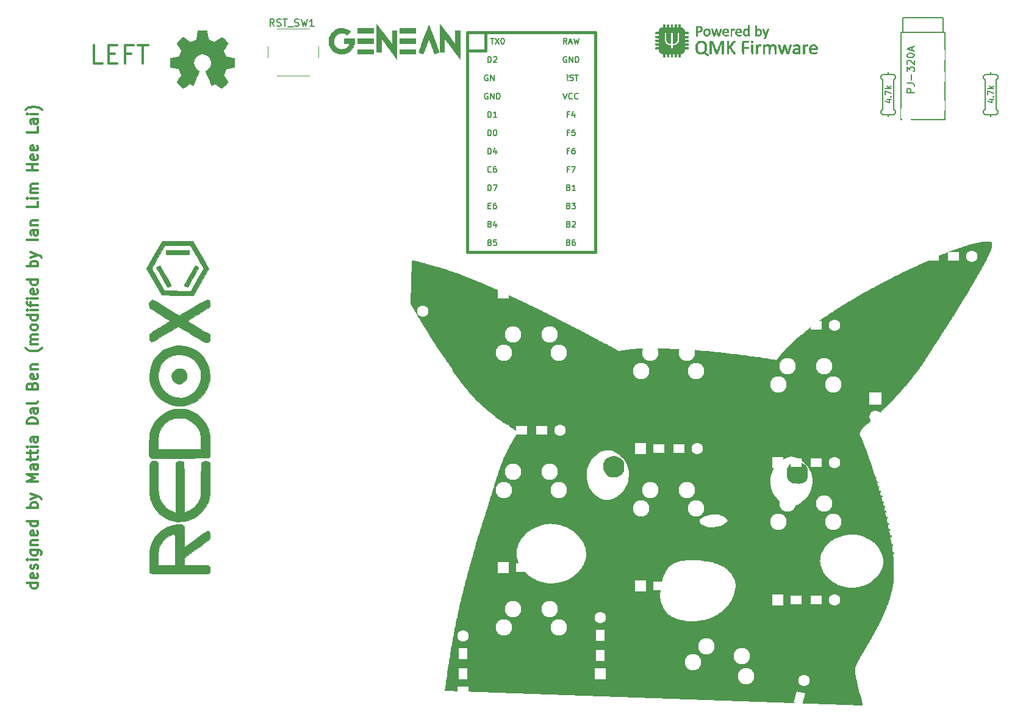
<source format=gto>
G04 #@! TF.GenerationSoftware,KiCad,Pcbnew,(5.1.5)-3*
G04 #@! TF.CreationDate,2020-06-28T12:13:29+08:00*
G04 #@! TF.ProjectId,redox_rev1,7265646f-785f-4726-9576-312e6b696361,1.0*
G04 #@! TF.SameCoordinates,Original*
G04 #@! TF.FileFunction,Legend,Top*
G04 #@! TF.FilePolarity,Positive*
%FSLAX46Y46*%
G04 Gerber Fmt 4.6, Leading zero omitted, Abs format (unit mm)*
G04 Created by KiCad (PCBNEW (5.1.5)-3) date 2020-06-28 12:13:29*
%MOMM*%
%LPD*%
G04 APERTURE LIST*
%ADD10C,0.300000*%
%ADD11C,0.010000*%
%ADD12C,0.150000*%
%ADD13C,0.120000*%
%ADD14C,0.381000*%
%ADD15R,1.700000X1.700000*%
%ADD16O,1.700000X1.700000*%
%ADD17R,1.600000X1.600000*%
%ADD18C,1.600000*%
%ADD19R,1.600000X1.200000*%
%ADD20C,0.100000*%
%ADD21R,1.200000X1.600000*%
%ADD22C,2.286000*%
%ADD23C,2.000000*%
%ADD24C,1.500000*%
%ADD25O,1.600000X2.200000*%
%ADD26R,1.752600X1.752600*%
%ADD27C,1.752600*%
%ADD28C,4.000000*%
G04 APERTURE END LIST*
D10*
X82593571Y-127202285D02*
X81093571Y-127202285D01*
X82522142Y-127202285D02*
X82593571Y-127345142D01*
X82593571Y-127630857D01*
X82522142Y-127773714D01*
X82450714Y-127845142D01*
X82307857Y-127916571D01*
X81879285Y-127916571D01*
X81736428Y-127845142D01*
X81665000Y-127773714D01*
X81593571Y-127630857D01*
X81593571Y-127345142D01*
X81665000Y-127202285D01*
X82522142Y-125916571D02*
X82593571Y-126059428D01*
X82593571Y-126345142D01*
X82522142Y-126488000D01*
X82379285Y-126559428D01*
X81807857Y-126559428D01*
X81665000Y-126488000D01*
X81593571Y-126345142D01*
X81593571Y-126059428D01*
X81665000Y-125916571D01*
X81807857Y-125845142D01*
X81950714Y-125845142D01*
X82093571Y-126559428D01*
X82522142Y-125273714D02*
X82593571Y-125130857D01*
X82593571Y-124845142D01*
X82522142Y-124702285D01*
X82379285Y-124630857D01*
X82307857Y-124630857D01*
X82165000Y-124702285D01*
X82093571Y-124845142D01*
X82093571Y-125059428D01*
X82022142Y-125202285D01*
X81879285Y-125273714D01*
X81807857Y-125273714D01*
X81665000Y-125202285D01*
X81593571Y-125059428D01*
X81593571Y-124845142D01*
X81665000Y-124702285D01*
X82593571Y-123988000D02*
X81593571Y-123988000D01*
X81093571Y-123988000D02*
X81165000Y-124059428D01*
X81236428Y-123988000D01*
X81165000Y-123916571D01*
X81093571Y-123988000D01*
X81236428Y-123988000D01*
X81593571Y-122630857D02*
X82807857Y-122630857D01*
X82950714Y-122702285D01*
X83022142Y-122773714D01*
X83093571Y-122916571D01*
X83093571Y-123130857D01*
X83022142Y-123273714D01*
X82522142Y-122630857D02*
X82593571Y-122773714D01*
X82593571Y-123059428D01*
X82522142Y-123202285D01*
X82450714Y-123273714D01*
X82307857Y-123345142D01*
X81879285Y-123345142D01*
X81736428Y-123273714D01*
X81665000Y-123202285D01*
X81593571Y-123059428D01*
X81593571Y-122773714D01*
X81665000Y-122630857D01*
X81593571Y-121916571D02*
X82593571Y-121916571D01*
X81736428Y-121916571D02*
X81665000Y-121845142D01*
X81593571Y-121702285D01*
X81593571Y-121488000D01*
X81665000Y-121345142D01*
X81807857Y-121273714D01*
X82593571Y-121273714D01*
X82522142Y-119988000D02*
X82593571Y-120130857D01*
X82593571Y-120416571D01*
X82522142Y-120559428D01*
X82379285Y-120630857D01*
X81807857Y-120630857D01*
X81665000Y-120559428D01*
X81593571Y-120416571D01*
X81593571Y-120130857D01*
X81665000Y-119988000D01*
X81807857Y-119916571D01*
X81950714Y-119916571D01*
X82093571Y-120630857D01*
X82593571Y-118630857D02*
X81093571Y-118630857D01*
X82522142Y-118630857D02*
X82593571Y-118773714D01*
X82593571Y-119059428D01*
X82522142Y-119202285D01*
X82450714Y-119273714D01*
X82307857Y-119345142D01*
X81879285Y-119345142D01*
X81736428Y-119273714D01*
X81665000Y-119202285D01*
X81593571Y-119059428D01*
X81593571Y-118773714D01*
X81665000Y-118630857D01*
X82593571Y-116773714D02*
X81093571Y-116773714D01*
X81665000Y-116773714D02*
X81593571Y-116630857D01*
X81593571Y-116345142D01*
X81665000Y-116202285D01*
X81736428Y-116130857D01*
X81879285Y-116059428D01*
X82307857Y-116059428D01*
X82450714Y-116130857D01*
X82522142Y-116202285D01*
X82593571Y-116345142D01*
X82593571Y-116630857D01*
X82522142Y-116773714D01*
X81593571Y-115559428D02*
X82593571Y-115202285D01*
X81593571Y-114845142D02*
X82593571Y-115202285D01*
X82950714Y-115345142D01*
X83022142Y-115416571D01*
X83093571Y-115559428D01*
X82593571Y-113130857D02*
X81093571Y-113130857D01*
X82165000Y-112630857D01*
X81093571Y-112130857D01*
X82593571Y-112130857D01*
X82593571Y-110773714D02*
X81807857Y-110773714D01*
X81665000Y-110845142D01*
X81593571Y-110988000D01*
X81593571Y-111273714D01*
X81665000Y-111416571D01*
X82522142Y-110773714D02*
X82593571Y-110916571D01*
X82593571Y-111273714D01*
X82522142Y-111416571D01*
X82379285Y-111488000D01*
X82236428Y-111488000D01*
X82093571Y-111416571D01*
X82022142Y-111273714D01*
X82022142Y-110916571D01*
X81950714Y-110773714D01*
X81593571Y-110273714D02*
X81593571Y-109702285D01*
X81093571Y-110059428D02*
X82379285Y-110059428D01*
X82522142Y-109988000D01*
X82593571Y-109845142D01*
X82593571Y-109702285D01*
X81593571Y-109416571D02*
X81593571Y-108845142D01*
X81093571Y-109202285D02*
X82379285Y-109202285D01*
X82522142Y-109130857D01*
X82593571Y-108988000D01*
X82593571Y-108845142D01*
X82593571Y-108345142D02*
X81593571Y-108345142D01*
X81093571Y-108345142D02*
X81165000Y-108416571D01*
X81236428Y-108345142D01*
X81165000Y-108273714D01*
X81093571Y-108345142D01*
X81236428Y-108345142D01*
X82593571Y-106988000D02*
X81807857Y-106988000D01*
X81665000Y-107059428D01*
X81593571Y-107202285D01*
X81593571Y-107488000D01*
X81665000Y-107630857D01*
X82522142Y-106988000D02*
X82593571Y-107130857D01*
X82593571Y-107488000D01*
X82522142Y-107630857D01*
X82379285Y-107702285D01*
X82236428Y-107702285D01*
X82093571Y-107630857D01*
X82022142Y-107488000D01*
X82022142Y-107130857D01*
X81950714Y-106988000D01*
X82593571Y-105130857D02*
X81093571Y-105130857D01*
X81093571Y-104773714D01*
X81165000Y-104559428D01*
X81307857Y-104416571D01*
X81450714Y-104345142D01*
X81736428Y-104273714D01*
X81950714Y-104273714D01*
X82236428Y-104345142D01*
X82379285Y-104416571D01*
X82522142Y-104559428D01*
X82593571Y-104773714D01*
X82593571Y-105130857D01*
X82593571Y-102988000D02*
X81807857Y-102988000D01*
X81665000Y-103059428D01*
X81593571Y-103202285D01*
X81593571Y-103488000D01*
X81665000Y-103630857D01*
X82522142Y-102988000D02*
X82593571Y-103130857D01*
X82593571Y-103488000D01*
X82522142Y-103630857D01*
X82379285Y-103702285D01*
X82236428Y-103702285D01*
X82093571Y-103630857D01*
X82022142Y-103488000D01*
X82022142Y-103130857D01*
X81950714Y-102988000D01*
X82593571Y-102059428D02*
X82522142Y-102202285D01*
X82379285Y-102273714D01*
X81093571Y-102273714D01*
X81807857Y-99845142D02*
X81879285Y-99630857D01*
X81950714Y-99559428D01*
X82093571Y-99488000D01*
X82307857Y-99488000D01*
X82450714Y-99559428D01*
X82522142Y-99630857D01*
X82593571Y-99773714D01*
X82593571Y-100345142D01*
X81093571Y-100345142D01*
X81093571Y-99845142D01*
X81165000Y-99702285D01*
X81236428Y-99630857D01*
X81379285Y-99559428D01*
X81522142Y-99559428D01*
X81665000Y-99630857D01*
X81736428Y-99702285D01*
X81807857Y-99845142D01*
X81807857Y-100345142D01*
X82522142Y-98273714D02*
X82593571Y-98416571D01*
X82593571Y-98702285D01*
X82522142Y-98845142D01*
X82379285Y-98916571D01*
X81807857Y-98916571D01*
X81665000Y-98845142D01*
X81593571Y-98702285D01*
X81593571Y-98416571D01*
X81665000Y-98273714D01*
X81807857Y-98202285D01*
X81950714Y-98202285D01*
X82093571Y-98916571D01*
X81593571Y-97559428D02*
X82593571Y-97559428D01*
X81736428Y-97559428D02*
X81665000Y-97488000D01*
X81593571Y-97345142D01*
X81593571Y-97130857D01*
X81665000Y-96988000D01*
X81807857Y-96916571D01*
X82593571Y-96916571D01*
X83165000Y-94630857D02*
X83093571Y-94702285D01*
X82879285Y-94845142D01*
X82736428Y-94916571D01*
X82522142Y-94988000D01*
X82165000Y-95059428D01*
X81879285Y-95059428D01*
X81522142Y-94988000D01*
X81307857Y-94916571D01*
X81165000Y-94845142D01*
X80950714Y-94702285D01*
X80879285Y-94630857D01*
X82593571Y-94059428D02*
X81593571Y-94059428D01*
X81736428Y-94059428D02*
X81665000Y-93988000D01*
X81593571Y-93845142D01*
X81593571Y-93630857D01*
X81665000Y-93488000D01*
X81807857Y-93416571D01*
X82593571Y-93416571D01*
X81807857Y-93416571D02*
X81665000Y-93345142D01*
X81593571Y-93202285D01*
X81593571Y-92988000D01*
X81665000Y-92845142D01*
X81807857Y-92773714D01*
X82593571Y-92773714D01*
X82593571Y-91845142D02*
X82522142Y-91988000D01*
X82450714Y-92059428D01*
X82307857Y-92130857D01*
X81879285Y-92130857D01*
X81736428Y-92059428D01*
X81665000Y-91988000D01*
X81593571Y-91845142D01*
X81593571Y-91630857D01*
X81665000Y-91488000D01*
X81736428Y-91416571D01*
X81879285Y-91345142D01*
X82307857Y-91345142D01*
X82450714Y-91416571D01*
X82522142Y-91488000D01*
X82593571Y-91630857D01*
X82593571Y-91845142D01*
X82593571Y-90059428D02*
X81093571Y-90059428D01*
X82522142Y-90059428D02*
X82593571Y-90202285D01*
X82593571Y-90488000D01*
X82522142Y-90630857D01*
X82450714Y-90702285D01*
X82307857Y-90773714D01*
X81879285Y-90773714D01*
X81736428Y-90702285D01*
X81665000Y-90630857D01*
X81593571Y-90488000D01*
X81593571Y-90202285D01*
X81665000Y-90059428D01*
X82593571Y-89345142D02*
X81593571Y-89345142D01*
X81093571Y-89345142D02*
X81165000Y-89416571D01*
X81236428Y-89345142D01*
X81165000Y-89273714D01*
X81093571Y-89345142D01*
X81236428Y-89345142D01*
X81593571Y-88845142D02*
X81593571Y-88273714D01*
X82593571Y-88630857D02*
X81307857Y-88630857D01*
X81165000Y-88559428D01*
X81093571Y-88416571D01*
X81093571Y-88273714D01*
X82593571Y-87773714D02*
X81593571Y-87773714D01*
X81093571Y-87773714D02*
X81165000Y-87845142D01*
X81236428Y-87773714D01*
X81165000Y-87702285D01*
X81093571Y-87773714D01*
X81236428Y-87773714D01*
X82522142Y-86488000D02*
X82593571Y-86630857D01*
X82593571Y-86916571D01*
X82522142Y-87059428D01*
X82379285Y-87130857D01*
X81807857Y-87130857D01*
X81665000Y-87059428D01*
X81593571Y-86916571D01*
X81593571Y-86630857D01*
X81665000Y-86488000D01*
X81807857Y-86416571D01*
X81950714Y-86416571D01*
X82093571Y-87130857D01*
X82593571Y-85130857D02*
X81093571Y-85130857D01*
X82522142Y-85130857D02*
X82593571Y-85273714D01*
X82593571Y-85559428D01*
X82522142Y-85702285D01*
X82450714Y-85773714D01*
X82307857Y-85845142D01*
X81879285Y-85845142D01*
X81736428Y-85773714D01*
X81665000Y-85702285D01*
X81593571Y-85559428D01*
X81593571Y-85273714D01*
X81665000Y-85130857D01*
X82593571Y-83273714D02*
X81093571Y-83273714D01*
X81665000Y-83273714D02*
X81593571Y-83130857D01*
X81593571Y-82845142D01*
X81665000Y-82702285D01*
X81736428Y-82630857D01*
X81879285Y-82559428D01*
X82307857Y-82559428D01*
X82450714Y-82630857D01*
X82522142Y-82702285D01*
X82593571Y-82845142D01*
X82593571Y-83130857D01*
X82522142Y-83273714D01*
X81593571Y-82059428D02*
X82593571Y-81702285D01*
X81593571Y-81345142D02*
X82593571Y-81702285D01*
X82950714Y-81845142D01*
X83022142Y-81916571D01*
X83093571Y-82059428D01*
X82593571Y-79630857D02*
X81093571Y-79630857D01*
X82593571Y-78273714D02*
X81807857Y-78273714D01*
X81665000Y-78345142D01*
X81593571Y-78488000D01*
X81593571Y-78773714D01*
X81665000Y-78916571D01*
X82522142Y-78273714D02*
X82593571Y-78416571D01*
X82593571Y-78773714D01*
X82522142Y-78916571D01*
X82379285Y-78988000D01*
X82236428Y-78988000D01*
X82093571Y-78916571D01*
X82022142Y-78773714D01*
X82022142Y-78416571D01*
X81950714Y-78273714D01*
X81593571Y-77559428D02*
X82593571Y-77559428D01*
X81736428Y-77559428D02*
X81665000Y-77488000D01*
X81593571Y-77345142D01*
X81593571Y-77130857D01*
X81665000Y-76988000D01*
X81807857Y-76916571D01*
X82593571Y-76916571D01*
X82593571Y-74345142D02*
X82593571Y-75059428D01*
X81093571Y-75059428D01*
X82593571Y-73845142D02*
X81593571Y-73845142D01*
X81093571Y-73845142D02*
X81165000Y-73916571D01*
X81236428Y-73845142D01*
X81165000Y-73773714D01*
X81093571Y-73845142D01*
X81236428Y-73845142D01*
X82593571Y-73130857D02*
X81593571Y-73130857D01*
X81736428Y-73130857D02*
X81665000Y-73059428D01*
X81593571Y-72916571D01*
X81593571Y-72702285D01*
X81665000Y-72559428D01*
X81807857Y-72487999D01*
X82593571Y-72487999D01*
X81807857Y-72487999D02*
X81665000Y-72416571D01*
X81593571Y-72273714D01*
X81593571Y-72059428D01*
X81665000Y-71916571D01*
X81807857Y-71845142D01*
X82593571Y-71845142D01*
X82593571Y-69987999D02*
X81093571Y-69987999D01*
X81807857Y-69987999D02*
X81807857Y-69130857D01*
X82593571Y-69130857D02*
X81093571Y-69130857D01*
X82522142Y-67845142D02*
X82593571Y-67987999D01*
X82593571Y-68273714D01*
X82522142Y-68416571D01*
X82379285Y-68487999D01*
X81807857Y-68487999D01*
X81665000Y-68416571D01*
X81593571Y-68273714D01*
X81593571Y-67987999D01*
X81665000Y-67845142D01*
X81807857Y-67773714D01*
X81950714Y-67773714D01*
X82093571Y-68487999D01*
X82522142Y-66559428D02*
X82593571Y-66702285D01*
X82593571Y-66987999D01*
X82522142Y-67130857D01*
X82379285Y-67202285D01*
X81807857Y-67202285D01*
X81665000Y-67130857D01*
X81593571Y-66987999D01*
X81593571Y-66702285D01*
X81665000Y-66559428D01*
X81807857Y-66487999D01*
X81950714Y-66487999D01*
X82093571Y-67202285D01*
X82593571Y-63987999D02*
X82593571Y-64702285D01*
X81093571Y-64702285D01*
X82593571Y-62845142D02*
X81807857Y-62845142D01*
X81665000Y-62916571D01*
X81593571Y-63059428D01*
X81593571Y-63345142D01*
X81665000Y-63487999D01*
X82522142Y-62845142D02*
X82593571Y-62987999D01*
X82593571Y-63345142D01*
X82522142Y-63487999D01*
X82379285Y-63559428D01*
X82236428Y-63559428D01*
X82093571Y-63487999D01*
X82022142Y-63345142D01*
X82022142Y-62987999D01*
X81950714Y-62845142D01*
X82593571Y-62130857D02*
X81593571Y-62130857D01*
X81093571Y-62130857D02*
X81165000Y-62202285D01*
X81236428Y-62130857D01*
X81165000Y-62059428D01*
X81093571Y-62130857D01*
X81236428Y-62130857D01*
X83165000Y-61559428D02*
X83093571Y-61487999D01*
X82879285Y-61345142D01*
X82736428Y-61273714D01*
X82522142Y-61202285D01*
X82165000Y-61130857D01*
X81879285Y-61130857D01*
X81522142Y-61202285D01*
X81307857Y-61273714D01*
X81165000Y-61345142D01*
X80950714Y-61487999D01*
X80879285Y-61559428D01*
X91599047Y-55105952D02*
X90408571Y-55105952D01*
X90408571Y-52605952D01*
X92432380Y-53796428D02*
X93265714Y-53796428D01*
X93622857Y-55105952D02*
X92432380Y-55105952D01*
X92432380Y-52605952D01*
X93622857Y-52605952D01*
X95527619Y-53796428D02*
X94694285Y-53796428D01*
X94694285Y-55105952D02*
X94694285Y-52605952D01*
X95884761Y-52605952D01*
X96480000Y-52605952D02*
X97908571Y-52605952D01*
X97194285Y-55105952D02*
X97194285Y-52605952D01*
D11*
G36*
X188284367Y-110506301D02*
G01*
X188475995Y-110525981D01*
X188583458Y-110549878D01*
X188601930Y-110565737D01*
X188644723Y-110610252D01*
X188705852Y-110622316D01*
X188791014Y-110647463D01*
X188809775Y-110678893D01*
X188851101Y-110727025D01*
X188889017Y-110734610D01*
X188991496Y-110780032D01*
X189112271Y-110888899D01*
X189224455Y-111028952D01*
X189301164Y-111167933D01*
X189319289Y-111250884D01*
X189333675Y-111351736D01*
X189367495Y-111386705D01*
X189388935Y-111438325D01*
X189401069Y-111583288D01*
X189403312Y-111809466D01*
X189398219Y-112023165D01*
X189384256Y-112301588D01*
X189365028Y-112507272D01*
X189341965Y-112628160D01*
X189323173Y-112655932D01*
X189278658Y-112698724D01*
X189266595Y-112759854D01*
X189241447Y-112845016D01*
X189210017Y-112863776D01*
X189162205Y-112905248D01*
X189154230Y-112945033D01*
X189105311Y-113062938D01*
X188997750Y-113150715D01*
X188911850Y-113171058D01*
X188838123Y-113195936D01*
X188826899Y-113221039D01*
X188781105Y-113262460D01*
X188719283Y-113270231D01*
X188632574Y-113289376D01*
X188611667Y-113319422D01*
X188559867Y-113340258D01*
X188413516Y-113352069D01*
X188183550Y-113354398D01*
X187922323Y-113348298D01*
X187628435Y-113334106D01*
X187409104Y-113315221D01*
X187275204Y-113292862D01*
X187236672Y-113271406D01*
X187195372Y-113223215D01*
X187157800Y-113215702D01*
X187081406Y-113177664D01*
X186963457Y-113081497D01*
X186848755Y-112968033D01*
X186729521Y-112827666D01*
X186647952Y-112707652D01*
X186623248Y-112642465D01*
X186597610Y-112570217D01*
X186573182Y-112559900D01*
X186551743Y-112508280D01*
X186539608Y-112363317D01*
X186537365Y-112137138D01*
X186542459Y-111923440D01*
X186556421Y-111645018D01*
X186575649Y-111439333D01*
X186598712Y-111318446D01*
X186617504Y-111290674D01*
X186662019Y-111247881D01*
X186674083Y-111186752D01*
X186699230Y-111101590D01*
X186730661Y-111082829D01*
X186778689Y-111041456D01*
X186786399Y-111002946D01*
X186830104Y-110903705D01*
X186930164Y-110792166D01*
X187048510Y-110703829D01*
X187139664Y-110673521D01*
X187212542Y-110648209D01*
X187223242Y-110623490D01*
X187269035Y-110582069D01*
X187330857Y-110574300D01*
X187417566Y-110555153D01*
X187438472Y-110525109D01*
X187489875Y-110503012D01*
X187633181Y-110490534D01*
X187854832Y-110488429D01*
X188022049Y-110492538D01*
X188284367Y-110506301D01*
G37*
X188284367Y-110506301D02*
X188475995Y-110525981D01*
X188583458Y-110549878D01*
X188601930Y-110565737D01*
X188644723Y-110610252D01*
X188705852Y-110622316D01*
X188791014Y-110647463D01*
X188809775Y-110678893D01*
X188851101Y-110727025D01*
X188889017Y-110734610D01*
X188991496Y-110780032D01*
X189112271Y-110888899D01*
X189224455Y-111028952D01*
X189301164Y-111167933D01*
X189319289Y-111250884D01*
X189333675Y-111351736D01*
X189367495Y-111386705D01*
X189388935Y-111438325D01*
X189401069Y-111583288D01*
X189403312Y-111809466D01*
X189398219Y-112023165D01*
X189384256Y-112301588D01*
X189365028Y-112507272D01*
X189341965Y-112628160D01*
X189323173Y-112655932D01*
X189278658Y-112698724D01*
X189266595Y-112759854D01*
X189241447Y-112845016D01*
X189210017Y-112863776D01*
X189162205Y-112905248D01*
X189154230Y-112945033D01*
X189105311Y-113062938D01*
X188997750Y-113150715D01*
X188911850Y-113171058D01*
X188838123Y-113195936D01*
X188826899Y-113221039D01*
X188781105Y-113262460D01*
X188719283Y-113270231D01*
X188632574Y-113289376D01*
X188611667Y-113319422D01*
X188559867Y-113340258D01*
X188413516Y-113352069D01*
X188183550Y-113354398D01*
X187922323Y-113348298D01*
X187628435Y-113334106D01*
X187409104Y-113315221D01*
X187275204Y-113292862D01*
X187236672Y-113271406D01*
X187195372Y-113223215D01*
X187157800Y-113215702D01*
X187081406Y-113177664D01*
X186963457Y-113081497D01*
X186848755Y-112968033D01*
X186729521Y-112827666D01*
X186647952Y-112707652D01*
X186623248Y-112642465D01*
X186597610Y-112570217D01*
X186573182Y-112559900D01*
X186551743Y-112508280D01*
X186539608Y-112363317D01*
X186537365Y-112137138D01*
X186542459Y-111923440D01*
X186556421Y-111645018D01*
X186575649Y-111439333D01*
X186598712Y-111318446D01*
X186617504Y-111290674D01*
X186662019Y-111247881D01*
X186674083Y-111186752D01*
X186699230Y-111101590D01*
X186730661Y-111082829D01*
X186778689Y-111041456D01*
X186786399Y-111002946D01*
X186830104Y-110903705D01*
X186930164Y-110792166D01*
X187048510Y-110703829D01*
X187139664Y-110673521D01*
X187212542Y-110648209D01*
X187223242Y-110623490D01*
X187269035Y-110582069D01*
X187330857Y-110574300D01*
X187417566Y-110555153D01*
X187438472Y-110525109D01*
X187489875Y-110503012D01*
X187633181Y-110490534D01*
X187854832Y-110488429D01*
X188022049Y-110492538D01*
X188284367Y-110506301D01*
G36*
X162861997Y-109649716D02*
G01*
X163156174Y-109765270D01*
X163355178Y-109883896D01*
X163537164Y-110019125D01*
X163680804Y-110152207D01*
X163764770Y-110264394D01*
X163777758Y-110311675D01*
X163811718Y-110396269D01*
X163852604Y-110442757D01*
X163890429Y-110505881D01*
X163911135Y-110623768D01*
X163916646Y-110814842D01*
X163912115Y-111012949D01*
X163899751Y-111263406D01*
X163877819Y-111444848D01*
X163837931Y-111594088D01*
X163771690Y-111747939D01*
X163722375Y-111845192D01*
X163622368Y-112025506D01*
X163531751Y-112141698D01*
X163416016Y-112225947D01*
X163240655Y-112310432D01*
X163208287Y-112324587D01*
X163015497Y-112401522D01*
X162851431Y-112444191D01*
X162671873Y-112460014D01*
X162432609Y-112456410D01*
X162424529Y-112456099D01*
X162121155Y-112431911D01*
X161899065Y-112383950D01*
X161787038Y-112337775D01*
X161526588Y-112156767D01*
X161297988Y-111912755D01*
X161137035Y-111644221D01*
X161133005Y-111634703D01*
X161054084Y-111322941D01*
X161050120Y-110972202D01*
X161118567Y-110615577D01*
X161233461Y-110329290D01*
X161358815Y-110108928D01*
X161474861Y-109961430D01*
X161606968Y-109859669D01*
X161730704Y-109797543D01*
X162141113Y-109654864D01*
X162514266Y-109605677D01*
X162861997Y-109649716D01*
G37*
X162861997Y-109649716D02*
X163156174Y-109765270D01*
X163355178Y-109883896D01*
X163537164Y-110019125D01*
X163680804Y-110152207D01*
X163764770Y-110264394D01*
X163777758Y-110311675D01*
X163811718Y-110396269D01*
X163852604Y-110442757D01*
X163890429Y-110505881D01*
X163911135Y-110623768D01*
X163916646Y-110814842D01*
X163912115Y-111012949D01*
X163899751Y-111263406D01*
X163877819Y-111444848D01*
X163837931Y-111594088D01*
X163771690Y-111747939D01*
X163722375Y-111845192D01*
X163622368Y-112025506D01*
X163531751Y-112141698D01*
X163416016Y-112225947D01*
X163240655Y-112310432D01*
X163208287Y-112324587D01*
X163015497Y-112401522D01*
X162851431Y-112444191D01*
X162671873Y-112460014D01*
X162432609Y-112456410D01*
X162424529Y-112456099D01*
X162121155Y-112431911D01*
X161899065Y-112383950D01*
X161787038Y-112337775D01*
X161526588Y-112156767D01*
X161297988Y-111912755D01*
X161137035Y-111644221D01*
X161133005Y-111634703D01*
X161054084Y-111322941D01*
X161050120Y-110972202D01*
X161118567Y-110615577D01*
X161233461Y-110329290D01*
X161358815Y-110108928D01*
X161474861Y-109961430D01*
X161606968Y-109859669D01*
X161730704Y-109797543D01*
X162141113Y-109654864D01*
X162514266Y-109605677D01*
X162861997Y-109649716D01*
G36*
X198961817Y-112556273D02*
G01*
X198962913Y-112568968D01*
X198920877Y-112618909D01*
X198908183Y-112620005D01*
X198858240Y-112577968D01*
X198857145Y-112565274D01*
X198899181Y-112515332D01*
X198911876Y-112514236D01*
X198961817Y-112556273D01*
G37*
X198961817Y-112556273D02*
X198962913Y-112568968D01*
X198920877Y-112618909D01*
X198908183Y-112620005D01*
X198858240Y-112577968D01*
X198857145Y-112565274D01*
X198899181Y-112515332D01*
X198911876Y-112514236D01*
X198961817Y-112556273D01*
G36*
X199151194Y-113198273D02*
G01*
X199152290Y-113210968D01*
X199110253Y-113260909D01*
X199097558Y-113262005D01*
X199047616Y-113219969D01*
X199046521Y-113207275D01*
X199088558Y-113157332D01*
X199101252Y-113156237D01*
X199151194Y-113198273D01*
G37*
X199151194Y-113198273D02*
X199152290Y-113210968D01*
X199110253Y-113260909D01*
X199097558Y-113262005D01*
X199047616Y-113219969D01*
X199046521Y-113207275D01*
X199088558Y-113157332D01*
X199101252Y-113156237D01*
X199151194Y-113198273D01*
G36*
X199340571Y-113840273D02*
G01*
X199341667Y-113852968D01*
X199299629Y-113902910D01*
X199286935Y-113904005D01*
X199236993Y-113861969D01*
X199235897Y-113849275D01*
X199277934Y-113799332D01*
X199290629Y-113798237D01*
X199340571Y-113840273D01*
G37*
X199340571Y-113840273D02*
X199341667Y-113852968D01*
X199299629Y-113902910D01*
X199286935Y-113904005D01*
X199236993Y-113861969D01*
X199235897Y-113849275D01*
X199277934Y-113799332D01*
X199290629Y-113798237D01*
X199340571Y-113840273D01*
G36*
X199559332Y-114443007D02*
G01*
X199560114Y-114530814D01*
X199540812Y-114557486D01*
X199475321Y-114574200D01*
X199449869Y-114545082D01*
X199449087Y-114457275D01*
X199468389Y-114430604D01*
X199533881Y-114413889D01*
X199559332Y-114443007D01*
G37*
X199559332Y-114443007D02*
X199560114Y-114530814D01*
X199540812Y-114557486D01*
X199475321Y-114574200D01*
X199449869Y-114545082D01*
X199449087Y-114457275D01*
X199468389Y-114430604D01*
X199533881Y-114413889D01*
X199559332Y-114443007D01*
G36*
X199748708Y-115085007D02*
G01*
X199749490Y-115172814D01*
X199730189Y-115199486D01*
X199664697Y-115216200D01*
X199639246Y-115187082D01*
X199638464Y-115099276D01*
X199657766Y-115072604D01*
X199723258Y-115055889D01*
X199748708Y-115085007D01*
G37*
X199748708Y-115085007D02*
X199749490Y-115172814D01*
X199730189Y-115199486D01*
X199664697Y-115216200D01*
X199639246Y-115187082D01*
X199638464Y-115099276D01*
X199657766Y-115072604D01*
X199723258Y-115055889D01*
X199748708Y-115085007D01*
G36*
X214415688Y-79859634D02*
G01*
X214623916Y-79881052D01*
X214790617Y-79908073D01*
X214891370Y-79939414D01*
X214905019Y-79949396D01*
X214938984Y-80033201D01*
X214959530Y-80176407D01*
X214966830Y-80347738D01*
X214961057Y-80515918D01*
X214942381Y-80649670D01*
X214910976Y-80717718D01*
X214900774Y-80720790D01*
X214862037Y-80765447D01*
X214842422Y-80875622D01*
X214842349Y-80877597D01*
X214823142Y-80988457D01*
X214784583Y-81034413D01*
X214783925Y-81034403D01*
X214745188Y-81079061D01*
X214725573Y-81189235D01*
X214725500Y-81191210D01*
X214706292Y-81302070D01*
X214667734Y-81348026D01*
X214667075Y-81348016D01*
X214622561Y-81390809D01*
X214610498Y-81451938D01*
X214585349Y-81537100D01*
X214553920Y-81555860D01*
X214509405Y-81598652D01*
X214497341Y-81659783D01*
X214472194Y-81744944D01*
X214440764Y-81763704D01*
X214396249Y-81806497D01*
X214384186Y-81867626D01*
X214359038Y-81952788D01*
X214327607Y-81971549D01*
X214288871Y-82016206D01*
X214269256Y-82126381D01*
X214269183Y-82128355D01*
X214249975Y-82239216D01*
X214211416Y-82285172D01*
X214210758Y-82285162D01*
X214166244Y-82327954D01*
X214154180Y-82389084D01*
X214129033Y-82474246D01*
X214097603Y-82493005D01*
X214053088Y-82535798D01*
X214041024Y-82596928D01*
X214015877Y-82682089D01*
X213984446Y-82700850D01*
X213939932Y-82743642D01*
X213927869Y-82804772D01*
X213902720Y-82889934D01*
X213871290Y-82908695D01*
X213826776Y-82951487D01*
X213814712Y-83012616D01*
X213789565Y-83097778D01*
X213758135Y-83116538D01*
X213713620Y-83159331D01*
X213701557Y-83220461D01*
X213676409Y-83305622D01*
X213644978Y-83324383D01*
X213600464Y-83367175D01*
X213588401Y-83428304D01*
X213563253Y-83513467D01*
X213531823Y-83532227D01*
X213487308Y-83575020D01*
X213475244Y-83636149D01*
X213450097Y-83721311D01*
X213418667Y-83740071D01*
X213374153Y-83782863D01*
X213362089Y-83843993D01*
X213336941Y-83929155D01*
X213305511Y-83947915D01*
X213260996Y-83990708D01*
X213248933Y-84051837D01*
X213223785Y-84136999D01*
X213192355Y-84155760D01*
X213146212Y-84197933D01*
X213136184Y-84248007D01*
X213092713Y-84348858D01*
X213024468Y-84414641D01*
X212938546Y-84506791D01*
X212912751Y-84581276D01*
X212885399Y-84659800D01*
X212856581Y-84673523D01*
X212812066Y-84716315D01*
X212800002Y-84777445D01*
X212774855Y-84862607D01*
X212743425Y-84881367D01*
X212698911Y-84924160D01*
X212686847Y-84985289D01*
X212661699Y-85070451D01*
X212630269Y-85089212D01*
X212585754Y-85132004D01*
X212573691Y-85193134D01*
X212548543Y-85278296D01*
X212517113Y-85297055D01*
X212472598Y-85339848D01*
X212460535Y-85400978D01*
X212435387Y-85486139D01*
X212403957Y-85504900D01*
X212359443Y-85547692D01*
X212347379Y-85608822D01*
X212322232Y-85693984D01*
X212290801Y-85712744D01*
X212244658Y-85754918D01*
X212234631Y-85804991D01*
X212191159Y-85905843D01*
X212122914Y-85971626D01*
X212036991Y-86063775D01*
X212011197Y-86138261D01*
X211983846Y-86216785D01*
X211955027Y-86230507D01*
X211910512Y-86273300D01*
X211898449Y-86334430D01*
X211873301Y-86419591D01*
X211841871Y-86438352D01*
X211797356Y-86481144D01*
X211785293Y-86542274D01*
X211760145Y-86627436D01*
X211728715Y-86646196D01*
X211684201Y-86688989D01*
X211672137Y-86750118D01*
X211646990Y-86835280D01*
X211615559Y-86854040D01*
X211569416Y-86896214D01*
X211559389Y-86946288D01*
X211515917Y-87047139D01*
X211447672Y-87112923D01*
X211361749Y-87205072D01*
X211335955Y-87279556D01*
X211308604Y-87358080D01*
X211279785Y-87371804D01*
X211235270Y-87414597D01*
X211223207Y-87475726D01*
X211198059Y-87560888D01*
X211166629Y-87579649D01*
X211120486Y-87621822D01*
X211110458Y-87671895D01*
X211066987Y-87772747D01*
X210998742Y-87838530D01*
X210912820Y-87930680D01*
X210887025Y-88005165D01*
X210859673Y-88083689D01*
X210830855Y-88097412D01*
X210786340Y-88140204D01*
X210774276Y-88201334D01*
X210749129Y-88286496D01*
X210717699Y-88305256D01*
X210673185Y-88348049D01*
X210661121Y-88409178D01*
X210635973Y-88494340D01*
X210604543Y-88513101D01*
X210558400Y-88555274D01*
X210548373Y-88605348D01*
X210504901Y-88706199D01*
X210436655Y-88771982D01*
X210350733Y-88864132D01*
X210324939Y-88938617D01*
X210297588Y-89017141D01*
X210268768Y-89030864D01*
X210224254Y-89073656D01*
X210212191Y-89134787D01*
X210187043Y-89219948D01*
X210155613Y-89238708D01*
X210109470Y-89280883D01*
X210099442Y-89330955D01*
X210055971Y-89431807D01*
X209987726Y-89497590D01*
X209901803Y-89589739D01*
X209876009Y-89664224D01*
X209848657Y-89742749D01*
X209819838Y-89756472D01*
X209775324Y-89799265D01*
X209763260Y-89860394D01*
X209738113Y-89945556D01*
X209706683Y-89964316D01*
X209660539Y-90006490D01*
X209650512Y-90056564D01*
X209607040Y-90157415D01*
X209538796Y-90223198D01*
X209452872Y-90315348D01*
X209427078Y-90389832D01*
X209399727Y-90468356D01*
X209370909Y-90482080D01*
X209324765Y-90524254D01*
X209314738Y-90574327D01*
X209271266Y-90675179D01*
X209203022Y-90740961D01*
X209117098Y-90833111D01*
X209091304Y-90907596D01*
X209063953Y-90986120D01*
X209035134Y-90999844D01*
X208990620Y-91042637D01*
X208978556Y-91103766D01*
X208953409Y-91188928D01*
X208921978Y-91207688D01*
X208875835Y-91249862D01*
X208865808Y-91299935D01*
X208822336Y-91400787D01*
X208754091Y-91466570D01*
X208668168Y-91558720D01*
X208642374Y-91633204D01*
X208615023Y-91711728D01*
X208586204Y-91725452D01*
X208540061Y-91767626D01*
X208530034Y-91817698D01*
X208486562Y-91918551D01*
X208418316Y-91984333D01*
X208332394Y-92076483D01*
X208306600Y-92150968D01*
X208279249Y-92229492D01*
X208250429Y-92243216D01*
X208204286Y-92285389D01*
X208194260Y-92335463D01*
X208150788Y-92436314D01*
X208082542Y-92502097D01*
X207996620Y-92594247D01*
X207970826Y-92668732D01*
X207943475Y-92747256D01*
X207914655Y-92760979D01*
X207868512Y-92803153D01*
X207858485Y-92853227D01*
X207815013Y-92954078D01*
X207746768Y-93019861D01*
X207660846Y-93112011D01*
X207635051Y-93186495D01*
X207607700Y-93265019D01*
X207578881Y-93278743D01*
X207532738Y-93320917D01*
X207522711Y-93370990D01*
X207479239Y-93471842D01*
X207410994Y-93537624D01*
X207325071Y-93629774D01*
X207299277Y-93704259D01*
X207271926Y-93782783D01*
X207243107Y-93796507D01*
X207196964Y-93838680D01*
X207186937Y-93888754D01*
X207143465Y-93989605D01*
X207075219Y-94055388D01*
X206989765Y-94142641D01*
X206963911Y-94210348D01*
X206921145Y-94301596D01*
X206852602Y-94365308D01*
X206766679Y-94457457D01*
X206740884Y-94531942D01*
X206713533Y-94610467D01*
X206684715Y-94624189D01*
X206640200Y-94666982D01*
X206628136Y-94728112D01*
X206602989Y-94813273D01*
X206571558Y-94832034D01*
X206527044Y-94874826D01*
X206514981Y-94935956D01*
X206489832Y-95021118D01*
X206458403Y-95039878D01*
X206412260Y-95082052D01*
X206402232Y-95132125D01*
X206358761Y-95232977D01*
X206290515Y-95298760D01*
X206204593Y-95390909D01*
X206178799Y-95465395D01*
X206151447Y-95543919D01*
X206122628Y-95557641D01*
X206076485Y-95599816D01*
X206066458Y-95649889D01*
X206022987Y-95750741D01*
X205954741Y-95816524D01*
X205868819Y-95908674D01*
X205843025Y-95983158D01*
X205815673Y-96061682D01*
X205786854Y-96075406D01*
X205740711Y-96117580D01*
X205730683Y-96167652D01*
X205687212Y-96268505D01*
X205618967Y-96334287D01*
X205533045Y-96426437D01*
X205507250Y-96500922D01*
X205479898Y-96579446D01*
X205451080Y-96593170D01*
X205404937Y-96635343D01*
X205394909Y-96685416D01*
X205351438Y-96786268D01*
X205283193Y-96852051D01*
X205197739Y-96939304D01*
X205171884Y-97007011D01*
X205129117Y-97098259D01*
X205060574Y-97161971D01*
X204975120Y-97249223D01*
X204949265Y-97316930D01*
X204906500Y-97408179D01*
X204837956Y-97471890D01*
X204752889Y-97555194D01*
X204726980Y-97617307D01*
X204688133Y-97695861D01*
X204594508Y-97801799D01*
X204560606Y-97832848D01*
X204456330Y-97939713D01*
X204398298Y-98030249D01*
X204394233Y-98048388D01*
X204352047Y-98131828D01*
X204283257Y-98193804D01*
X204198190Y-98277109D01*
X204172282Y-98339221D01*
X204133433Y-98417776D01*
X204039809Y-98523713D01*
X204005907Y-98554762D01*
X203901989Y-98659127D01*
X203844030Y-98744174D01*
X203839867Y-98760760D01*
X203801463Y-98832966D01*
X203708452Y-98935218D01*
X203673826Y-98966756D01*
X203569909Y-99071121D01*
X203511949Y-99156169D01*
X203507786Y-99172754D01*
X203469382Y-99244961D01*
X203376371Y-99347214D01*
X203341745Y-99378752D01*
X203237869Y-99482835D01*
X203179917Y-99567266D01*
X203175744Y-99583670D01*
X203137740Y-99651097D01*
X203042238Y-99758551D01*
X202954934Y-99841783D01*
X202833580Y-99960464D01*
X202753258Y-100058080D01*
X202734162Y-100098819D01*
X202696201Y-100165623D01*
X202600758Y-100272644D01*
X202513391Y-100355854D01*
X202392078Y-100474294D01*
X202311773Y-100571370D01*
X202292662Y-100611671D01*
X202254939Y-100672809D01*
X202156323Y-100783258D01*
X202015530Y-100922594D01*
X201962386Y-100971999D01*
X201811734Y-101116177D01*
X201696992Y-101237953D01*
X201636856Y-101317034D01*
X201632175Y-101330444D01*
X201594518Y-101387691D01*
X201493914Y-101498715D01*
X201346318Y-101646756D01*
X201192456Y-101792296D01*
X201017068Y-101958603D01*
X200874806Y-102102076D01*
X200781605Y-102206070D01*
X200752829Y-102251466D01*
X200714907Y-102299856D01*
X200609092Y-102409713D01*
X200445803Y-102571319D01*
X200235459Y-102774951D01*
X199988475Y-103010890D01*
X199715273Y-103269416D01*
X199426269Y-103540807D01*
X199131881Y-103815343D01*
X198842528Y-104083303D01*
X198568628Y-104334969D01*
X198320600Y-104560617D01*
X198108860Y-104750529D01*
X197943828Y-104894984D01*
X197835922Y-104984261D01*
X197796843Y-105009501D01*
X197740243Y-105043092D01*
X197623009Y-105136412D01*
X197461036Y-105276086D01*
X197270215Y-105448737D01*
X197223789Y-105491825D01*
X197010239Y-105693767D01*
X196863668Y-105841701D01*
X196771600Y-105951527D01*
X196721555Y-106039145D01*
X196701060Y-106120455D01*
X196698057Y-106161801D01*
X196680538Y-106283951D01*
X196645825Y-106344305D01*
X196638685Y-106345728D01*
X196599949Y-106390387D01*
X196580334Y-106500561D01*
X196580261Y-106502535D01*
X196591689Y-106614466D01*
X196626947Y-106663000D01*
X196627605Y-106663035D01*
X196669026Y-106708829D01*
X196676796Y-106770651D01*
X196695941Y-106857359D01*
X196725987Y-106878267D01*
X196767407Y-106924060D01*
X196775177Y-106985882D01*
X196794323Y-107072591D01*
X196824368Y-107093498D01*
X196865790Y-107139292D01*
X196873560Y-107201114D01*
X196892705Y-107287823D01*
X196922750Y-107308729D01*
X196964171Y-107354522D01*
X196971941Y-107416345D01*
X196991087Y-107503053D01*
X197021132Y-107523960D01*
X197056659Y-107571212D01*
X197068541Y-107682487D01*
X197068476Y-107684460D01*
X197079905Y-107796390D01*
X197115162Y-107844926D01*
X197115820Y-107844961D01*
X197157241Y-107890754D01*
X197165012Y-107952576D01*
X197184157Y-108039285D01*
X197214202Y-108060192D01*
X197255623Y-108105986D01*
X197263393Y-108167807D01*
X197282539Y-108254516D01*
X197312584Y-108275423D01*
X197348111Y-108322674D01*
X197359993Y-108433949D01*
X197359928Y-108435923D01*
X197371356Y-108547854D01*
X197406614Y-108596388D01*
X197407272Y-108596423D01*
X197448693Y-108642216D01*
X197456463Y-108704039D01*
X197475609Y-108790747D01*
X197505654Y-108811654D01*
X197547075Y-108857448D01*
X197554845Y-108919270D01*
X197573991Y-109005979D01*
X197604036Y-109026886D01*
X197639563Y-109074137D01*
X197651445Y-109185411D01*
X197651380Y-109187386D01*
X197662808Y-109299316D01*
X197698066Y-109347850D01*
X197698724Y-109347886D01*
X197740145Y-109393680D01*
X197747915Y-109455501D01*
X197767061Y-109542210D01*
X197797106Y-109563117D01*
X197832633Y-109610368D01*
X197844515Y-109721643D01*
X197844450Y-109723617D01*
X197855878Y-109835548D01*
X197891136Y-109884082D01*
X197891795Y-109884117D01*
X197933215Y-109929910D01*
X197940985Y-109991733D01*
X197960130Y-110078441D01*
X197990176Y-110099348D01*
X198025703Y-110146600D01*
X198037584Y-110257875D01*
X198037520Y-110259848D01*
X198048948Y-110371778D01*
X198084207Y-110420314D01*
X198084864Y-110420349D01*
X198120392Y-110467600D01*
X198132273Y-110578875D01*
X198132208Y-110580849D01*
X198143636Y-110692779D01*
X198178895Y-110741314D01*
X198179553Y-110741349D01*
X198220973Y-110787142D01*
X198228743Y-110848964D01*
X198247889Y-110935673D01*
X198277934Y-110956580D01*
X198313461Y-111003831D01*
X198325343Y-111115105D01*
X198325279Y-111117080D01*
X198336706Y-111229010D01*
X198371965Y-111277544D01*
X198372622Y-111277580D01*
X198408150Y-111324831D01*
X198420032Y-111436105D01*
X198419967Y-111438080D01*
X198431394Y-111550010D01*
X198466653Y-111598544D01*
X198467311Y-111598580D01*
X198502838Y-111645831D01*
X198514720Y-111757106D01*
X198514655Y-111759081D01*
X198526083Y-111871011D01*
X198561341Y-111919545D01*
X198561999Y-111919581D01*
X198603420Y-111965374D01*
X198611190Y-112027196D01*
X198630336Y-112113905D01*
X198660381Y-112134811D01*
X198695908Y-112182063D01*
X198707790Y-112293337D01*
X198707725Y-112295311D01*
X198719153Y-112407242D01*
X198754411Y-112455776D01*
X198755070Y-112455811D01*
X198790596Y-112503063D01*
X198802478Y-112614337D01*
X198802413Y-112616311D01*
X198813842Y-112728242D01*
X198849099Y-112776776D01*
X198849758Y-112776811D01*
X198885284Y-112824063D01*
X198897166Y-112935338D01*
X198897102Y-112937311D01*
X198908530Y-113049242D01*
X198943788Y-113097777D01*
X198944445Y-113097812D01*
X198979973Y-113145063D01*
X198991855Y-113256338D01*
X198991790Y-113258312D01*
X199003218Y-113370243D01*
X199038476Y-113418777D01*
X199039134Y-113418812D01*
X199074661Y-113466063D01*
X199086543Y-113577338D01*
X199086478Y-113579312D01*
X199097906Y-113691243D01*
X199133164Y-113739777D01*
X199133822Y-113739812D01*
X199169349Y-113787063D01*
X199181231Y-113898338D01*
X199181167Y-113900312D01*
X199192594Y-114012243D01*
X199227853Y-114060777D01*
X199228510Y-114060812D01*
X199264038Y-114108064D01*
X199275920Y-114219338D01*
X199275855Y-114221312D01*
X199287282Y-114333243D01*
X199322541Y-114381777D01*
X199323199Y-114381812D01*
X199358726Y-114429064D01*
X199370608Y-114540338D01*
X199370543Y-114542312D01*
X199381971Y-114654243D01*
X199417229Y-114702777D01*
X199417887Y-114702812D01*
X199453414Y-114750064D01*
X199465296Y-114861338D01*
X199465232Y-114863312D01*
X199476659Y-114975243D01*
X199511918Y-115023777D01*
X199512575Y-115023812D01*
X199548103Y-115071064D01*
X199559984Y-115182338D01*
X199559920Y-115184312D01*
X199571347Y-115296243D01*
X199606606Y-115344777D01*
X199607264Y-115344812D01*
X199638741Y-115392885D01*
X199653068Y-115510732D01*
X199652761Y-115558197D01*
X199659864Y-115691072D01*
X199686592Y-115765773D01*
X199698258Y-115771582D01*
X199743957Y-115815945D01*
X199748431Y-115851095D01*
X199782584Y-115906138D01*
X199820687Y-115902958D01*
X199904740Y-115912621D01*
X199940516Y-115980389D01*
X199906001Y-116058784D01*
X199861623Y-116141786D01*
X199841655Y-116257596D01*
X199848354Y-116362604D01*
X199883979Y-116413203D01*
X199887635Y-116413582D01*
X199933334Y-116457945D01*
X199937807Y-116493096D01*
X199971961Y-116548138D01*
X200010064Y-116544958D01*
X200094117Y-116554621D01*
X200129892Y-116622389D01*
X200095378Y-116700784D01*
X200051463Y-116787057D01*
X200029990Y-116916688D01*
X200031738Y-117049407D01*
X200057489Y-117144947D01*
X200086326Y-117167913D01*
X200199512Y-117182226D01*
X200231296Y-117186213D01*
X200299997Y-117237910D01*
X200307604Y-117275430D01*
X200262797Y-117337257D01*
X200212543Y-117344180D01*
X200136987Y-117372051D01*
X200115840Y-117459938D01*
X200131335Y-117557136D01*
X200164313Y-117588120D01*
X200199840Y-117635371D01*
X200211721Y-117746646D01*
X200211657Y-117748620D01*
X200223085Y-117860551D01*
X200258343Y-117909085D01*
X200259001Y-117909120D01*
X200305415Y-117953187D01*
X200309321Y-117984418D01*
X200350009Y-118044340D01*
X200399560Y-118053754D01*
X200476310Y-118086807D01*
X200489594Y-118128968D01*
X200444787Y-118190794D01*
X200394533Y-118197718D01*
X200315668Y-118222727D01*
X200299677Y-118260591D01*
X200327878Y-118328178D01*
X200349995Y-118335889D01*
X200381474Y-118383962D01*
X200395800Y-118501808D01*
X200395493Y-118549273D01*
X200402596Y-118682148D01*
X200429324Y-118756849D01*
X200440991Y-118762658D01*
X200487404Y-118806726D01*
X200491310Y-118837955D01*
X200531998Y-118897879D01*
X200581549Y-118907293D01*
X200658300Y-118940345D01*
X200671584Y-118982507D01*
X200626777Y-119044332D01*
X200576521Y-119051256D01*
X200497658Y-119076266D01*
X200481665Y-119114130D01*
X200509867Y-119181716D01*
X200531985Y-119189427D01*
X200560492Y-119238043D01*
X200575392Y-119360323D01*
X200575636Y-119455696D01*
X200582278Y-119636957D01*
X200617387Y-119722434D01*
X200632294Y-119728527D01*
X200745480Y-119742840D01*
X200777265Y-119746826D01*
X200845965Y-119798523D01*
X200853573Y-119836044D01*
X200808766Y-119897871D01*
X200758511Y-119904794D01*
X200682956Y-119932665D01*
X200661808Y-120020552D01*
X200677304Y-120117750D01*
X200710282Y-120148734D01*
X200741759Y-120196806D01*
X200756086Y-120314653D01*
X200755778Y-120362118D01*
X200762064Y-120507500D01*
X200810954Y-120573910D01*
X200927244Y-120586698D01*
X200973054Y-120584270D01*
X201048227Y-120616879D01*
X201061905Y-120693349D01*
X201037738Y-120777072D01*
X200957895Y-120778667D01*
X200953077Y-120777258D01*
X200881375Y-120771250D01*
X200849998Y-120828102D01*
X200841984Y-120926049D01*
X200851401Y-121046887D01*
X200882732Y-121106720D01*
X200888577Y-121108040D01*
X200917083Y-121156657D01*
X200931985Y-121278936D01*
X200932228Y-121374310D01*
X200936473Y-121525479D01*
X200957451Y-121622069D01*
X200975879Y-121640579D01*
X201014609Y-121687088D01*
X201024318Y-121769685D01*
X201038729Y-121862302D01*
X201106969Y-121876840D01*
X201126610Y-121872980D01*
X201208612Y-121877039D01*
X201229463Y-121957573D01*
X201229220Y-121967119D01*
X201205922Y-122052720D01*
X201128785Y-122056310D01*
X201120293Y-122053871D01*
X201031788Y-122055014D01*
X201012892Y-122096894D01*
X201040744Y-122165088D01*
X201063180Y-122173117D01*
X201089666Y-122222270D01*
X201104370Y-122348775D01*
X201104984Y-122492270D01*
X201107110Y-122661565D01*
X201124081Y-122776885D01*
X201146787Y-122811423D01*
X201193043Y-122855559D01*
X201197074Y-122887645D01*
X201234131Y-122940969D01*
X201301212Y-122938055D01*
X201383215Y-122942114D01*
X201404066Y-123022648D01*
X201403823Y-123032194D01*
X201380524Y-123117795D01*
X201303388Y-123121386D01*
X201294895Y-123118947D01*
X201223194Y-123112940D01*
X201191815Y-123169791D01*
X201183801Y-123267738D01*
X201193219Y-123388575D01*
X201224550Y-123448408D01*
X201230395Y-123449730D01*
X201253207Y-123500866D01*
X201266056Y-123642165D01*
X201267951Y-123858333D01*
X201264811Y-123980421D01*
X201261260Y-124226271D01*
X201269125Y-124404381D01*
X201287416Y-124499461D01*
X201299228Y-124511112D01*
X201314023Y-124563973D01*
X201322266Y-124718957D01*
X201323965Y-124972554D01*
X201319126Y-125321259D01*
X201307753Y-125761561D01*
X201296710Y-126099492D01*
X201277556Y-126598021D01*
X201258116Y-127007022D01*
X201238631Y-127322995D01*
X201219339Y-127542439D01*
X201200479Y-127661856D01*
X201188423Y-127684178D01*
X201156594Y-127730687D01*
X201133199Y-127851629D01*
X201126304Y-127946753D01*
X201111524Y-128097259D01*
X201083859Y-128192149D01*
X201064186Y-128209329D01*
X201032358Y-128255837D01*
X201008963Y-128376780D01*
X201002068Y-128471904D01*
X200987287Y-128622410D01*
X200959623Y-128717300D01*
X200939949Y-128734479D01*
X200905195Y-128780239D01*
X200882682Y-128896799D01*
X200879678Y-128944170D01*
X200863323Y-129076226D01*
X200831450Y-129148881D01*
X200819407Y-129153862D01*
X200784651Y-129199622D01*
X200762140Y-129316181D01*
X200759135Y-129363552D01*
X200742780Y-129495608D01*
X200710906Y-129568262D01*
X200698864Y-129573243D01*
X200660127Y-129617902D01*
X200640512Y-129728076D01*
X200640439Y-129730050D01*
X200621230Y-129840910D01*
X200582673Y-129886867D01*
X200582014Y-129886856D01*
X200543278Y-129931515D01*
X200523663Y-130041689D01*
X200523590Y-130043663D01*
X200504381Y-130154523D01*
X200465823Y-130200480D01*
X200465165Y-130200469D01*
X200426428Y-130245128D01*
X200406813Y-130355302D01*
X200406740Y-130357276D01*
X200387532Y-130468136D01*
X200348974Y-130514093D01*
X200348316Y-130514082D01*
X200309578Y-130558741D01*
X200289963Y-130668915D01*
X200289891Y-130670889D01*
X200270682Y-130781749D01*
X200232124Y-130827706D01*
X200231465Y-130827695D01*
X200186951Y-130870488D01*
X200174888Y-130931617D01*
X200149740Y-131016779D01*
X200118310Y-131035540D01*
X200079573Y-131080197D01*
X200059958Y-131190372D01*
X200059885Y-131192346D01*
X200040677Y-131303207D01*
X200002119Y-131349163D01*
X200001461Y-131349153D01*
X199956946Y-131391946D01*
X199944882Y-131453075D01*
X199919735Y-131538237D01*
X199888304Y-131556997D01*
X199849568Y-131601655D01*
X199829953Y-131711829D01*
X199829880Y-131713803D01*
X199810671Y-131824664D01*
X199772113Y-131870621D01*
X199771455Y-131870610D01*
X199726940Y-131913402D01*
X199714877Y-131974532D01*
X199689729Y-132059694D01*
X199658299Y-132078454D01*
X199613785Y-132121247D01*
X199601721Y-132182376D01*
X199576574Y-132267538D01*
X199545143Y-132286299D01*
X199506407Y-132330956D01*
X199486792Y-132441131D01*
X199486719Y-132443105D01*
X199467510Y-132553965D01*
X199428952Y-132599922D01*
X199428294Y-132599912D01*
X199383779Y-132642704D01*
X199371715Y-132703833D01*
X199346568Y-132788996D01*
X199315138Y-132807755D01*
X199270624Y-132850548D01*
X199258560Y-132911678D01*
X199233412Y-132996839D01*
X199201982Y-133015600D01*
X199157467Y-133058392D01*
X199145404Y-133119522D01*
X199120256Y-133204684D01*
X199088826Y-133223444D01*
X199044311Y-133266237D01*
X199032248Y-133327366D01*
X199007100Y-133412528D01*
X198975670Y-133431288D01*
X198931156Y-133474080D01*
X198919092Y-133535211D01*
X198893945Y-133620372D01*
X198862514Y-133639132D01*
X198817999Y-133681925D01*
X198805937Y-133743054D01*
X198780788Y-133828216D01*
X198749358Y-133846977D01*
X198704844Y-133889769D01*
X198692780Y-133950899D01*
X198667632Y-134036061D01*
X198636203Y-134054820D01*
X198591688Y-134097613D01*
X198579624Y-134158743D01*
X198554477Y-134243904D01*
X198523046Y-134262665D01*
X198478531Y-134305457D01*
X198466469Y-134366587D01*
X198441320Y-134451749D01*
X198409890Y-134470509D01*
X198365376Y-134513302D01*
X198353312Y-134574431D01*
X198328165Y-134659593D01*
X198296735Y-134678353D01*
X198252220Y-134721146D01*
X198240157Y-134782276D01*
X198215009Y-134867437D01*
X198183578Y-134886198D01*
X198139064Y-134928990D01*
X198127001Y-134990119D01*
X198101853Y-135075282D01*
X198070423Y-135094042D01*
X198025908Y-135136835D01*
X198013844Y-135197964D01*
X197988697Y-135283126D01*
X197957267Y-135301886D01*
X197911123Y-135344060D01*
X197901096Y-135394133D01*
X197857624Y-135494985D01*
X197789380Y-135560768D01*
X197703457Y-135652918D01*
X197677662Y-135727402D01*
X197650311Y-135805926D01*
X197621493Y-135819650D01*
X197576978Y-135862442D01*
X197564915Y-135923571D01*
X197539767Y-136008734D01*
X197508336Y-136027494D01*
X197463822Y-136070287D01*
X197451759Y-136131416D01*
X197426611Y-136216578D01*
X197395181Y-136235338D01*
X197350666Y-136278130D01*
X197338602Y-136339260D01*
X197313455Y-136424422D01*
X197282025Y-136443182D01*
X197237511Y-136485975D01*
X197225447Y-136547104D01*
X197200299Y-136632266D01*
X197168868Y-136651027D01*
X197122726Y-136693200D01*
X197112699Y-136743274D01*
X197069227Y-136844125D01*
X197000981Y-136909908D01*
X196915059Y-137002058D01*
X196889265Y-137076543D01*
X196861914Y-137155067D01*
X196833094Y-137168790D01*
X196788580Y-137211582D01*
X196776517Y-137272713D01*
X196751369Y-137357874D01*
X196719939Y-137376634D01*
X196675424Y-137419427D01*
X196663360Y-137480556D01*
X196638213Y-137565718D01*
X196606783Y-137584479D01*
X196562268Y-137627271D01*
X196550205Y-137688401D01*
X196525057Y-137773563D01*
X196493626Y-137792322D01*
X196449112Y-137835115D01*
X196437049Y-137896245D01*
X196411901Y-137981406D01*
X196380471Y-138000167D01*
X196335956Y-138042959D01*
X196323893Y-138104089D01*
X196298745Y-138189251D01*
X196267315Y-138208011D01*
X196222801Y-138250804D01*
X196210737Y-138311933D01*
X196185590Y-138397095D01*
X196154159Y-138415855D01*
X196115423Y-138460513D01*
X196095808Y-138570688D01*
X196095735Y-138572662D01*
X196076526Y-138683523D01*
X196037968Y-138729479D01*
X196037310Y-138729468D01*
X196011681Y-138779204D01*
X195989237Y-138921290D01*
X195971676Y-139142255D01*
X195964110Y-139309351D01*
X195959542Y-139571990D01*
X195965806Y-139764524D01*
X195982149Y-139873393D01*
X195996681Y-139892926D01*
X196025187Y-139941542D01*
X196040088Y-140063821D01*
X196040332Y-140159194D01*
X196044577Y-140310365D01*
X196065555Y-140406954D01*
X196083982Y-140425464D01*
X196119509Y-140472715D01*
X196131391Y-140583989D01*
X196131326Y-140585964D01*
X196142754Y-140697894D01*
X196178012Y-140746428D01*
X196178671Y-140746464D01*
X196210148Y-140794537D01*
X196224475Y-140912383D01*
X196224167Y-140959848D01*
X196231270Y-141092723D01*
X196257999Y-141167424D01*
X196269665Y-141173233D01*
X196301142Y-141221306D01*
X196315469Y-141339151D01*
X196315163Y-141386618D01*
X196322266Y-141519492D01*
X196348993Y-141594194D01*
X196360659Y-141600001D01*
X196396187Y-141647253D01*
X196408069Y-141758528D01*
X196408004Y-141760502D01*
X196419431Y-141872433D01*
X196454690Y-141920967D01*
X196455348Y-141921002D01*
X196486826Y-141969074D01*
X196501153Y-142086921D01*
X196500845Y-142134386D01*
X196507948Y-142267261D01*
X196534676Y-142341963D01*
X196546343Y-142347771D01*
X196581869Y-142395022D01*
X196593751Y-142506296D01*
X196593687Y-142508271D01*
X196605115Y-142620201D01*
X196640374Y-142668735D01*
X196641031Y-142668771D01*
X196676558Y-142716022D01*
X196688440Y-142827296D01*
X196688375Y-142829271D01*
X196699803Y-142941201D01*
X196735061Y-142989735D01*
X196735720Y-142989771D01*
X196771246Y-143037022D01*
X196783128Y-143148297D01*
X196783063Y-143150272D01*
X196794492Y-143262202D01*
X196829749Y-143310736D01*
X196830408Y-143310772D01*
X196861885Y-143358844D01*
X196876212Y-143476690D01*
X196875905Y-143524155D01*
X196883008Y-143657030D01*
X196909736Y-143731732D01*
X196921402Y-143737540D01*
X196954733Y-143785251D01*
X196968215Y-143900175D01*
X196967823Y-143924482D01*
X196961359Y-144109578D01*
X139105792Y-142089217D01*
X139117796Y-141745468D01*
X139131540Y-141566099D01*
X139155629Y-141443808D01*
X139182684Y-141403566D01*
X139209768Y-141354528D01*
X139232669Y-141216963D01*
X139248854Y-141008166D01*
X139252189Y-140929453D01*
X139265700Y-140701587D01*
X139286737Y-140539439D01*
X139312762Y-140460306D01*
X139321695Y-140455340D01*
X139347322Y-140405604D01*
X139369767Y-140263518D01*
X139387329Y-140042553D01*
X139394893Y-139875458D01*
X139408656Y-139613139D01*
X139428336Y-139421511D01*
X139452233Y-139314047D01*
X139468092Y-139295576D01*
X139496009Y-139247010D01*
X139519131Y-139112566D01*
X139534253Y-138912188D01*
X139535751Y-138874347D01*
X139549252Y-138665046D01*
X139571279Y-138518403D01*
X139598629Y-138454364D01*
X139603409Y-138453119D01*
X139631327Y-138404553D01*
X139654448Y-138270110D01*
X139669569Y-138069731D01*
X139671068Y-138031890D01*
X139684570Y-137822588D01*
X139706597Y-137675946D01*
X139733946Y-137611906D01*
X139738727Y-137610661D01*
X139766644Y-137562096D01*
X139789765Y-137427652D01*
X139804887Y-137227274D01*
X139806385Y-137189433D01*
X139819886Y-136980131D01*
X139841914Y-136833489D01*
X139869263Y-136769449D01*
X139874044Y-136768204D01*
X139902880Y-136720237D01*
X139926204Y-136589793D01*
X139939842Y-136400219D01*
X139939856Y-136399860D01*
X139953474Y-136210205D01*
X139976785Y-136079640D01*
X140005616Y-136031514D01*
X140005667Y-136031515D01*
X140035519Y-135984328D01*
X140059011Y-135859158D01*
X140069632Y-135716056D01*
X140083562Y-135547320D01*
X140108537Y-135433466D01*
X140133598Y-135400596D01*
X140161514Y-135352030D01*
X140184636Y-135217586D01*
X140199758Y-135017208D01*
X140201255Y-134979367D01*
X140214757Y-134770065D01*
X140236784Y-134623424D01*
X140264134Y-134559383D01*
X140268914Y-134558138D01*
X140298765Y-134510952D01*
X140322258Y-134385781D01*
X140332880Y-134242678D01*
X140346810Y-134073943D01*
X140371785Y-133960089D01*
X140396844Y-133927218D01*
X140425681Y-133879252D01*
X140449004Y-133748808D01*
X140462644Y-133559234D01*
X140462656Y-133558875D01*
X140476275Y-133369220D01*
X140499586Y-133238655D01*
X140528416Y-133190528D01*
X140528468Y-133190530D01*
X140558319Y-133143343D01*
X140581811Y-133018173D01*
X140592433Y-132875070D01*
X140606363Y-132706335D01*
X140631338Y-132592481D01*
X140656398Y-132559611D01*
X140688227Y-132513101D01*
X140711621Y-132392159D01*
X140718517Y-132297036D01*
X140733296Y-132146530D01*
X140760962Y-132051638D01*
X140780634Y-132034459D01*
X140812463Y-131987950D01*
X140835858Y-131867009D01*
X140842753Y-131771884D01*
X140857532Y-131621379D01*
X140885198Y-131526488D01*
X140904871Y-131509309D01*
X140934722Y-131462122D01*
X140958214Y-131336951D01*
X140968836Y-131193850D01*
X140982766Y-131025114D01*
X141007741Y-130911259D01*
X141032801Y-130878390D01*
X141062652Y-130831203D01*
X141086145Y-130706031D01*
X141096766Y-130562930D01*
X141110697Y-130394194D01*
X141135671Y-130280340D01*
X141160731Y-130247470D01*
X141192559Y-130200961D01*
X141215954Y-130080018D01*
X141222849Y-129984894D01*
X141237629Y-129834388D01*
X141265294Y-129739498D01*
X141284968Y-129722319D01*
X141316795Y-129675809D01*
X141340191Y-129554867D01*
X141347085Y-129459744D01*
X141361866Y-129309238D01*
X141389531Y-129214347D01*
X141409204Y-129197168D01*
X141441033Y-129150658D01*
X141464427Y-129029717D01*
X141471323Y-128934593D01*
X141486102Y-128784087D01*
X141513768Y-128689197D01*
X141533440Y-128672018D01*
X141568195Y-128626257D01*
X141590707Y-128509697D01*
X141593712Y-128462326D01*
X141610067Y-128330271D01*
X141641941Y-128257616D01*
X141653984Y-128252635D01*
X141685811Y-128206126D01*
X141709207Y-128085184D01*
X141716102Y-127990060D01*
X141730882Y-127839554D01*
X141758547Y-127744664D01*
X141778220Y-127727485D01*
X141810049Y-127680975D01*
X141833443Y-127560033D01*
X141840339Y-127464909D01*
X168917167Y-128410453D01*
X168906744Y-128787007D01*
X168904405Y-129081660D01*
X168910030Y-129287813D01*
X168923505Y-129398865D01*
X168934963Y-129417104D01*
X168966441Y-129465177D01*
X168980768Y-129583023D01*
X168980460Y-129630489D01*
X168987563Y-129763364D01*
X169014291Y-129838065D01*
X169025958Y-129843873D01*
X169061484Y-129891124D01*
X169073366Y-130002399D01*
X169073302Y-130004373D01*
X169084730Y-130116304D01*
X169119989Y-130164838D01*
X169120646Y-130164873D01*
X169162067Y-130210666D01*
X169169837Y-130272489D01*
X169188983Y-130359197D01*
X169219028Y-130380104D01*
X169260448Y-130425898D01*
X169268218Y-130487720D01*
X169287364Y-130574429D01*
X169317410Y-130595336D01*
X169360498Y-130640625D01*
X169367009Y-130691276D01*
X169403339Y-130794914D01*
X169466829Y-130865298D01*
X169545829Y-130952655D01*
X169567533Y-131014027D01*
X169602103Y-131089886D01*
X169693888Y-131211421D01*
X169820282Y-131354821D01*
X169958678Y-131496270D01*
X170086469Y-131611955D01*
X170181047Y-131678063D01*
X170204802Y-131685302D01*
X170274929Y-131715986D01*
X170283432Y-131740998D01*
X170326225Y-131785511D01*
X170387354Y-131797575D01*
X170472516Y-131822722D01*
X170491276Y-131854153D01*
X170534068Y-131898668D01*
X170595198Y-131910731D01*
X170680360Y-131935879D01*
X170699120Y-131967309D01*
X170741913Y-132011823D01*
X170803042Y-132023887D01*
X170888204Y-132049034D01*
X170906965Y-132080465D01*
X170951622Y-132119201D01*
X171061797Y-132138816D01*
X171063771Y-132138889D01*
X171174631Y-132158098D01*
X171220588Y-132196655D01*
X171220578Y-132197314D01*
X171266338Y-132232069D01*
X171382897Y-132254581D01*
X171430268Y-132257586D01*
X171562324Y-132273941D01*
X171634979Y-132305814D01*
X171639959Y-132317857D01*
X171687145Y-132347709D01*
X171812317Y-132371201D01*
X171955419Y-132381822D01*
X172124155Y-132395753D01*
X172238009Y-132420727D01*
X172270879Y-132445788D01*
X172321724Y-132468215D01*
X172470765Y-132489361D01*
X172710362Y-132508511D01*
X173032877Y-132524944D01*
X173168067Y-132530066D01*
X173518826Y-132539278D01*
X173789824Y-132539931D01*
X173973391Y-132532208D01*
X174061858Y-132516293D01*
X174068950Y-132508578D01*
X174117565Y-132480071D01*
X174239845Y-132465169D01*
X174335219Y-132464927D01*
X174486389Y-132460681D01*
X174582978Y-132439703D01*
X174601487Y-132421276D01*
X174650104Y-132392769D01*
X174772383Y-132377869D01*
X174867757Y-132377626D01*
X175018926Y-132373380D01*
X175115516Y-132352401D01*
X175134025Y-132333975D01*
X175181277Y-132298447D01*
X175292552Y-132286566D01*
X175294525Y-132286631D01*
X175406455Y-132275203D01*
X175454991Y-132239944D01*
X175455025Y-132239287D01*
X175502277Y-132203759D01*
X175613552Y-132191878D01*
X175615526Y-132191943D01*
X175727456Y-132180514D01*
X175775991Y-132145256D01*
X175776026Y-132144598D01*
X175821819Y-132103177D01*
X175883641Y-132095408D01*
X175970350Y-132076261D01*
X175991257Y-132046217D01*
X176037051Y-132004796D01*
X176098872Y-131997025D01*
X176185581Y-131977880D01*
X176206488Y-131947835D01*
X176252281Y-131906414D01*
X176314104Y-131898644D01*
X176400812Y-131879498D01*
X176421719Y-131849453D01*
X176467513Y-131808032D01*
X176529335Y-131800262D01*
X176616044Y-131781116D01*
X176636951Y-131751071D01*
X176682240Y-131707983D01*
X176732891Y-131701472D01*
X176836529Y-131665142D01*
X176906913Y-131601652D01*
X176994011Y-131522659D01*
X177055011Y-131500926D01*
X177118362Y-131466629D01*
X177240586Y-131371367D01*
X177406311Y-131229593D01*
X177600164Y-131055763D01*
X177806773Y-130864334D01*
X178010766Y-130669760D01*
X178196771Y-130486497D01*
X178349417Y-130328999D01*
X178453330Y-130211723D01*
X178493139Y-130149124D01*
X178493176Y-130148520D01*
X178524040Y-130078802D01*
X178548849Y-130070522D01*
X178594992Y-130028347D01*
X178605020Y-129978274D01*
X178648491Y-129877423D01*
X178716736Y-129811640D01*
X178802658Y-129719490D01*
X178828453Y-129645006D01*
X178855804Y-129566481D01*
X178884623Y-129552758D01*
X178923359Y-129508099D01*
X178942974Y-129397925D01*
X178943048Y-129395951D01*
X178962256Y-129285091D01*
X179000814Y-129239134D01*
X179001472Y-129239145D01*
X179045987Y-129196352D01*
X179058051Y-129135223D01*
X179083198Y-129050061D01*
X179114629Y-129031301D01*
X179149383Y-128985540D01*
X179171896Y-128868981D01*
X179174900Y-128821610D01*
X179191254Y-128689554D01*
X179223128Y-128616899D01*
X179235172Y-128611919D01*
X179269926Y-128566159D01*
X179292438Y-128449599D01*
X179295443Y-128402228D01*
X179311798Y-128270172D01*
X179343671Y-128197517D01*
X179355714Y-128192537D01*
X179382038Y-128143116D01*
X179404712Y-128003059D01*
X179421682Y-127787548D01*
X179427067Y-127665539D01*
X179430618Y-127419688D01*
X179422753Y-127241578D01*
X179404462Y-127146500D01*
X179392650Y-127134849D01*
X179357123Y-127087597D01*
X179345241Y-126976323D01*
X179345306Y-126974349D01*
X179333877Y-126862418D01*
X179298619Y-126813884D01*
X179297962Y-126813849D01*
X179262434Y-126766597D01*
X179250552Y-126655322D01*
X179250617Y-126653348D01*
X179239189Y-126541417D01*
X179203931Y-126492883D01*
X179203274Y-126492848D01*
X179160184Y-126447558D01*
X179153675Y-126396907D01*
X179117343Y-126293269D01*
X179053854Y-126222885D01*
X178974858Y-126135650D01*
X178953139Y-126074453D01*
X178919110Y-126006338D01*
X178827149Y-125885623D01*
X178696115Y-125732535D01*
X178544870Y-125567299D01*
X178392274Y-125410139D01*
X178257186Y-125281282D01*
X178158470Y-125200954D01*
X178123108Y-125184354D01*
X178043231Y-125142434D01*
X177982063Y-125073530D01*
X177889913Y-124987608D01*
X177815429Y-124961814D01*
X177736904Y-124934463D01*
X177723181Y-124905643D01*
X177680388Y-124861129D01*
X177619259Y-124849066D01*
X177534097Y-124823917D01*
X177515337Y-124792488D01*
X177472544Y-124747973D01*
X177411414Y-124735909D01*
X177326252Y-124710762D01*
X177307493Y-124679332D01*
X177262834Y-124640595D01*
X177152660Y-124620980D01*
X177150686Y-124620907D01*
X177039825Y-124601698D01*
X176993869Y-124563141D01*
X176993880Y-124562482D01*
X176949221Y-124523746D01*
X176839047Y-124504131D01*
X176837073Y-124504058D01*
X176726212Y-124484849D01*
X176680256Y-124446291D01*
X176680266Y-124445633D01*
X176635608Y-124406896D01*
X176525434Y-124387281D01*
X176523460Y-124387208D01*
X176412599Y-124368000D01*
X176366642Y-124329442D01*
X176366653Y-124328784D01*
X176320144Y-124296955D01*
X176199202Y-124273560D01*
X176104078Y-124266665D01*
X175953573Y-124251884D01*
X175858681Y-124224220D01*
X175841502Y-124204546D01*
X175792464Y-124177463D01*
X175654899Y-124154562D01*
X175446102Y-124138377D01*
X175367389Y-124135042D01*
X175139523Y-124121530D01*
X174977376Y-124100494D01*
X174898243Y-124074468D01*
X174893276Y-124065536D01*
X174841910Y-124045274D01*
X174689776Y-124025212D01*
X174441939Y-124005747D01*
X174103464Y-123987276D01*
X173679416Y-123970198D01*
X173678781Y-123970176D01*
X173254462Y-123957623D01*
X172915403Y-123952427D01*
X172666685Y-123954547D01*
X172513388Y-123963938D01*
X172460594Y-123980557D01*
X172460593Y-123980585D01*
X172411439Y-124007072D01*
X172284933Y-124021776D01*
X172141440Y-124022389D01*
X171972143Y-124024515D01*
X171856824Y-124041487D01*
X171822286Y-124064192D01*
X171775035Y-124099720D01*
X171663760Y-124111602D01*
X171661786Y-124111537D01*
X171549855Y-124122964D01*
X171501321Y-124158223D01*
X171501286Y-124158881D01*
X171454034Y-124194408D01*
X171342760Y-124206290D01*
X171340786Y-124206225D01*
X171228855Y-124217653D01*
X171180321Y-124252911D01*
X171180286Y-124253569D01*
X171134491Y-124294990D01*
X171072670Y-124302760D01*
X170985961Y-124321906D01*
X170965054Y-124351951D01*
X170919764Y-124395039D01*
X170869113Y-124401549D01*
X170765475Y-124437880D01*
X170695092Y-124501370D01*
X170607635Y-124580373D01*
X170546120Y-124602066D01*
X170469081Y-124636367D01*
X170349848Y-124725872D01*
X170215251Y-124845561D01*
X170092123Y-124970411D01*
X170007296Y-125075404D01*
X169984966Y-125125351D01*
X169943014Y-125205667D01*
X169874124Y-125266935D01*
X169788201Y-125359084D01*
X169762407Y-125433570D01*
X169735056Y-125512094D01*
X169706237Y-125525818D01*
X169661723Y-125568610D01*
X169649659Y-125629739D01*
X169624511Y-125714902D01*
X169593081Y-125733661D01*
X169548566Y-125776454D01*
X169536503Y-125837584D01*
X169511355Y-125922745D01*
X169479925Y-125941506D01*
X169441188Y-125986164D01*
X169421573Y-126096338D01*
X169421500Y-126098312D01*
X169402292Y-126209172D01*
X169363734Y-126255130D01*
X169363076Y-126255119D01*
X169324339Y-126299777D01*
X169304724Y-126409952D01*
X169304651Y-126411925D01*
X169285442Y-126522785D01*
X169246885Y-126568743D01*
X169246226Y-126568732D01*
X169207490Y-126613390D01*
X169187875Y-126723565D01*
X169187802Y-126725538D01*
X169168593Y-126836398D01*
X169130035Y-126882356D01*
X169129377Y-126882345D01*
X169097548Y-126928854D01*
X169074153Y-127049796D01*
X169067258Y-127144920D01*
X169052478Y-127295426D01*
X169024813Y-127390316D01*
X169005140Y-127407496D01*
X168983519Y-127458552D01*
X168962758Y-127608867D01*
X168943433Y-127851865D01*
X168926120Y-128180968D01*
X168917167Y-128410453D01*
X141840339Y-127464909D01*
X141855118Y-127314403D01*
X141882784Y-127219513D01*
X141902456Y-127202334D01*
X141937211Y-127156574D01*
X141959723Y-127040014D01*
X141962728Y-126992643D01*
X141979083Y-126860587D01*
X142010957Y-126787932D01*
X142023000Y-126782952D01*
X142057754Y-126737191D01*
X142080267Y-126620632D01*
X142083271Y-126573261D01*
X142099625Y-126441205D01*
X142131499Y-126368550D01*
X142143543Y-126363570D01*
X142175371Y-126317060D01*
X142198765Y-126196119D01*
X142205661Y-126100995D01*
X142220441Y-125950489D01*
X142248106Y-125855599D01*
X142267779Y-125838420D01*
X142302534Y-125792659D01*
X142325046Y-125676099D01*
X142328051Y-125628728D01*
X142344405Y-125496673D01*
X142376279Y-125424018D01*
X142388322Y-125419037D01*
X142423077Y-125373277D01*
X142445589Y-125256718D01*
X142448593Y-125209347D01*
X142464948Y-125077290D01*
X142496822Y-125004635D01*
X142508865Y-124999655D01*
X142543619Y-124953895D01*
X142566132Y-124837335D01*
X142569137Y-124789964D01*
X142585492Y-124657908D01*
X142617365Y-124585254D01*
X142629408Y-124580274D01*
X142664163Y-124534513D01*
X142686674Y-124417954D01*
X142689680Y-124370583D01*
X142706034Y-124238527D01*
X142737908Y-124165872D01*
X142749951Y-124160891D01*
X142784706Y-124115131D01*
X142807218Y-123998572D01*
X142810222Y-123951201D01*
X142826577Y-123819144D01*
X142858451Y-123746489D01*
X142870494Y-123741510D01*
X142905248Y-123695750D01*
X142927761Y-123579189D01*
X142930766Y-123531818D01*
X142947120Y-123399763D01*
X142978994Y-123327108D01*
X142991037Y-123322128D01*
X143022865Y-123275619D01*
X143046260Y-123154676D01*
X143053155Y-123059552D01*
X143067935Y-122909046D01*
X143095600Y-122814156D01*
X143115274Y-122796977D01*
X143154010Y-122752319D01*
X143155237Y-122745423D01*
X148987292Y-122949083D01*
X148980949Y-123243244D01*
X148984488Y-123463360D01*
X148997453Y-123598493D01*
X149016168Y-123638428D01*
X149051696Y-123685680D01*
X149063578Y-123796954D01*
X149063513Y-123798928D01*
X149074940Y-123910858D01*
X149110199Y-123959393D01*
X149110857Y-123959428D01*
X149146384Y-124006680D01*
X149158266Y-124117954D01*
X149158201Y-124119928D01*
X149169629Y-124231858D01*
X149204887Y-124280393D01*
X149205545Y-124280428D01*
X149246966Y-124326222D01*
X149254736Y-124388043D01*
X149273882Y-124474752D01*
X149303927Y-124495660D01*
X149347015Y-124540949D01*
X149353526Y-124591600D01*
X149389856Y-124695238D01*
X149453346Y-124765622D01*
X149532339Y-124852738D01*
X149554071Y-124913763D01*
X149588157Y-124976154D01*
X149682349Y-125096996D01*
X149821632Y-125260191D01*
X149990996Y-125449639D01*
X150175426Y-125649242D01*
X150359909Y-125842899D01*
X150529433Y-126014510D01*
X150668984Y-126147978D01*
X150763551Y-126227203D01*
X150792684Y-126242013D01*
X150872325Y-126283915D01*
X150933439Y-126352826D01*
X151025589Y-126438748D01*
X151100073Y-126464544D01*
X151178597Y-126491895D01*
X151192321Y-126520713D01*
X151235113Y-126565228D01*
X151296242Y-126577292D01*
X151381405Y-126602439D01*
X151400165Y-126633870D01*
X151442958Y-126678383D01*
X151504087Y-126690447D01*
X151589249Y-126715595D01*
X151608009Y-126747025D01*
X151650801Y-126791540D01*
X151711931Y-126803604D01*
X151797093Y-126828751D01*
X151815853Y-126860181D01*
X151860512Y-126898918D01*
X151970686Y-126918533D01*
X151972660Y-126918606D01*
X152083520Y-126937814D01*
X152129477Y-126976372D01*
X152129466Y-126977031D01*
X152175226Y-127011785D01*
X152291786Y-127034298D01*
X152339158Y-127037302D01*
X152471213Y-127053657D01*
X152543868Y-127085531D01*
X152548848Y-127097574D01*
X152596035Y-127127425D01*
X152721205Y-127150917D01*
X152864308Y-127161539D01*
X153033043Y-127175469D01*
X153146897Y-127200444D01*
X153179768Y-127225503D01*
X153229189Y-127251827D01*
X153369246Y-127274501D01*
X153584756Y-127291472D01*
X153706765Y-127296856D01*
X153952616Y-127300407D01*
X154130726Y-127292542D01*
X154225804Y-127274251D01*
X154237457Y-127262439D01*
X154286610Y-127235952D01*
X154413115Y-127221248D01*
X154556610Y-127220636D01*
X154725905Y-127218509D01*
X154841225Y-127201537D01*
X154875763Y-127178831D01*
X154923014Y-127143304D01*
X155034289Y-127131422D01*
X155036264Y-127131487D01*
X155148194Y-127120059D01*
X155196728Y-127084801D01*
X155196764Y-127084144D01*
X155244014Y-127048616D01*
X155355289Y-127036734D01*
X155357264Y-127036799D01*
X155469194Y-127025370D01*
X155517728Y-126990113D01*
X155517764Y-126989455D01*
X155565014Y-126953928D01*
X155676289Y-126942046D01*
X155678264Y-126942111D01*
X155790194Y-126930682D01*
X155838728Y-126895424D01*
X155838764Y-126894767D01*
X155884557Y-126853346D01*
X155946379Y-126845575D01*
X156033088Y-126826430D01*
X156053994Y-126796385D01*
X156099285Y-126753296D01*
X156149936Y-126746786D01*
X156253574Y-126710455D01*
X156323958Y-126646966D01*
X156416959Y-126567806D01*
X156486304Y-126546736D01*
X156580313Y-126510440D01*
X156648651Y-126446508D01*
X156735814Y-126367514D01*
X156796908Y-126345788D01*
X156861693Y-126311747D01*
X156982553Y-126218548D01*
X157141672Y-126082804D01*
X157321236Y-125921127D01*
X157503431Y-125750128D01*
X157670441Y-125586421D01*
X157804454Y-125446617D01*
X157887653Y-125347330D01*
X157906114Y-125311437D01*
X157948023Y-125231702D01*
X158016930Y-125170566D01*
X158102853Y-125078417D01*
X158128648Y-125003932D01*
X158155999Y-124925407D01*
X158184818Y-124911685D01*
X158229332Y-124868892D01*
X158241396Y-124807763D01*
X158266543Y-124722601D01*
X158297974Y-124703840D01*
X158342488Y-124661048D01*
X158354551Y-124599918D01*
X158379699Y-124514756D01*
X158411130Y-124495997D01*
X158449866Y-124451338D01*
X158469481Y-124341164D01*
X158469555Y-124339190D01*
X158488762Y-124228329D01*
X158527321Y-124182373D01*
X158527979Y-124182384D01*
X158562734Y-124136623D01*
X158585246Y-124020063D01*
X158588251Y-123972692D01*
X158604605Y-123840637D01*
X158636479Y-123767982D01*
X158648523Y-123763001D01*
X158675605Y-123713962D01*
X158698507Y-123576398D01*
X158714692Y-123367600D01*
X158718027Y-123288888D01*
X158720445Y-123060634D01*
X158710770Y-122897415D01*
X158702503Y-122864755D01*
X191098073Y-123996033D01*
X191094131Y-124242005D01*
X191099947Y-124439753D01*
X191114428Y-124568212D01*
X191129720Y-124606051D01*
X191168479Y-124680575D01*
X191177065Y-124766551D01*
X191193159Y-124877988D01*
X191224408Y-124927051D01*
X191267783Y-125003992D01*
X191272930Y-125053846D01*
X191297478Y-125178446D01*
X191365666Y-125353949D01*
X191460161Y-125544747D01*
X191563635Y-125715237D01*
X191643703Y-125815592D01*
X191729937Y-125917865D01*
X191769153Y-125994896D01*
X191769392Y-125999628D01*
X191803136Y-126064379D01*
X191892883Y-126179935D01*
X192018048Y-126324129D01*
X192158047Y-126474799D01*
X192292297Y-126609780D01*
X192400215Y-126706907D01*
X192460685Y-126744011D01*
X192532579Y-126782033D01*
X192629132Y-126871859D01*
X192637976Y-126881786D01*
X192733722Y-126963130D01*
X192893972Y-127071828D01*
X193093665Y-127193756D01*
X193307741Y-127314794D01*
X193511140Y-127420819D01*
X193678802Y-127497710D01*
X193785665Y-127531344D01*
X193791415Y-127531766D01*
X193885946Y-127562916D01*
X193911273Y-127588901D01*
X193980466Y-127627379D01*
X194107566Y-127648558D01*
X194120964Y-127649173D01*
X194251087Y-127667982D01*
X194327866Y-127705405D01*
X194330655Y-127709444D01*
X194398119Y-127744155D01*
X194531283Y-127767534D01*
X194593230Y-127771562D01*
X194741307Y-127787842D01*
X194839547Y-127819206D01*
X194855805Y-127833681D01*
X194919168Y-127858751D01*
X195064915Y-127881627D01*
X195269605Y-127899243D01*
X195409245Y-127905956D01*
X195638166Y-127908879D01*
X195822650Y-127901603D01*
X195939097Y-127885550D01*
X195966378Y-127872463D01*
X196036099Y-127842542D01*
X196170571Y-127828508D01*
X196232648Y-127828812D01*
X196381499Y-127822901D01*
X196481687Y-127798466D01*
X196498917Y-127785161D01*
X196571822Y-127749403D01*
X196687372Y-127738794D01*
X196836672Y-127717600D01*
X197005567Y-127658505D01*
X197033302Y-127644975D01*
X197171840Y-127582280D01*
X197277738Y-127549629D01*
X197294900Y-127548213D01*
X197395961Y-127526911D01*
X197533954Y-127472413D01*
X197662211Y-127405847D01*
X197733142Y-127349785D01*
X197798669Y-127301163D01*
X197922922Y-127238322D01*
X197963730Y-127220848D01*
X198065260Y-127160737D01*
X198217320Y-127048399D01*
X198403123Y-126898695D01*
X198605878Y-126726490D01*
X198808796Y-126546646D01*
X198995089Y-126374026D01*
X199147967Y-126223494D01*
X199250639Y-126109910D01*
X199286380Y-126049956D01*
X199326001Y-125969102D01*
X199367484Y-125928354D01*
X199444332Y-125839197D01*
X199539321Y-125690448D01*
X199632930Y-125518172D01*
X199705638Y-125358435D01*
X199737925Y-125247299D01*
X199738132Y-125243560D01*
X199768398Y-125147620D01*
X199795380Y-125120458D01*
X199833859Y-125051265D01*
X199855037Y-124924164D01*
X199855651Y-124910767D01*
X199874462Y-124780644D01*
X199911884Y-124703866D01*
X199915923Y-124701076D01*
X199944711Y-124636326D01*
X199968612Y-124495894D01*
X199982529Y-124309929D01*
X199982658Y-124306290D01*
X199982016Y-124119271D01*
X199968184Y-123976421D01*
X199944141Y-123908173D01*
X199943625Y-123907810D01*
X199910066Y-123836101D01*
X199897805Y-123707833D01*
X199898127Y-123694425D01*
X199888439Y-123563307D01*
X199856464Y-123484105D01*
X199852629Y-123481041D01*
X199808736Y-123403838D01*
X199803993Y-123357551D01*
X199781278Y-123247341D01*
X199717739Y-123076528D01*
X199627623Y-122874885D01*
X199525171Y-122672190D01*
X199424628Y-122498218D01*
X199340236Y-122382743D01*
X199335150Y-122377467D01*
X199248840Y-122275210D01*
X199209507Y-122198278D01*
X199209257Y-122193472D01*
X199175485Y-122126096D01*
X199086778Y-122011180D01*
X198965772Y-121873090D01*
X198835096Y-121736197D01*
X198717383Y-121624865D01*
X198635267Y-121563464D01*
X198619303Y-121558285D01*
X198543378Y-121519725D01*
X198467561Y-121447089D01*
X198376492Y-121364456D01*
X198310881Y-121335719D01*
X198226366Y-121295790D01*
X198185025Y-121254250D01*
X198104878Y-121187170D01*
X197959110Y-121093695D01*
X197777092Y-120989685D01*
X197588200Y-120891002D01*
X197421807Y-120813505D01*
X197307288Y-120773059D01*
X197289254Y-120770554D01*
X197194749Y-120739386D01*
X197169458Y-120713422D01*
X197097819Y-120669558D01*
X197012652Y-120654997D01*
X196902609Y-120631168D01*
X196855845Y-120596572D01*
X196788381Y-120561861D01*
X196655216Y-120538481D01*
X196593270Y-120534454D01*
X196445193Y-120518174D01*
X196346954Y-120486810D01*
X196330695Y-120472335D01*
X196267090Y-120448247D01*
X196116489Y-120425882D01*
X195897727Y-120407411D01*
X195671486Y-120396367D01*
X195409182Y-120391493D01*
X195198449Y-120395985D01*
X195058228Y-120408990D01*
X195008584Y-120426166D01*
X194938863Y-120456087D01*
X194804392Y-120470120D01*
X194742315Y-120469817D01*
X194593463Y-120475728D01*
X194493276Y-120500163D01*
X194476046Y-120513468D01*
X194402487Y-120550432D01*
X194299559Y-120560253D01*
X194198145Y-120580481D01*
X194026705Y-120638177D01*
X193809508Y-120722750D01*
X193570819Y-120823608D01*
X193334906Y-120930160D01*
X193126037Y-121031815D01*
X192968478Y-121117983D01*
X192888008Y-121176314D01*
X192803638Y-121238301D01*
X192763893Y-121247912D01*
X192701219Y-121281778D01*
X192583723Y-121373530D01*
X192430530Y-121505380D01*
X192260766Y-121659536D01*
X192093555Y-121818206D01*
X191948023Y-121963600D01*
X191843294Y-122077925D01*
X191798494Y-122143394D01*
X191798052Y-122146375D01*
X191758415Y-122227431D01*
X191716942Y-122268200D01*
X191640092Y-122357356D01*
X191545104Y-122506105D01*
X191451496Y-122678381D01*
X191378787Y-122838118D01*
X191346500Y-122949255D01*
X191346293Y-122952993D01*
X191316026Y-123048932D01*
X191289045Y-123076095D01*
X191245182Y-123147735D01*
X191230621Y-123232902D01*
X191206791Y-123342945D01*
X191172196Y-123389708D01*
X191147625Y-123453232D01*
X191125011Y-123601650D01*
X191106913Y-123814030D01*
X191098073Y-123996033D01*
X158702503Y-122864755D01*
X158690328Y-122816660D01*
X158681764Y-122811081D01*
X158653258Y-122762465D01*
X158638356Y-122640186D01*
X158638113Y-122544813D01*
X158633868Y-122393642D01*
X158612890Y-122297053D01*
X158594462Y-122278544D01*
X158553041Y-122232750D01*
X158545272Y-122170928D01*
X158526126Y-122084219D01*
X158496081Y-122063312D01*
X158459448Y-122016305D01*
X158448329Y-121914487D01*
X158413214Y-121765405D01*
X158350355Y-121687581D01*
X158271070Y-121589662D01*
X158250534Y-121513559D01*
X158228727Y-121433318D01*
X158200936Y-121417619D01*
X158155606Y-121373110D01*
X158150841Y-121335883D01*
X158116903Y-121270930D01*
X158022944Y-121147598D01*
X157883928Y-120982083D01*
X157714820Y-120790578D01*
X157530584Y-120589275D01*
X157346184Y-120394368D01*
X157176583Y-120222051D01*
X157036747Y-120088517D01*
X156941639Y-120009960D01*
X156912636Y-119995959D01*
X156832995Y-119954057D01*
X156771881Y-119885145D01*
X156679731Y-119799223D01*
X156605246Y-119773428D01*
X156526722Y-119746077D01*
X156512999Y-119717258D01*
X156470206Y-119672743D01*
X156409077Y-119660680D01*
X156323915Y-119635532D01*
X156305154Y-119604102D01*
X156262362Y-119559588D01*
X156201233Y-119547524D01*
X156116070Y-119522376D01*
X156097311Y-119490947D01*
X156054517Y-119446432D01*
X155993388Y-119434368D01*
X155908226Y-119409221D01*
X155889466Y-119377790D01*
X155844808Y-119339054D01*
X155734634Y-119319439D01*
X155732660Y-119319366D01*
X155621799Y-119300157D01*
X155575842Y-119261599D01*
X155575853Y-119260941D01*
X155530093Y-119226186D01*
X155413533Y-119203674D01*
X155366162Y-119200669D01*
X155234106Y-119184314D01*
X155161452Y-119152440D01*
X155156472Y-119140398D01*
X155109962Y-119108570D01*
X154989020Y-119085175D01*
X154893896Y-119078280D01*
X154743390Y-119063499D01*
X154648500Y-119035835D01*
X154631321Y-119016161D01*
X154581322Y-118991173D01*
X154437558Y-118968956D01*
X154212087Y-118950941D01*
X153998554Y-118941116D01*
X153719836Y-118935622D01*
X153513312Y-118940455D01*
X153391110Y-118955029D01*
X153362094Y-118971839D01*
X153312940Y-118998326D01*
X153186436Y-119013029D01*
X153042941Y-119013643D01*
X152873645Y-119015769D01*
X152758326Y-119032741D01*
X152723788Y-119055447D01*
X152676536Y-119090974D01*
X152565262Y-119102855D01*
X152563288Y-119102791D01*
X152451357Y-119114219D01*
X152402822Y-119149477D01*
X152402787Y-119150135D01*
X152355536Y-119185662D01*
X152244261Y-119197543D01*
X152242287Y-119197479D01*
X152130356Y-119208907D01*
X152081822Y-119244166D01*
X152081787Y-119244823D01*
X152035994Y-119286244D01*
X151974172Y-119294014D01*
X151887463Y-119313160D01*
X151866556Y-119343205D01*
X151820762Y-119384625D01*
X151758941Y-119392396D01*
X151672232Y-119411541D01*
X151651325Y-119441587D01*
X151605531Y-119483008D01*
X151543709Y-119490778D01*
X151457000Y-119509924D01*
X151436094Y-119539968D01*
X151390300Y-119581389D01*
X151328478Y-119589160D01*
X151241769Y-119608305D01*
X151220862Y-119638351D01*
X151176072Y-119682919D01*
X151134465Y-119688282D01*
X151045562Y-119721555D01*
X150928824Y-119807997D01*
X150896168Y-119838807D01*
X150785921Y-119935110D01*
X150699457Y-119987132D01*
X150683335Y-119990222D01*
X150618031Y-120024096D01*
X150501612Y-120114481D01*
X150355807Y-120241114D01*
X150202346Y-120383729D01*
X150062958Y-120522065D01*
X149959376Y-120635856D01*
X149913326Y-120704842D01*
X149912705Y-120708846D01*
X149874498Y-120778240D01*
X149781760Y-120878850D01*
X149746813Y-120910598D01*
X149642099Y-121020559D01*
X149583979Y-121117887D01*
X149580032Y-121137814D01*
X149550451Y-121210537D01*
X149524196Y-121220518D01*
X149479681Y-121263310D01*
X149467617Y-121324441D01*
X149442470Y-121409602D01*
X149411039Y-121428362D01*
X149366524Y-121471155D01*
X149354462Y-121532284D01*
X149329313Y-121617446D01*
X149297883Y-121636207D01*
X149253369Y-121678999D01*
X149241305Y-121740129D01*
X149216158Y-121825291D01*
X149184728Y-121844050D01*
X149149973Y-121889810D01*
X149127460Y-122006371D01*
X149124456Y-122053742D01*
X149108101Y-122185797D01*
X149076227Y-122258452D01*
X149064184Y-122263433D01*
X149039786Y-122313653D01*
X149017794Y-122458823D01*
X148999428Y-122688067D01*
X148987292Y-122949083D01*
X143155237Y-122745423D01*
X143173625Y-122642144D01*
X143173698Y-122640170D01*
X143192907Y-122529309D01*
X143231464Y-122483353D01*
X143232123Y-122483364D01*
X143266877Y-122437604D01*
X143289390Y-122321044D01*
X143292395Y-122273673D01*
X143308749Y-122141617D01*
X143340622Y-122068962D01*
X143352666Y-122063982D01*
X143384494Y-122017473D01*
X143407889Y-121896531D01*
X143414784Y-121801406D01*
X143429564Y-121650900D01*
X143457229Y-121556010D01*
X143476903Y-121538831D01*
X143511657Y-121493071D01*
X143534170Y-121376511D01*
X143537174Y-121329140D01*
X143553528Y-121197084D01*
X143585402Y-121124429D01*
X143597445Y-121119450D01*
X143632200Y-121073689D01*
X143654712Y-120957129D01*
X143657717Y-120909758D01*
X143674072Y-120777703D01*
X143705945Y-120705048D01*
X143717988Y-120700067D01*
X143756725Y-120655409D01*
X143776340Y-120545234D01*
X143776413Y-120543261D01*
X143795621Y-120432400D01*
X143834179Y-120386443D01*
X143834838Y-120386454D01*
X143869592Y-120340694D01*
X143892105Y-120224135D01*
X143895109Y-120176764D01*
X143911464Y-120044707D01*
X143943338Y-119972052D01*
X143955381Y-119967072D01*
X143990135Y-119921312D01*
X144012648Y-119804752D01*
X144015653Y-119757381D01*
X144032007Y-119625325D01*
X144063880Y-119552671D01*
X144075923Y-119547691D01*
X144114661Y-119503033D01*
X144134276Y-119392858D01*
X144134349Y-119390884D01*
X144153556Y-119280023D01*
X144192115Y-119234067D01*
X144192774Y-119234078D01*
X144227528Y-119188317D01*
X144250040Y-119071757D01*
X144253044Y-119024386D01*
X144269399Y-118892331D01*
X144301273Y-118819676D01*
X144313316Y-118814695D01*
X144352052Y-118770037D01*
X144371667Y-118659862D01*
X144371741Y-118657889D01*
X144390949Y-118547028D01*
X144429507Y-118501071D01*
X144430165Y-118501082D01*
X144468903Y-118456424D01*
X144488518Y-118346249D01*
X144488590Y-118344276D01*
X144507798Y-118233415D01*
X144546357Y-118187458D01*
X144547016Y-118187469D01*
X144581770Y-118141709D01*
X144604282Y-118025150D01*
X144607286Y-117977779D01*
X144623641Y-117845722D01*
X144655515Y-117773067D01*
X144667558Y-117768087D01*
X144702312Y-117722328D01*
X144724825Y-117605767D01*
X144727830Y-117558396D01*
X174343111Y-118592585D01*
X174375298Y-118726691D01*
X174462834Y-118879987D01*
X174580266Y-119020191D01*
X174702144Y-119115022D01*
X174772399Y-119137065D01*
X174842921Y-119167576D01*
X174851641Y-119192782D01*
X174894434Y-119237295D01*
X174955563Y-119249359D01*
X175040725Y-119274506D01*
X175059485Y-119305937D01*
X175105245Y-119340691D01*
X175221805Y-119363204D01*
X175269176Y-119366209D01*
X175401232Y-119382564D01*
X175473887Y-119414437D01*
X175478868Y-119426480D01*
X175528288Y-119452804D01*
X175668346Y-119475477D01*
X175883855Y-119492448D01*
X176005864Y-119497832D01*
X176251715Y-119501384D01*
X176429825Y-119493519D01*
X176524904Y-119475228D01*
X176536556Y-119463415D01*
X176585172Y-119434909D01*
X176707451Y-119420008D01*
X176802824Y-119419765D01*
X176953995Y-119415519D01*
X177050584Y-119394541D01*
X177069094Y-119376114D01*
X177116345Y-119340587D01*
X177227619Y-119328705D01*
X177229594Y-119328770D01*
X177341524Y-119317342D01*
X177390058Y-119282084D01*
X177390094Y-119281426D01*
X177435888Y-119240005D01*
X177497709Y-119232235D01*
X177584418Y-119213090D01*
X177605325Y-119183044D01*
X177649870Y-119137812D01*
X177687648Y-119132970D01*
X177760467Y-119103010D01*
X177873457Y-119022650D01*
X178006281Y-118910990D01*
X178138607Y-118787128D01*
X178250098Y-118670162D01*
X178320418Y-118579190D01*
X178329236Y-118533311D01*
X178327175Y-118532338D01*
X178271544Y-118466211D01*
X178266931Y-118432211D01*
X178231612Y-118343055D01*
X178140772Y-118221571D01*
X178023649Y-118098804D01*
X177909483Y-118005799D01*
X177834658Y-117973228D01*
X177764136Y-117942716D01*
X177755417Y-117917511D01*
X177710758Y-117878775D01*
X177600584Y-117859160D01*
X177598610Y-117859087D01*
X177487749Y-117839878D01*
X177441793Y-117801320D01*
X177441804Y-117800662D01*
X177397145Y-117761925D01*
X177286971Y-117742310D01*
X177284997Y-117742237D01*
X177174136Y-117723029D01*
X177128179Y-117684471D01*
X177128190Y-117683813D01*
X177079890Y-117655471D01*
X176947212Y-117632250D01*
X176751600Y-117617767D01*
X176732014Y-117617029D01*
X176507671Y-117616915D01*
X176269224Y-117629295D01*
X176040153Y-117651299D01*
X175843943Y-117680062D01*
X175704074Y-117712718D01*
X175644031Y-117746399D01*
X175643311Y-117749933D01*
X175596308Y-117777002D01*
X175485063Y-117785277D01*
X175483232Y-117785216D01*
X175371301Y-117796644D01*
X175322767Y-117831903D01*
X175322732Y-117832560D01*
X175275725Y-117869193D01*
X175173907Y-117880312D01*
X175024825Y-117915427D01*
X174947001Y-117978286D01*
X174859392Y-118057293D01*
X174797659Y-118078969D01*
X174720787Y-118111313D01*
X174603795Y-118196239D01*
X174538509Y-118253475D01*
X174398415Y-118416248D01*
X174344570Y-118570476D01*
X174343111Y-118592585D01*
X144727830Y-117558396D01*
X144744185Y-117426341D01*
X144776058Y-117353686D01*
X144788101Y-117348706D01*
X144826838Y-117304048D01*
X144846453Y-117193873D01*
X144846526Y-117191899D01*
X144865734Y-117081038D01*
X144904292Y-117035082D01*
X144904951Y-117035093D01*
X144939705Y-116989332D01*
X144962218Y-116872773D01*
X144965222Y-116825402D01*
X144981576Y-116693346D01*
X145013450Y-116620691D01*
X145025494Y-116615710D01*
X145064230Y-116571052D01*
X145083845Y-116460877D01*
X145083919Y-116458904D01*
X145103126Y-116348044D01*
X145141685Y-116302086D01*
X145142343Y-116302097D01*
X145177098Y-116256337D01*
X145199609Y-116139778D01*
X145202615Y-116092407D01*
X145218969Y-115960350D01*
X145250843Y-115887695D01*
X145262886Y-115882716D01*
X145297641Y-115836956D01*
X145320153Y-115720395D01*
X145323157Y-115673024D01*
X145339512Y-115540969D01*
X145371386Y-115468314D01*
X145383429Y-115463334D01*
X145422165Y-115418676D01*
X145441780Y-115308501D01*
X145441854Y-115306527D01*
X145461062Y-115195666D01*
X145499620Y-115149710D01*
X145500278Y-115149721D01*
X145535033Y-115103960D01*
X145557545Y-114987401D01*
X145560550Y-114940030D01*
X145576905Y-114807974D01*
X145608779Y-114735319D01*
X145620822Y-114730338D01*
X145655576Y-114684578D01*
X145678089Y-114568019D01*
X145681093Y-114520648D01*
X145697447Y-114388591D01*
X145729321Y-114315937D01*
X145741364Y-114310957D01*
X145780101Y-114266298D01*
X145799716Y-114156124D01*
X145799789Y-114154150D01*
X145818997Y-114043289D01*
X145857556Y-113997333D01*
X145858214Y-113997344D01*
X145892969Y-113951584D01*
X145915480Y-113835023D01*
X145918485Y-113787652D01*
X145934840Y-113655597D01*
X145966714Y-113582942D01*
X145978757Y-113577962D01*
X146013511Y-113532201D01*
X146036024Y-113415642D01*
X146039028Y-113368271D01*
X146055383Y-113236215D01*
X146087257Y-113163560D01*
X146099300Y-113158580D01*
X146138036Y-113113921D01*
X146157651Y-113003747D01*
X146157725Y-113001773D01*
X146176933Y-112890913D01*
X146215491Y-112844956D01*
X146216149Y-112844966D01*
X146250904Y-112799207D01*
X146273416Y-112682647D01*
X146276421Y-112635276D01*
X146292775Y-112503220D01*
X146324649Y-112430565D01*
X146336693Y-112425585D01*
X146371447Y-112379825D01*
X146393959Y-112263265D01*
X146396963Y-112215894D01*
X146413318Y-112083838D01*
X146445192Y-112011183D01*
X146457235Y-112006203D01*
X146495971Y-111961545D01*
X146515586Y-111851370D01*
X146515660Y-111849397D01*
X146534868Y-111738536D01*
X146573426Y-111692579D01*
X146574084Y-111692590D01*
X146612822Y-111647932D01*
X146614049Y-111641037D01*
X158686466Y-112062615D01*
X158681593Y-112324918D01*
X158686084Y-112535652D01*
X158699090Y-112675873D01*
X158716266Y-112725517D01*
X158746186Y-112795237D01*
X158760220Y-112929709D01*
X158759916Y-112991786D01*
X158765827Y-113140637D01*
X158790263Y-113240825D01*
X158803567Y-113258055D01*
X158845596Y-113333515D01*
X158856054Y-113408622D01*
X158880626Y-113518634D01*
X158943046Y-113678157D01*
X158999603Y-113794390D01*
X159087206Y-113963205D01*
X159159511Y-114108391D01*
X159188960Y-114171644D01*
X159242720Y-114251652D01*
X159353605Y-114387820D01*
X159504942Y-114560449D01*
X159663953Y-114732827D01*
X159906506Y-114968867D01*
X160164012Y-115183903D01*
X160417362Y-115364817D01*
X160647449Y-115498492D01*
X160835163Y-115571811D01*
X160900409Y-115581607D01*
X160996433Y-115611822D01*
X161023706Y-115638862D01*
X161087110Y-115664697D01*
X161230439Y-115687893D01*
X161427791Y-115704806D01*
X161524261Y-115709291D01*
X161737461Y-115711139D01*
X161908597Y-115702153D01*
X162011575Y-115684160D01*
X162028510Y-115673950D01*
X162105436Y-115630606D01*
X162155500Y-115625436D01*
X162246241Y-115605740D01*
X162401037Y-115550745D01*
X162588872Y-115471657D01*
X162618657Y-115458098D01*
X162925875Y-115282791D01*
X163252388Y-115039061D01*
X163571708Y-114751623D01*
X163857348Y-114445189D01*
X164082818Y-114144474D01*
X164152666Y-114026818D01*
X164247013Y-113841643D01*
X164317493Y-113683942D01*
X164351068Y-113583335D01*
X164352185Y-113573608D01*
X164383352Y-113479103D01*
X164409317Y-113453812D01*
X164453180Y-113382172D01*
X164467741Y-113297005D01*
X164491571Y-113186962D01*
X164526166Y-113140199D01*
X164548935Y-113076618D01*
X164570615Y-112921440D01*
X164589786Y-112688899D01*
X164605031Y-112393233D01*
X164607676Y-112322337D01*
X184174915Y-113005640D01*
X184169422Y-113284357D01*
X184174254Y-113490883D01*
X184188829Y-113613085D01*
X184205639Y-113642100D01*
X184237116Y-113690173D01*
X184251443Y-113808019D01*
X184251136Y-113855484D01*
X184258239Y-113988359D01*
X184284967Y-114063060D01*
X184296633Y-114068869D01*
X184332161Y-114116120D01*
X184344042Y-114227395D01*
X184343977Y-114229369D01*
X184355405Y-114341299D01*
X184390664Y-114389834D01*
X184391322Y-114389869D01*
X184432742Y-114435662D01*
X184440512Y-114497484D01*
X184459658Y-114584193D01*
X184489703Y-114605100D01*
X184532792Y-114650390D01*
X184539302Y-114701041D01*
X184575633Y-114804679D01*
X184639123Y-114875063D01*
X184718117Y-114962227D01*
X184739843Y-115023320D01*
X184774132Y-115090265D01*
X184868166Y-115212606D01*
X185005210Y-115372582D01*
X185168521Y-115552441D01*
X185341364Y-115734424D01*
X185507001Y-115900778D01*
X185648690Y-116033745D01*
X185749697Y-116115571D01*
X185785868Y-116132933D01*
X185855690Y-116163751D01*
X185864027Y-116188611D01*
X185906819Y-116233126D01*
X185967949Y-116245190D01*
X186053111Y-116270337D01*
X186071871Y-116301767D01*
X186114664Y-116346281D01*
X186175793Y-116358345D01*
X186260955Y-116383493D01*
X186279715Y-116414923D01*
X186324373Y-116453660D01*
X186434548Y-116473275D01*
X186436521Y-116473348D01*
X186547383Y-116492556D01*
X186593339Y-116531114D01*
X186593328Y-116531773D01*
X186641893Y-116559690D01*
X186776337Y-116582812D01*
X186976716Y-116597933D01*
X187014557Y-116599432D01*
X187224291Y-116600563D01*
X187372112Y-116588819D01*
X187437904Y-116566003D01*
X187439479Y-116561321D01*
X187486731Y-116525793D01*
X187598005Y-116513911D01*
X187599979Y-116513976D01*
X187711909Y-116502549D01*
X187760444Y-116467290D01*
X187760479Y-116466633D01*
X187806273Y-116425212D01*
X187868095Y-116417442D01*
X187954804Y-116398296D01*
X187975711Y-116368250D01*
X188021504Y-116326829D01*
X188083326Y-116319060D01*
X188170035Y-116299914D01*
X188172957Y-116295715D01*
X199930362Y-116706293D01*
X199955881Y-116733659D01*
X199983247Y-116708139D01*
X199957728Y-116680774D01*
X199930362Y-116706293D01*
X188172957Y-116295715D01*
X188190942Y-116269869D01*
X188235453Y-116224549D01*
X188272730Y-116219776D01*
X188341077Y-116185619D01*
X188466116Y-116091302D01*
X188630871Y-115952652D01*
X188818370Y-115785498D01*
X188924682Y-115686579D01*
X199740986Y-116064292D01*
X199766504Y-116091659D01*
X199793870Y-116066139D01*
X199768351Y-116038774D01*
X199740986Y-116064292D01*
X188924682Y-115686579D01*
X189011640Y-115605668D01*
X189193705Y-115428991D01*
X189347592Y-115271293D01*
X189456329Y-115148404D01*
X189502941Y-115076152D01*
X189503545Y-115072021D01*
X189534381Y-115002242D01*
X189559222Y-114993927D01*
X189603736Y-114951134D01*
X189615800Y-114890005D01*
X189640947Y-114804843D01*
X189672377Y-114786083D01*
X189716892Y-114743290D01*
X189728956Y-114682161D01*
X189754103Y-114596998D01*
X189785534Y-114578239D01*
X189824270Y-114533581D01*
X189843885Y-114423406D01*
X189843958Y-114421432D01*
X189863167Y-114310571D01*
X189901724Y-114264615D01*
X189902383Y-114264626D01*
X189937137Y-114218866D01*
X189959650Y-114102306D01*
X189962655Y-114054935D01*
X189979010Y-113922879D01*
X190010883Y-113850224D01*
X190022926Y-113845244D01*
X190047914Y-113795246D01*
X190070131Y-113651482D01*
X190088145Y-113426011D01*
X190097972Y-113212478D01*
X190103465Y-112933760D01*
X190098633Y-112727234D01*
X190084058Y-112605032D01*
X190067248Y-112576018D01*
X190035771Y-112527944D01*
X190021444Y-112410098D01*
X190021751Y-112362633D01*
X190014647Y-112229758D01*
X189987920Y-112155057D01*
X189976254Y-112149248D01*
X189940726Y-112101997D01*
X189928844Y-111990722D01*
X189928909Y-111988748D01*
X189917482Y-111876818D01*
X189882223Y-111828283D01*
X189881566Y-111828248D01*
X189840145Y-111782455D01*
X189832374Y-111720633D01*
X189813229Y-111633924D01*
X189783183Y-111613018D01*
X189741762Y-111567223D01*
X189733993Y-111505401D01*
X189714846Y-111418692D01*
X189684802Y-111397786D01*
X189639482Y-111353274D01*
X189634709Y-111315998D01*
X189600552Y-111247650D01*
X189506234Y-111122611D01*
X189367585Y-110957856D01*
X189200431Y-110770357D01*
X189020601Y-110577088D01*
X188843923Y-110395023D01*
X188686226Y-110241136D01*
X188563337Y-110132399D01*
X188491085Y-110085787D01*
X188486954Y-110085182D01*
X188417175Y-110054346D01*
X188408860Y-110029506D01*
X188366067Y-109984991D01*
X188304938Y-109972928D01*
X188219776Y-109947780D01*
X188201016Y-109916350D01*
X188158223Y-109871836D01*
X188097093Y-109859772D01*
X188011931Y-109834624D01*
X187993172Y-109803195D01*
X187947412Y-109768439D01*
X187830851Y-109745927D01*
X187783480Y-109742923D01*
X187651425Y-109726568D01*
X187578770Y-109694694D01*
X187573790Y-109682651D01*
X187525823Y-109653814D01*
X187395379Y-109630491D01*
X187205804Y-109616852D01*
X187205446Y-109616840D01*
X187015302Y-109617195D01*
X186883430Y-109631341D01*
X186833409Y-109656745D01*
X186833407Y-109656796D01*
X186786156Y-109692324D01*
X186674881Y-109704206D01*
X186672907Y-109704141D01*
X186560977Y-109715568D01*
X186512442Y-109750827D01*
X186512407Y-109751485D01*
X186466614Y-109792905D01*
X186404792Y-109800675D01*
X186318083Y-109819821D01*
X186297177Y-109849867D01*
X186251382Y-109891288D01*
X186189560Y-109899058D01*
X186102851Y-109918203D01*
X186081945Y-109948248D01*
X186037429Y-109993558D01*
X186000093Y-109998339D01*
X185932446Y-110032209D01*
X185808848Y-110125140D01*
X185647237Y-110260588D01*
X185465548Y-110422010D01*
X185281716Y-110592857D01*
X185113681Y-110756587D01*
X184979375Y-110896654D01*
X184896737Y-110996513D01*
X184879213Y-111032282D01*
X184837304Y-111112017D01*
X184768396Y-111173152D01*
X184682474Y-111265302D01*
X184656680Y-111339787D01*
X184629328Y-111418311D01*
X184600509Y-111432035D01*
X184555995Y-111474827D01*
X184543931Y-111535956D01*
X184518784Y-111621119D01*
X184487354Y-111639878D01*
X184448617Y-111684536D01*
X184429002Y-111794711D01*
X184428929Y-111796685D01*
X184409720Y-111907546D01*
X184371163Y-111953502D01*
X184370504Y-111953491D01*
X184335749Y-111999251D01*
X184313237Y-112115811D01*
X184310233Y-112163183D01*
X184293877Y-112295238D01*
X184262004Y-112367893D01*
X184249961Y-112372874D01*
X184224973Y-112422871D01*
X184202756Y-112566635D01*
X184184741Y-112792106D01*
X184174915Y-113005640D01*
X164607676Y-112322337D01*
X164614948Y-112014642D01*
X164613808Y-111766554D01*
X164604680Y-111592368D01*
X164587983Y-111506388D01*
X164583416Y-111500781D01*
X164544656Y-111426257D01*
X164536072Y-111340281D01*
X164519977Y-111228844D01*
X164488728Y-111179781D01*
X164444834Y-111102578D01*
X164440091Y-111056291D01*
X164420659Y-110967479D01*
X164366434Y-110813678D01*
X164288353Y-110625344D01*
X164272673Y-110590268D01*
X164100837Y-110286494D01*
X163859094Y-109961784D01*
X163572143Y-109642640D01*
X163264684Y-109355561D01*
X162961415Y-109127050D01*
X162842242Y-109055467D01*
X162658251Y-108960607D01*
X162500908Y-108890039D01*
X162400372Y-108857104D01*
X162391886Y-108856229D01*
X162295862Y-108826013D01*
X162268590Y-108798974D01*
X162205186Y-108773138D01*
X162061856Y-108749942D01*
X161864504Y-108733029D01*
X161768034Y-108728546D01*
X161554833Y-108726696D01*
X161383698Y-108735683D01*
X161280721Y-108753675D01*
X161263785Y-108763885D01*
X161186859Y-108807230D01*
X161136795Y-108812400D01*
X160971703Y-108843010D01*
X160751188Y-108936134D01*
X160495227Y-109080020D01*
X160223800Y-109262914D01*
X159956881Y-109473066D01*
X159844143Y-109572861D01*
X159657726Y-109748985D01*
X159497801Y-109908402D01*
X159382374Y-110032624D01*
X159331161Y-110099543D01*
X159273490Y-110201879D01*
X159183007Y-110353554D01*
X159115949Y-110462671D01*
X159023228Y-110638137D01*
X158959943Y-110807740D01*
X158943993Y-110890369D01*
X158921119Y-111016813D01*
X158880659Y-111088957D01*
X158879285Y-111089793D01*
X158835421Y-111161432D01*
X158820860Y-111246600D01*
X158797031Y-111356642D01*
X158762436Y-111403406D01*
X158738347Y-111467010D01*
X158715982Y-111617612D01*
X158697511Y-111836373D01*
X158686466Y-112062615D01*
X146614049Y-111641037D01*
X146632436Y-111537757D01*
X146632509Y-111535784D01*
X146651717Y-111424923D01*
X146690275Y-111378966D01*
X146690934Y-111378977D01*
X146729671Y-111334319D01*
X146749286Y-111224144D01*
X146749359Y-111222171D01*
X146768567Y-111111310D01*
X146807125Y-111065353D01*
X146807784Y-111065364D01*
X146846520Y-111020706D01*
X146866135Y-110910531D01*
X146866209Y-110908558D01*
X146885416Y-110797696D01*
X146923975Y-110751740D01*
X146924633Y-110751751D01*
X146963370Y-110707093D01*
X146982985Y-110596918D01*
X146983058Y-110594945D01*
X147002265Y-110484083D01*
X147040824Y-110438127D01*
X147041483Y-110438138D01*
X147080219Y-110393480D01*
X147099834Y-110283305D01*
X147099907Y-110281331D01*
X147119116Y-110170470D01*
X147157673Y-110124514D01*
X147158332Y-110124525D01*
X147197068Y-110079867D01*
X147216683Y-109969692D01*
X147216757Y-109967718D01*
X147235965Y-109856857D01*
X147274523Y-109810901D01*
X147275181Y-109810912D01*
X147319696Y-109768118D01*
X147331759Y-109706989D01*
X147356907Y-109621827D01*
X147388338Y-109603067D01*
X147432851Y-109560275D01*
X147444915Y-109499146D01*
X147470062Y-109413983D01*
X147501493Y-109395223D01*
X147540229Y-109350565D01*
X147559844Y-109240390D01*
X147559918Y-109238416D01*
X147579126Y-109127556D01*
X147617684Y-109081599D01*
X147618342Y-109081610D01*
X147662857Y-109038817D01*
X147674921Y-108977688D01*
X147700068Y-108892526D01*
X147731499Y-108873766D01*
X147776013Y-108830973D01*
X147788076Y-108769843D01*
X147813224Y-108684681D01*
X147844655Y-108665922D01*
X147889169Y-108623129D01*
X147901233Y-108562000D01*
X147926380Y-108476838D01*
X147957810Y-108458077D01*
X147996547Y-108413419D01*
X148016162Y-108303244D01*
X148016235Y-108301271D01*
X148035443Y-108190410D01*
X148074001Y-108144453D01*
X148074660Y-108144464D01*
X148120803Y-108102290D01*
X148130830Y-108052217D01*
X148174302Y-107951365D01*
X148242547Y-107885583D01*
X148328470Y-107793433D01*
X148354264Y-107718948D01*
X148381615Y-107640424D01*
X148410435Y-107626701D01*
X148454948Y-107583908D01*
X148467012Y-107522778D01*
X148492159Y-107437616D01*
X148523590Y-107418857D01*
X148568105Y-107376064D01*
X148580168Y-107314935D01*
X148605316Y-107229773D01*
X148636746Y-107211012D01*
X148682889Y-107168838D01*
X148692916Y-107118765D01*
X148736387Y-107017913D01*
X148804633Y-106952131D01*
X148889641Y-106869420D01*
X148915559Y-106808161D01*
X148953476Y-106715783D01*
X149000150Y-106660175D01*
X149072312Y-106566332D01*
X149073528Y-106499857D01*
X149032792Y-106483558D01*
X148999641Y-106435811D01*
X148986059Y-106320594D01*
X148986455Y-106294211D01*
X148956430Y-106128717D01*
X148871246Y-105974763D01*
X148754992Y-105866299D01*
X148660723Y-105835178D01*
X148589789Y-105804844D01*
X148580840Y-105779439D01*
X148538047Y-105734924D01*
X148476918Y-105722862D01*
X148391756Y-105697713D01*
X148372995Y-105666283D01*
X148330821Y-105620140D01*
X148280748Y-105610113D01*
X148179896Y-105566642D01*
X148114114Y-105498396D01*
X148021964Y-105412474D01*
X147947479Y-105386680D01*
X147868955Y-105359328D01*
X147855232Y-105330509D01*
X147813058Y-105284366D01*
X147762984Y-105274338D01*
X147662133Y-105230867D01*
X147596350Y-105162622D01*
X147504200Y-105076700D01*
X147429715Y-105050905D01*
X147351191Y-105023553D01*
X147337468Y-104994735D01*
X147295294Y-104948592D01*
X147245220Y-104938564D01*
X147144369Y-104895093D01*
X147078587Y-104826848D01*
X146991333Y-104741394D01*
X146923626Y-104715539D01*
X146832378Y-104672772D01*
X146768666Y-104604229D01*
X146681413Y-104518775D01*
X146613706Y-104492920D01*
X146522458Y-104450155D01*
X146458748Y-104381611D01*
X146375443Y-104296544D01*
X146313330Y-104270635D01*
X146234776Y-104231788D01*
X146128839Y-104138163D01*
X146097790Y-104104261D01*
X145993425Y-104000344D01*
X145908377Y-103942384D01*
X145891792Y-103938221D01*
X145819586Y-103899816D01*
X145717332Y-103806806D01*
X145685796Y-103772181D01*
X145581431Y-103668263D01*
X145496383Y-103610303D01*
X145479798Y-103606140D01*
X145407591Y-103567736D01*
X145305338Y-103474726D01*
X145273800Y-103440100D01*
X145169716Y-103336222D01*
X145085285Y-103278271D01*
X145068881Y-103274097D01*
X145001455Y-103236095D01*
X144894001Y-103140593D01*
X144810767Y-103053289D01*
X144692402Y-102931988D01*
X144595493Y-102851688D01*
X144555326Y-102832572D01*
X144496065Y-102794879D01*
X144384983Y-102695152D01*
X144240448Y-102550565D01*
X144143585Y-102447551D01*
X143988086Y-102284112D01*
X143855384Y-102155014D01*
X143763652Y-102077401D01*
X143735509Y-102062659D01*
X143681885Y-102024741D01*
X143571911Y-101922270D01*
X143419332Y-101769988D01*
X143237896Y-101582635D01*
X143041347Y-101374952D01*
X142843431Y-101161679D01*
X142657895Y-100957556D01*
X142498483Y-100777325D01*
X142378942Y-100635724D01*
X142313017Y-100547496D01*
X142304455Y-100528040D01*
X142270968Y-100467908D01*
X142179280Y-100351473D01*
X142045224Y-100198061D01*
X141948965Y-100094109D01*
X141796707Y-99927151D01*
X141677182Y-99784771D01*
X141606244Y-99686490D01*
X141593603Y-99656514D01*
X141560390Y-99588146D01*
X141472688Y-99475371D01*
X141391245Y-99386298D01*
X141278479Y-99259583D01*
X141205149Y-99156919D01*
X141188915Y-99115202D01*
X141155645Y-99049169D01*
X141066270Y-98933357D01*
X140939897Y-98792446D01*
X140935598Y-98787949D01*
X140808609Y-98648592D01*
X140717707Y-98535995D01*
X140681884Y-98473756D01*
X140681863Y-98472684D01*
X140650452Y-98406487D01*
X140569560Y-98297934D01*
X140530700Y-98252655D01*
X140437265Y-98138247D01*
X140384115Y-98054626D01*
X140379359Y-98037705D01*
X140349107Y-97969210D01*
X140287355Y-97886627D01*
X140202360Y-97748073D01*
X140163594Y-97637754D01*
X140112320Y-97498874D01*
X140056873Y-97414550D01*
X139994950Y-97320404D01*
X139982554Y-97270649D01*
X139949280Y-97196901D01*
X139863682Y-97088973D01*
X139831238Y-97055017D01*
X139734874Y-96943941D01*
X139682953Y-96855673D01*
X139679934Y-96839017D01*
X139646727Y-96769105D01*
X139558952Y-96655251D01*
X139477667Y-96566130D01*
X139364867Y-96439058D01*
X139291566Y-96335598D01*
X139275402Y-96293243D01*
X139242128Y-96219250D01*
X139156516Y-96111179D01*
X139124098Y-96077243D01*
X139027712Y-95965883D01*
X138975827Y-95877000D01*
X138972832Y-95860166D01*
X138939558Y-95785455D01*
X138853906Y-95676964D01*
X138821565Y-95643087D01*
X138725180Y-95531728D01*
X138673294Y-95442844D01*
X138670299Y-95426009D01*
X138637025Y-95351299D01*
X138551373Y-95242807D01*
X138519033Y-95208932D01*
X138422648Y-95097572D01*
X138370762Y-95008688D01*
X138367767Y-94991853D01*
X138334493Y-94917143D01*
X138248841Y-94808651D01*
X138216500Y-94774775D01*
X138119933Y-94660896D01*
X138068357Y-94566532D01*
X138065567Y-94548154D01*
X138029304Y-94461974D01*
X137965005Y-94395351D01*
X137885845Y-94302348D01*
X137864777Y-94233004D01*
X137828480Y-94138994D01*
X137764548Y-94070657D01*
X137685500Y-93981621D01*
X137663986Y-93917852D01*
X137630713Y-93836780D01*
X137544707Y-93724570D01*
X137513053Y-93691232D01*
X137416485Y-93577353D01*
X137364910Y-93482989D01*
X137362120Y-93464610D01*
X137325858Y-93378430D01*
X137261559Y-93311807D01*
X137182399Y-93218805D01*
X137161330Y-93149460D01*
X137125033Y-93055451D01*
X137061101Y-92987113D01*
X136981942Y-92894112D01*
X136960873Y-92824766D01*
X136924577Y-92730757D01*
X136860645Y-92662419D01*
X136781485Y-92569418D01*
X136760415Y-92500073D01*
X136724119Y-92406064D01*
X136660187Y-92337726D01*
X136581028Y-92244724D01*
X136559958Y-92175379D01*
X136523662Y-92081370D01*
X136459730Y-92013032D01*
X136380570Y-91920031D01*
X136359501Y-91850685D01*
X136323205Y-91756676D01*
X136259273Y-91688338D01*
X136180114Y-91595337D01*
X136159044Y-91525992D01*
X136122748Y-91431983D01*
X136058816Y-91363645D01*
X135979656Y-91270644D01*
X135958587Y-91201298D01*
X135922290Y-91107289D01*
X135858358Y-91038951D01*
X135779199Y-90945950D01*
X135758130Y-90876604D01*
X135721834Y-90782595D01*
X135657901Y-90714258D01*
X135578742Y-90621256D01*
X135557673Y-90551911D01*
X135521376Y-90457902D01*
X135457444Y-90389564D01*
X135378159Y-90291645D01*
X135357623Y-90215542D01*
X135335816Y-90135301D01*
X135308025Y-90119602D01*
X135264936Y-90074311D01*
X135258426Y-90023660D01*
X135222096Y-89920022D01*
X135158605Y-89849640D01*
X135079446Y-89756637D01*
X135058376Y-89687293D01*
X135022080Y-89593283D01*
X134958148Y-89524946D01*
X134878988Y-89431944D01*
X134857920Y-89362599D01*
X134821623Y-89268589D01*
X134757691Y-89200252D01*
X134678405Y-89102333D01*
X134657870Y-89026231D01*
X134636063Y-88945990D01*
X134608272Y-88930289D01*
X134563246Y-88885667D01*
X134558241Y-88846712D01*
X134526274Y-88755024D01*
X134444467Y-88640227D01*
X134433501Y-88628154D01*
X134305907Y-88491325D01*
X134516271Y-82467308D01*
X134701366Y-82473772D01*
X134823244Y-82491327D01*
X134883259Y-82526124D01*
X134884614Y-82533120D01*
X134931124Y-82564948D01*
X135052066Y-82588343D01*
X135147190Y-82595238D01*
X135297695Y-82610019D01*
X135392587Y-82637683D01*
X135409765Y-82657357D01*
X135455525Y-82692111D01*
X135572085Y-82714623D01*
X135619457Y-82717628D01*
X135751512Y-82733983D01*
X135824167Y-82765856D01*
X135829147Y-82777899D01*
X135875657Y-82809728D01*
X135996599Y-82833123D01*
X136091723Y-82840018D01*
X136242228Y-82854797D01*
X136337119Y-82882463D01*
X136354298Y-82902136D01*
X136400058Y-82936891D01*
X136516617Y-82959403D01*
X136563989Y-82962407D01*
X136696045Y-82978762D01*
X136768700Y-83010636D01*
X136773680Y-83022679D01*
X136818338Y-83061415D01*
X136928513Y-83081030D01*
X136930486Y-83081104D01*
X137041347Y-83100312D01*
X137087304Y-83138870D01*
X137087293Y-83139528D01*
X137133802Y-83171357D01*
X137254744Y-83194752D01*
X137349869Y-83201647D01*
X137500374Y-83216426D01*
X137595265Y-83244092D01*
X137612444Y-83263765D01*
X137658204Y-83298520D01*
X137774763Y-83321032D01*
X137822135Y-83324036D01*
X137954191Y-83340391D01*
X138026846Y-83372265D01*
X138031825Y-83384308D01*
X138077585Y-83419062D01*
X138194146Y-83441575D01*
X138241517Y-83444580D01*
X138373572Y-83460935D01*
X138446227Y-83492808D01*
X138451208Y-83504851D01*
X138496968Y-83539606D01*
X138613527Y-83562117D01*
X138660898Y-83565123D01*
X138792954Y-83581477D01*
X138865609Y-83613351D01*
X138870590Y-83625394D01*
X138916350Y-83660149D01*
X139032909Y-83682661D01*
X139080281Y-83685665D01*
X139212337Y-83702020D01*
X139284991Y-83733894D01*
X139289971Y-83745937D01*
X139334630Y-83784673D01*
X139444804Y-83804288D01*
X139446778Y-83804362D01*
X139557639Y-83823570D01*
X139603595Y-83862128D01*
X139603584Y-83862786D01*
X139648243Y-83901523D01*
X139758417Y-83921138D01*
X139760391Y-83921211D01*
X139871252Y-83940419D01*
X139917208Y-83978977D01*
X139917197Y-83979636D01*
X139961856Y-84018372D01*
X140072030Y-84037987D01*
X140074004Y-84038060D01*
X140184865Y-84057269D01*
X140230821Y-84095826D01*
X140230810Y-84096485D01*
X140276570Y-84131240D01*
X140393131Y-84153752D01*
X140440502Y-84156757D01*
X140572557Y-84173112D01*
X140645212Y-84204985D01*
X140650193Y-84217028D01*
X140694850Y-84255765D01*
X140805025Y-84275380D01*
X140806999Y-84275453D01*
X140917860Y-84294661D01*
X140963816Y-84333219D01*
X140963806Y-84333878D01*
X141008463Y-84372614D01*
X141118638Y-84392229D01*
X141120613Y-84392302D01*
X141231473Y-84411511D01*
X141277429Y-84450068D01*
X141277419Y-84450727D01*
X141322076Y-84489463D01*
X141432251Y-84509078D01*
X141434226Y-84509152D01*
X141545086Y-84528360D01*
X141591042Y-84566918D01*
X141591032Y-84567576D01*
X141633825Y-84612091D01*
X141694954Y-84624155D01*
X141780116Y-84649302D01*
X141798876Y-84680733D01*
X141843534Y-84719469D01*
X141953709Y-84739084D01*
X141955682Y-84739157D01*
X142066543Y-84758366D01*
X142112500Y-84796923D01*
X142112489Y-84797582D01*
X142157147Y-84836318D01*
X142267322Y-84855933D01*
X142269295Y-84856007D01*
X142380156Y-84875215D01*
X142426113Y-84913773D01*
X142426102Y-84914431D01*
X142470760Y-84953168D01*
X142580935Y-84972783D01*
X142582908Y-84972856D01*
X142693770Y-84992064D01*
X142739726Y-85030622D01*
X142739715Y-85031281D01*
X142784373Y-85070017D01*
X142894548Y-85089632D01*
X142896521Y-85089705D01*
X143007383Y-85108914D01*
X143053339Y-85147471D01*
X143053328Y-85148130D01*
X143096120Y-85192645D01*
X143157251Y-85204709D01*
X143242412Y-85229856D01*
X143261172Y-85261286D01*
X143305831Y-85300023D01*
X143416005Y-85319638D01*
X143417979Y-85319711D01*
X143528839Y-85338919D01*
X143574796Y-85377477D01*
X143574785Y-85378136D01*
X143619444Y-85416872D01*
X143729618Y-85436487D01*
X143731592Y-85436560D01*
X143842452Y-85455769D01*
X143888410Y-85494326D01*
X143888399Y-85494985D01*
X143931191Y-85539500D01*
X143992320Y-85551564D01*
X144077483Y-85576711D01*
X144096243Y-85608141D01*
X144140900Y-85646878D01*
X144251075Y-85666493D01*
X144253050Y-85666566D01*
X144363910Y-85685774D01*
X144409866Y-85724332D01*
X144409856Y-85724991D01*
X144454513Y-85763727D01*
X144564688Y-85783342D01*
X144566663Y-85783415D01*
X144677523Y-85802624D01*
X144723479Y-85841181D01*
X144723469Y-85841840D01*
X144766262Y-85886355D01*
X144827391Y-85898418D01*
X144912553Y-85923566D01*
X144931313Y-85954996D01*
X144975971Y-85993733D01*
X145086146Y-86013348D01*
X145088119Y-86013421D01*
X145198980Y-86032628D01*
X145244937Y-86071187D01*
X145244926Y-86071846D01*
X145287718Y-86116359D01*
X145348849Y-86128423D01*
X145434010Y-86153571D01*
X145452770Y-86185001D01*
X145497429Y-86223738D01*
X145607603Y-86243353D01*
X145609577Y-86243426D01*
X145720437Y-86262634D01*
X145766394Y-86301193D01*
X145766383Y-86301851D01*
X145809176Y-86346365D01*
X145870305Y-86358429D01*
X145955467Y-86383576D01*
X145974228Y-86415007D01*
X146018885Y-86453743D01*
X146129060Y-86473358D01*
X146131034Y-86473431D01*
X146241895Y-86492640D01*
X146287851Y-86531197D01*
X146287841Y-86531856D01*
X146330633Y-86576371D01*
X146391763Y-86588435D01*
X146476925Y-86613582D01*
X146495684Y-86645012D01*
X146540343Y-86683749D01*
X146650517Y-86703364D01*
X146652491Y-86703437D01*
X146763352Y-86722645D01*
X146809309Y-86761203D01*
X146809298Y-86761862D01*
X146852090Y-86806375D01*
X146913220Y-86818439D01*
X146998382Y-86843587D01*
X147017142Y-86875018D01*
X147059935Y-86919532D01*
X147121064Y-86931596D01*
X147206226Y-86956743D01*
X147224987Y-86988173D01*
X147269644Y-87026910D01*
X147379818Y-87046525D01*
X147381793Y-87046598D01*
X147492653Y-87065806D01*
X147538610Y-87104364D01*
X147538600Y-87105023D01*
X147581392Y-87149537D01*
X147642521Y-87161601D01*
X147727684Y-87186748D01*
X147746443Y-87218179D01*
X147791102Y-87256915D01*
X147901276Y-87276530D01*
X147903250Y-87276604D01*
X148014111Y-87295812D01*
X148060067Y-87334370D01*
X148060056Y-87335028D01*
X148102849Y-87379543D01*
X148163979Y-87391606D01*
X148249140Y-87416754D01*
X148267901Y-87448185D01*
X148310693Y-87492698D01*
X148371823Y-87504762D01*
X148456985Y-87529909D01*
X148475745Y-87561340D01*
X148520403Y-87600076D01*
X148630577Y-87619691D01*
X148632552Y-87619765D01*
X148743412Y-87638973D01*
X148789368Y-87677531D01*
X148789358Y-87678189D01*
X148832151Y-87722704D01*
X148893280Y-87734768D01*
X148978442Y-87759915D01*
X148997202Y-87791346D01*
X149039994Y-87835859D01*
X149101125Y-87847923D01*
X149186286Y-87873071D01*
X149205046Y-87904501D01*
X149249705Y-87943238D01*
X149359879Y-87962853D01*
X149361853Y-87962926D01*
X149472713Y-87982134D01*
X149518670Y-88020693D01*
X149518659Y-88021351D01*
X149561452Y-88065865D01*
X149622581Y-88077929D01*
X149707743Y-88103076D01*
X149726504Y-88134507D01*
X149769297Y-88179021D01*
X149830426Y-88191084D01*
X149915588Y-88216232D01*
X149934348Y-88247663D01*
X149979006Y-88286399D01*
X150089180Y-88306014D01*
X150091154Y-88306088D01*
X150202015Y-88325295D01*
X150247972Y-88363854D01*
X150247961Y-88364512D01*
X150290753Y-88409026D01*
X150351883Y-88421090D01*
X150437045Y-88446238D01*
X150455805Y-88477668D01*
X150498598Y-88522182D01*
X150559727Y-88534246D01*
X150644889Y-88559393D01*
X150663650Y-88590824D01*
X150706442Y-88635339D01*
X150767571Y-88647402D01*
X150852734Y-88672550D01*
X150871493Y-88703980D01*
X150916151Y-88742717D01*
X151026326Y-88762332D01*
X151028300Y-88762405D01*
X151139161Y-88781612D01*
X151185117Y-88820171D01*
X151185106Y-88820830D01*
X151227899Y-88865343D01*
X151289029Y-88877407D01*
X151374190Y-88902554D01*
X151392951Y-88933985D01*
X151435743Y-88978500D01*
X151496872Y-88990564D01*
X151582035Y-89015711D01*
X151600795Y-89047141D01*
X151643588Y-89091655D01*
X151704717Y-89103719D01*
X151789879Y-89128867D01*
X151808639Y-89160297D01*
X151853297Y-89199034D01*
X151963472Y-89218649D01*
X151965445Y-89218722D01*
X152076307Y-89237930D01*
X152122263Y-89276488D01*
X152122252Y-89277147D01*
X152165044Y-89321661D01*
X152226175Y-89333725D01*
X152311336Y-89358872D01*
X152330096Y-89390302D01*
X152372889Y-89434817D01*
X152434018Y-89446881D01*
X152519180Y-89472028D01*
X152537941Y-89503459D01*
X152580733Y-89547972D01*
X152641863Y-89560036D01*
X152727025Y-89585184D01*
X152745784Y-89616614D01*
X152790443Y-89655351D01*
X152900617Y-89674966D01*
X152902591Y-89675039D01*
X153013452Y-89694247D01*
X153059408Y-89732805D01*
X153059398Y-89733464D01*
X153102190Y-89777978D01*
X153163320Y-89790042D01*
X153248482Y-89815189D01*
X153267242Y-89846620D01*
X153310035Y-89891134D01*
X153371164Y-89903197D01*
X153456326Y-89928345D01*
X153475087Y-89959776D01*
X153517879Y-90004290D01*
X153579008Y-90016354D01*
X153664171Y-90041501D01*
X153682930Y-90072931D01*
X153725723Y-90117446D01*
X153786853Y-90129510D01*
X153872014Y-90154657D01*
X153890775Y-90186088D01*
X153933567Y-90230601D01*
X153994696Y-90242665D01*
X154079859Y-90267813D01*
X154098619Y-90299243D01*
X154143276Y-90337980D01*
X154253451Y-90357595D01*
X154255426Y-90357669D01*
X154366286Y-90376876D01*
X154412242Y-90415435D01*
X154412232Y-90416093D01*
X154455025Y-90460607D01*
X154516154Y-90472671D01*
X154601316Y-90497818D01*
X154620076Y-90529249D01*
X154662868Y-90573763D01*
X154723999Y-90585826D01*
X154809160Y-90610974D01*
X154827920Y-90642405D01*
X154870713Y-90686919D01*
X154931842Y-90698983D01*
X155017004Y-90724130D01*
X155035765Y-90755560D01*
X155078557Y-90800075D01*
X155139687Y-90812139D01*
X155224849Y-90837286D01*
X155243608Y-90868717D01*
X155286401Y-90913230D01*
X155347531Y-90925294D01*
X155432692Y-90950442D01*
X155451453Y-90981873D01*
X155494245Y-91026387D01*
X155555375Y-91038451D01*
X155640537Y-91063598D01*
X155659297Y-91095028D01*
X155703955Y-91133765D01*
X155814129Y-91153380D01*
X155816104Y-91153453D01*
X155926964Y-91172661D01*
X155972920Y-91211219D01*
X155972910Y-91211878D01*
X156015703Y-91256392D01*
X156076832Y-91268456D01*
X156161994Y-91293603D01*
X156180754Y-91325034D01*
X156223546Y-91369548D01*
X156284677Y-91381612D01*
X156369838Y-91406760D01*
X156388598Y-91438189D01*
X156431391Y-91482704D01*
X156492520Y-91494768D01*
X156577682Y-91519915D01*
X156596443Y-91551346D01*
X156639236Y-91595860D01*
X156700365Y-91607923D01*
X156785527Y-91633071D01*
X156804287Y-91664502D01*
X156847079Y-91709016D01*
X156908209Y-91721080D01*
X156993371Y-91746227D01*
X157012131Y-91777657D01*
X157054924Y-91822172D01*
X157116053Y-91834235D01*
X157201215Y-91859383D01*
X157219976Y-91890814D01*
X157264633Y-91929550D01*
X157374807Y-91949165D01*
X157376782Y-91949238D01*
X157487642Y-91968447D01*
X157533599Y-92007004D01*
X157533589Y-92007663D01*
X157576381Y-92052177D01*
X157637510Y-92064241D01*
X157722673Y-92089389D01*
X157741432Y-92120818D01*
X157784225Y-92165333D01*
X157845355Y-92177397D01*
X157930516Y-92202544D01*
X157949277Y-92233975D01*
X157992069Y-92278489D01*
X158053198Y-92290552D01*
X158138361Y-92315700D01*
X158157121Y-92347131D01*
X158199914Y-92391645D01*
X158261043Y-92403709D01*
X158346205Y-92428856D01*
X158364965Y-92460286D01*
X158407757Y-92504801D01*
X158468888Y-92516865D01*
X158554049Y-92542012D01*
X158572809Y-92573443D01*
X158615602Y-92617956D01*
X158676731Y-92630020D01*
X158761893Y-92655168D01*
X158780654Y-92686598D01*
X158823446Y-92731113D01*
X158884576Y-92743177D01*
X158969738Y-92768324D01*
X158988497Y-92799754D01*
X159031290Y-92844269D01*
X159092420Y-92856332D01*
X159177581Y-92881480D01*
X159196342Y-92912911D01*
X159239134Y-92957424D01*
X159300264Y-92969488D01*
X159385426Y-92994635D01*
X159404186Y-93026066D01*
X159446979Y-93070581D01*
X159508108Y-93082644D01*
X159593270Y-93107792D01*
X159612030Y-93139222D01*
X159654822Y-93183736D01*
X159715953Y-93195800D01*
X159801114Y-93220947D01*
X159819874Y-93252378D01*
X159862667Y-93296892D01*
X159923796Y-93308956D01*
X160008958Y-93334103D01*
X160027719Y-93365534D01*
X160070512Y-93410049D01*
X160131641Y-93422112D01*
X160216803Y-93447260D01*
X160235563Y-93478690D01*
X160278355Y-93523204D01*
X160339485Y-93535268D01*
X160424647Y-93560415D01*
X160443407Y-93591846D01*
X160486200Y-93636360D01*
X160547329Y-93648423D01*
X160632491Y-93673571D01*
X160651252Y-93705002D01*
X160694044Y-93749516D01*
X160755173Y-93761580D01*
X160840336Y-93786727D01*
X160859095Y-93818157D01*
X160901888Y-93862672D01*
X160963018Y-93874736D01*
X161048179Y-93899883D01*
X161066940Y-93931314D01*
X161111598Y-93970050D01*
X161221773Y-93989665D01*
X161223746Y-93989738D01*
X161334606Y-94008947D01*
X161380564Y-94047504D01*
X161380553Y-94048163D01*
X161423345Y-94092678D01*
X161484474Y-94104741D01*
X161569637Y-94129889D01*
X161588397Y-94161319D01*
X161631190Y-94205833D01*
X161692319Y-94217897D01*
X161777481Y-94243044D01*
X161796241Y-94274475D01*
X161839033Y-94318989D01*
X161900164Y-94331053D01*
X161985325Y-94356200D01*
X162004085Y-94387631D01*
X162046878Y-94432145D01*
X162108007Y-94444209D01*
X162193169Y-94469357D01*
X162211930Y-94500786D01*
X162254722Y-94545301D01*
X162315852Y-94557365D01*
X162401014Y-94582512D01*
X162419773Y-94613943D01*
X162462566Y-94658457D01*
X162523696Y-94670520D01*
X162608857Y-94695668D01*
X162627618Y-94727099D01*
X162670410Y-94771613D01*
X162731540Y-94783677D01*
X162816702Y-94808824D01*
X162835462Y-94840254D01*
X162878255Y-94884769D01*
X162939384Y-94896832D01*
X163024546Y-94921980D01*
X163043306Y-94953411D01*
X163089815Y-94985238D01*
X163210758Y-95008633D01*
X163305882Y-95015528D01*
X163457051Y-95011283D01*
X163553641Y-94990305D01*
X163572151Y-94971878D01*
X163620767Y-94943372D01*
X163743046Y-94928470D01*
X163838419Y-94928227D01*
X163989589Y-94923982D01*
X164086178Y-94903004D01*
X164104689Y-94884577D01*
X164153842Y-94858090D01*
X164280347Y-94843386D01*
X164423842Y-94842773D01*
X164593137Y-94840646D01*
X164708457Y-94823675D01*
X164742995Y-94800969D01*
X164793390Y-94776507D01*
X164929118Y-94762821D01*
X165130063Y-94761714D01*
X165167917Y-94762859D01*
X165377651Y-94763990D01*
X165525473Y-94752246D01*
X165591264Y-94729430D01*
X165592839Y-94724749D01*
X165644459Y-94703308D01*
X165789423Y-94691174D01*
X166015601Y-94688931D01*
X166229299Y-94694025D01*
X166508017Y-94699519D01*
X166714542Y-94694686D01*
X166836744Y-94680111D01*
X166865759Y-94663302D01*
X166918866Y-94653284D01*
X167076562Y-94648388D01*
X167337726Y-94648591D01*
X167701239Y-94653872D01*
X168165981Y-94664207D01*
X168730832Y-94679577D01*
X169394672Y-94699957D01*
X170156383Y-94725325D01*
X170384421Y-94733228D01*
X171172974Y-94761557D01*
X171863858Y-94788053D01*
X172455954Y-94812657D01*
X172948143Y-94835313D01*
X173339307Y-94855967D01*
X173628326Y-94874562D01*
X173814083Y-94891041D01*
X173895459Y-94905351D01*
X173899389Y-94908921D01*
X173950347Y-94930933D01*
X174100063Y-94951884D01*
X174341465Y-94971134D01*
X174667481Y-94988040D01*
X174849462Y-94995048D01*
X175213098Y-95010620D01*
X175495474Y-95028839D01*
X175689515Y-95049063D01*
X175788149Y-95070653D01*
X175799535Y-95081175D01*
X175850111Y-95104518D01*
X175997495Y-95126076D01*
X176232671Y-95144928D01*
X176546614Y-95160156D01*
X176590954Y-95161760D01*
X176914112Y-95176471D01*
X177159628Y-95194920D01*
X177318482Y-95216190D01*
X177381654Y-95239361D01*
X177382374Y-95242346D01*
X177432109Y-95267973D01*
X177574195Y-95290419D01*
X177795161Y-95307980D01*
X177962256Y-95315545D01*
X178224575Y-95329307D01*
X178416203Y-95348988D01*
X178523667Y-95372884D01*
X178542138Y-95388743D01*
X178592359Y-95413142D01*
X178737529Y-95435134D01*
X178966772Y-95453499D01*
X179227789Y-95465636D01*
X179521675Y-95479827D01*
X179741008Y-95498712D01*
X179874908Y-95521072D01*
X179913440Y-95542529D01*
X179962860Y-95568852D01*
X180102918Y-95591526D01*
X180318427Y-95608496D01*
X180440438Y-95613880D01*
X180685936Y-95627487D01*
X180863065Y-95647757D01*
X180956636Y-95672636D01*
X180967435Y-95685233D01*
X181016856Y-95711555D01*
X181156913Y-95734230D01*
X181372423Y-95751200D01*
X181494432Y-95756585D01*
X181739932Y-95770191D01*
X181917060Y-95790462D01*
X182010630Y-95815340D01*
X182021430Y-95827936D01*
X182070468Y-95855020D01*
X182208034Y-95877922D01*
X182416830Y-95894107D01*
X182495543Y-95897442D01*
X182723410Y-95910953D01*
X182885556Y-95931989D01*
X182964689Y-95958015D01*
X182969657Y-95966948D01*
X183018694Y-95994031D01*
X183156260Y-96016933D01*
X183365056Y-96033117D01*
X183443770Y-96036452D01*
X183671636Y-96049964D01*
X183833783Y-96071000D01*
X183912916Y-96097025D01*
X183917883Y-96105958D01*
X183966921Y-96133041D01*
X184104486Y-96155943D01*
X184313282Y-96172128D01*
X184391996Y-96175464D01*
X184619862Y-96188974D01*
X184782009Y-96210010D01*
X184861142Y-96236037D01*
X184866109Y-96244968D01*
X184907435Y-96293100D01*
X184945351Y-96300685D01*
X185030123Y-96267164D01*
X185150136Y-96181211D01*
X185274027Y-96070681D01*
X185370433Y-95963430D01*
X185408001Y-95889784D01*
X185446245Y-95819871D01*
X185539033Y-95718958D01*
X185573920Y-95687248D01*
X185677752Y-95583480D01*
X185735695Y-95499744D01*
X185739881Y-95483546D01*
X185777634Y-95421897D01*
X185876297Y-95311042D01*
X186017138Y-95171477D01*
X186070195Y-95122139D01*
X186220793Y-94978222D01*
X186335500Y-94857038D01*
X186395642Y-94778755D01*
X186400339Y-94765606D01*
X186438255Y-94714452D01*
X186542412Y-94604297D01*
X186700283Y-94446825D01*
X186899342Y-94253718D01*
X187127064Y-94036659D01*
X187370920Y-93807333D01*
X187618386Y-93577421D01*
X187856935Y-93358608D01*
X188074039Y-93162577D01*
X188257173Y-93001011D01*
X188393811Y-92885591D01*
X188471426Y-92828004D01*
X188482414Y-92823675D01*
X188542491Y-92790188D01*
X188658879Y-92698502D01*
X188812261Y-92564449D01*
X188916217Y-92468181D01*
X189083090Y-92315935D01*
X189225277Y-92196411D01*
X189323293Y-92125455D01*
X189353100Y-92112795D01*
X189418306Y-92079518D01*
X189533490Y-91990176D01*
X189674117Y-91863860D01*
X189678760Y-91859423D01*
X189820055Y-91732209D01*
X189937014Y-91641401D01*
X190004958Y-91606107D01*
X190006013Y-91606107D01*
X190074890Y-91572895D01*
X190188021Y-91485169D01*
X190277110Y-91403777D01*
X190403967Y-91290998D01*
X190506947Y-91217680D01*
X190548919Y-91201473D01*
X190618209Y-91168264D01*
X190731627Y-91080519D01*
X190820728Y-90999169D01*
X190947800Y-90886370D01*
X191051260Y-90813069D01*
X191093615Y-90796903D01*
X191167609Y-90763629D01*
X191275679Y-90678018D01*
X191309615Y-90645600D01*
X191420975Y-90549215D01*
X191509859Y-90497329D01*
X191526694Y-90494333D01*
X191601404Y-90461059D01*
X191709896Y-90375408D01*
X191743771Y-90343067D01*
X191857651Y-90246500D01*
X191952015Y-90194924D01*
X191970393Y-90192134D01*
X192056573Y-90155872D01*
X192123196Y-90091573D01*
X192212232Y-90012524D01*
X192276000Y-89991010D01*
X192357074Y-89957737D01*
X192469283Y-89871731D01*
X192502621Y-89840077D01*
X192616500Y-89743510D01*
X192710864Y-89691934D01*
X192729242Y-89689144D01*
X192815422Y-89652882D01*
X192882047Y-89588583D01*
X192975048Y-89509423D01*
X193044393Y-89488354D01*
X193138402Y-89452057D01*
X193206740Y-89388125D01*
X193295775Y-89309076D01*
X193359544Y-89287564D01*
X193440617Y-89254290D01*
X193552827Y-89168284D01*
X193586164Y-89136631D01*
X193700043Y-89040063D01*
X193794407Y-88988488D01*
X193812786Y-88985698D01*
X193898966Y-88949435D01*
X193965590Y-88885136D01*
X194058591Y-88805977D01*
X194127937Y-88784907D01*
X194221945Y-88748611D01*
X194290283Y-88684679D01*
X194383285Y-88605519D01*
X194452630Y-88584451D01*
X194546639Y-88548153D01*
X194614977Y-88484221D01*
X194707978Y-88405062D01*
X194777324Y-88383993D01*
X194871333Y-88347697D01*
X194939671Y-88283764D01*
X195037589Y-88204479D01*
X195113692Y-88183943D01*
X195193933Y-88162136D01*
X195209633Y-88134345D01*
X195254923Y-88091256D01*
X195305574Y-88084746D01*
X195409212Y-88048415D01*
X195479596Y-87984926D01*
X195572597Y-87905766D01*
X195641943Y-87884697D01*
X195735952Y-87848400D01*
X195804289Y-87784468D01*
X195897291Y-87705309D01*
X195966636Y-87684240D01*
X196060645Y-87647943D01*
X196128983Y-87584011D01*
X196226902Y-87504726D01*
X196303004Y-87484190D01*
X196383245Y-87462383D01*
X196398945Y-87434592D01*
X196444236Y-87391503D01*
X196494886Y-87384994D01*
X196598525Y-87348662D01*
X196668907Y-87285172D01*
X196761909Y-87206012D01*
X196831254Y-87184944D01*
X196925264Y-87148648D01*
X196993601Y-87084716D01*
X197091520Y-87005430D01*
X197167623Y-86984894D01*
X197247864Y-86963087D01*
X197263564Y-86935296D01*
X197308854Y-86892206D01*
X197359505Y-86885697D01*
X197463143Y-86849366D01*
X197533526Y-86785877D01*
X197631445Y-86706591D01*
X197707548Y-86686055D01*
X197787789Y-86664248D01*
X197803488Y-86636457D01*
X197848779Y-86593368D01*
X197899430Y-86586858D01*
X198003068Y-86550527D01*
X198073451Y-86487038D01*
X198171370Y-86407752D01*
X198247472Y-86387216D01*
X198327713Y-86365409D01*
X198343414Y-86337618D01*
X198389207Y-86296197D01*
X198451029Y-86288427D01*
X198537738Y-86269281D01*
X198558645Y-86239236D01*
X198603935Y-86196147D01*
X198654586Y-86189638D01*
X198758224Y-86153307D01*
X198828607Y-86089816D01*
X198926526Y-86010531D01*
X199002629Y-85989996D01*
X199082870Y-85968189D01*
X199098569Y-85940397D01*
X199143860Y-85897308D01*
X199194511Y-85890799D01*
X199298149Y-85854468D01*
X199368532Y-85790977D01*
X199466451Y-85711692D01*
X199542553Y-85691157D01*
X199622794Y-85669350D01*
X199638495Y-85641558D01*
X199684288Y-85600137D01*
X199746110Y-85592368D01*
X199832819Y-85573221D01*
X199853726Y-85543176D01*
X199899520Y-85501755D01*
X199961342Y-85493985D01*
X200048051Y-85474840D01*
X200068957Y-85444795D01*
X200114247Y-85401705D01*
X200164898Y-85395196D01*
X200268536Y-85358865D01*
X200338920Y-85295375D01*
X200436839Y-85216089D01*
X200512941Y-85195554D01*
X200593182Y-85173747D01*
X200608882Y-85145956D01*
X200654676Y-85104535D01*
X200716497Y-85096765D01*
X200803206Y-85077619D01*
X200824114Y-85047574D01*
X200869907Y-85006152D01*
X200931729Y-84998383D01*
X201018438Y-84979237D01*
X201039344Y-84949192D01*
X201084635Y-84906103D01*
X201135286Y-84899593D01*
X201238924Y-84863263D01*
X201309307Y-84799773D01*
X201407226Y-84720488D01*
X201483328Y-84699952D01*
X201563569Y-84678144D01*
X201579270Y-84650353D01*
X201625063Y-84608932D01*
X201686885Y-84601162D01*
X201773594Y-84582016D01*
X201794501Y-84551972D01*
X201840295Y-84510551D01*
X201902116Y-84502780D01*
X201988825Y-84483635D01*
X202009732Y-84453589D01*
X202055525Y-84412168D01*
X202117348Y-84404399D01*
X202204056Y-84385252D01*
X202224963Y-84355208D01*
X202270254Y-84312119D01*
X202320904Y-84305609D01*
X202424543Y-84269279D01*
X202494925Y-84205788D01*
X202592844Y-84126503D01*
X202668947Y-84105968D01*
X202749188Y-84084160D01*
X202764889Y-84056369D01*
X202810682Y-84014948D01*
X202872504Y-84007178D01*
X202959213Y-83988032D01*
X202980119Y-83957987D01*
X203025913Y-83916566D01*
X203087735Y-83908796D01*
X203174443Y-83889650D01*
X203195351Y-83859605D01*
X203241144Y-83818184D01*
X203302966Y-83810415D01*
X203389675Y-83791268D01*
X203410582Y-83761223D01*
X203456376Y-83719802D01*
X203518198Y-83712032D01*
X203604907Y-83692887D01*
X203625813Y-83662842D01*
X203671606Y-83621421D01*
X203733429Y-83613651D01*
X203820137Y-83594505D01*
X203841044Y-83564459D01*
X203886838Y-83523038D01*
X203948660Y-83515269D01*
X204035369Y-83496123D01*
X204056276Y-83466078D01*
X204102070Y-83424657D01*
X204163891Y-83416887D01*
X204250600Y-83397741D01*
X204271507Y-83367696D01*
X204317300Y-83326275D01*
X204379123Y-83318505D01*
X204465831Y-83299360D01*
X204486738Y-83269314D01*
X204532532Y-83227893D01*
X204594353Y-83220124D01*
X204681063Y-83200977D01*
X204701970Y-83170933D01*
X204747763Y-83129512D01*
X204809585Y-83121741D01*
X204896294Y-83102596D01*
X204917200Y-83072551D01*
X204962994Y-83031130D01*
X205024817Y-83023360D01*
X205111525Y-83004214D01*
X205132432Y-82974169D01*
X205178225Y-82932748D01*
X205240047Y-82924978D01*
X205326756Y-82905832D01*
X205347664Y-82875787D01*
X205393457Y-82834366D01*
X205455279Y-82826596D01*
X205541988Y-82807450D01*
X205562894Y-82777406D01*
X205608688Y-82735985D01*
X205670510Y-82728214D01*
X205757218Y-82709069D01*
X205778126Y-82679023D01*
X205823919Y-82637602D01*
X205885741Y-82629833D01*
X205972450Y-82610686D01*
X205993357Y-82580642D01*
X206039151Y-82539221D01*
X206100973Y-82531451D01*
X206187682Y-82512305D01*
X206208588Y-82482260D01*
X206254381Y-82440839D01*
X206316204Y-82433069D01*
X206402912Y-82413923D01*
X206423820Y-82383878D01*
X206469613Y-82342457D01*
X206531435Y-82334688D01*
X206618144Y-82315541D01*
X206639051Y-82285496D01*
X206684845Y-82244075D01*
X206746666Y-82236305D01*
X206833375Y-82217160D01*
X206854282Y-82187115D01*
X206900075Y-82145694D01*
X206961898Y-82137924D01*
X207048606Y-82118778D01*
X207069513Y-82088732D01*
X207115307Y-82047311D01*
X207177129Y-82039542D01*
X207263838Y-82020396D01*
X207284745Y-81990351D01*
X207330538Y-81948930D01*
X207392360Y-81941160D01*
X207479069Y-81922014D01*
X207499975Y-81891969D01*
X207545769Y-81850548D01*
X207607592Y-81842778D01*
X207694300Y-81823633D01*
X207715207Y-81793587D01*
X207761001Y-81752166D01*
X207822822Y-81744397D01*
X207909531Y-81725250D01*
X207930439Y-81695206D01*
X207976232Y-81653784D01*
X208038054Y-81646014D01*
X208124763Y-81626869D01*
X208145669Y-81596824D01*
X208192921Y-81561296D01*
X208304195Y-81549415D01*
X208306169Y-81549480D01*
X208418100Y-81538051D01*
X208466634Y-81502793D01*
X208466669Y-81502135D01*
X208512463Y-81460714D01*
X208574286Y-81452945D01*
X208660994Y-81433798D01*
X208681901Y-81403754D01*
X208727694Y-81362333D01*
X208789516Y-81354562D01*
X208876225Y-81335417D01*
X208897132Y-81305372D01*
X208944383Y-81269845D01*
X209055658Y-81257963D01*
X209057633Y-81258028D01*
X209169563Y-81246599D01*
X209218097Y-81211341D01*
X209218133Y-81210683D01*
X209263926Y-81169262D01*
X209325748Y-81161493D01*
X209412457Y-81142346D01*
X209433363Y-81112302D01*
X209480615Y-81076774D01*
X209591889Y-81064892D01*
X209593863Y-81064957D01*
X209705794Y-81053530D01*
X209754328Y-81018271D01*
X209754363Y-81017614D01*
X209800157Y-80976193D01*
X209861980Y-80968423D01*
X209948688Y-80949277D01*
X209969595Y-80919231D01*
X210016847Y-80883705D01*
X210128121Y-80871823D01*
X210130095Y-80871888D01*
X210242025Y-80860459D01*
X210290560Y-80825201D01*
X210290595Y-80824543D01*
X210336389Y-80783122D01*
X210398210Y-80775352D01*
X210484919Y-80756207D01*
X210505827Y-80726162D01*
X210553077Y-80690634D01*
X210664352Y-80678753D01*
X210666327Y-80678817D01*
X210778257Y-80667389D01*
X210826791Y-80632131D01*
X210826827Y-80631473D01*
X210874077Y-80595946D01*
X210985352Y-80584065D01*
X210987327Y-80584130D01*
X211099257Y-80572701D01*
X211147791Y-80537442D01*
X211147827Y-80536785D01*
X211195078Y-80501257D01*
X211306352Y-80489376D01*
X211308327Y-80489441D01*
X211420257Y-80478013D01*
X211468791Y-80442754D01*
X211468827Y-80442097D01*
X211514620Y-80400676D01*
X211576442Y-80392906D01*
X211663151Y-80373760D01*
X211684058Y-80343715D01*
X211731309Y-80308188D01*
X211842584Y-80296306D01*
X211844558Y-80296371D01*
X211956489Y-80284943D01*
X212005023Y-80249684D01*
X212005058Y-80249027D01*
X212053131Y-80217548D01*
X212170977Y-80203222D01*
X212218443Y-80203529D01*
X212351317Y-80196426D01*
X212426019Y-80169698D01*
X212431827Y-80158032D01*
X212479078Y-80122505D01*
X212590352Y-80110623D01*
X212592327Y-80110688D01*
X212704257Y-80099259D01*
X212752791Y-80064002D01*
X212752827Y-80063343D01*
X212800900Y-80031866D01*
X212918746Y-80017539D01*
X212966211Y-80017847D01*
X213099086Y-80010743D01*
X213173787Y-79984015D01*
X213179596Y-79972349D01*
X213227669Y-79940871D01*
X213345515Y-79926545D01*
X213392981Y-79926851D01*
X213525856Y-79919748D01*
X213600557Y-79893020D01*
X213606365Y-79881355D01*
X213655918Y-79855570D01*
X213786047Y-79841786D01*
X213972333Y-79838722D01*
X214190353Y-79845098D01*
X214415688Y-79859634D01*
G37*
X214415688Y-79859634D02*
X214623916Y-79881052D01*
X214790617Y-79908073D01*
X214891370Y-79939414D01*
X214905019Y-79949396D01*
X214938984Y-80033201D01*
X214959530Y-80176407D01*
X214966830Y-80347738D01*
X214961057Y-80515918D01*
X214942381Y-80649670D01*
X214910976Y-80717718D01*
X214900774Y-80720790D01*
X214862037Y-80765447D01*
X214842422Y-80875622D01*
X214842349Y-80877597D01*
X214823142Y-80988457D01*
X214784583Y-81034413D01*
X214783925Y-81034403D01*
X214745188Y-81079061D01*
X214725573Y-81189235D01*
X214725500Y-81191210D01*
X214706292Y-81302070D01*
X214667734Y-81348026D01*
X214667075Y-81348016D01*
X214622561Y-81390809D01*
X214610498Y-81451938D01*
X214585349Y-81537100D01*
X214553920Y-81555860D01*
X214509405Y-81598652D01*
X214497341Y-81659783D01*
X214472194Y-81744944D01*
X214440764Y-81763704D01*
X214396249Y-81806497D01*
X214384186Y-81867626D01*
X214359038Y-81952788D01*
X214327607Y-81971549D01*
X214288871Y-82016206D01*
X214269256Y-82126381D01*
X214269183Y-82128355D01*
X214249975Y-82239216D01*
X214211416Y-82285172D01*
X214210758Y-82285162D01*
X214166244Y-82327954D01*
X214154180Y-82389084D01*
X214129033Y-82474246D01*
X214097603Y-82493005D01*
X214053088Y-82535798D01*
X214041024Y-82596928D01*
X214015877Y-82682089D01*
X213984446Y-82700850D01*
X213939932Y-82743642D01*
X213927869Y-82804772D01*
X213902720Y-82889934D01*
X213871290Y-82908695D01*
X213826776Y-82951487D01*
X213814712Y-83012616D01*
X213789565Y-83097778D01*
X213758135Y-83116538D01*
X213713620Y-83159331D01*
X213701557Y-83220461D01*
X213676409Y-83305622D01*
X213644978Y-83324383D01*
X213600464Y-83367175D01*
X213588401Y-83428304D01*
X213563253Y-83513467D01*
X213531823Y-83532227D01*
X213487308Y-83575020D01*
X213475244Y-83636149D01*
X213450097Y-83721311D01*
X213418667Y-83740071D01*
X213374153Y-83782863D01*
X213362089Y-83843993D01*
X213336941Y-83929155D01*
X213305511Y-83947915D01*
X213260996Y-83990708D01*
X213248933Y-84051837D01*
X213223785Y-84136999D01*
X213192355Y-84155760D01*
X213146212Y-84197933D01*
X213136184Y-84248007D01*
X213092713Y-84348858D01*
X213024468Y-84414641D01*
X212938546Y-84506791D01*
X212912751Y-84581276D01*
X212885399Y-84659800D01*
X212856581Y-84673523D01*
X212812066Y-84716315D01*
X212800002Y-84777445D01*
X212774855Y-84862607D01*
X212743425Y-84881367D01*
X212698911Y-84924160D01*
X212686847Y-84985289D01*
X212661699Y-85070451D01*
X212630269Y-85089212D01*
X212585754Y-85132004D01*
X212573691Y-85193134D01*
X212548543Y-85278296D01*
X212517113Y-85297055D01*
X212472598Y-85339848D01*
X212460535Y-85400978D01*
X212435387Y-85486139D01*
X212403957Y-85504900D01*
X212359443Y-85547692D01*
X212347379Y-85608822D01*
X212322232Y-85693984D01*
X212290801Y-85712744D01*
X212244658Y-85754918D01*
X212234631Y-85804991D01*
X212191159Y-85905843D01*
X212122914Y-85971626D01*
X212036991Y-86063775D01*
X212011197Y-86138261D01*
X211983846Y-86216785D01*
X211955027Y-86230507D01*
X211910512Y-86273300D01*
X211898449Y-86334430D01*
X211873301Y-86419591D01*
X211841871Y-86438352D01*
X211797356Y-86481144D01*
X211785293Y-86542274D01*
X211760145Y-86627436D01*
X211728715Y-86646196D01*
X211684201Y-86688989D01*
X211672137Y-86750118D01*
X211646990Y-86835280D01*
X211615559Y-86854040D01*
X211569416Y-86896214D01*
X211559389Y-86946288D01*
X211515917Y-87047139D01*
X211447672Y-87112923D01*
X211361749Y-87205072D01*
X211335955Y-87279556D01*
X211308604Y-87358080D01*
X211279785Y-87371804D01*
X211235270Y-87414597D01*
X211223207Y-87475726D01*
X211198059Y-87560888D01*
X211166629Y-87579649D01*
X211120486Y-87621822D01*
X211110458Y-87671895D01*
X211066987Y-87772747D01*
X210998742Y-87838530D01*
X210912820Y-87930680D01*
X210887025Y-88005165D01*
X210859673Y-88083689D01*
X210830855Y-88097412D01*
X210786340Y-88140204D01*
X210774276Y-88201334D01*
X210749129Y-88286496D01*
X210717699Y-88305256D01*
X210673185Y-88348049D01*
X210661121Y-88409178D01*
X210635973Y-88494340D01*
X210604543Y-88513101D01*
X210558400Y-88555274D01*
X210548373Y-88605348D01*
X210504901Y-88706199D01*
X210436655Y-88771982D01*
X210350733Y-88864132D01*
X210324939Y-88938617D01*
X210297588Y-89017141D01*
X210268768Y-89030864D01*
X210224254Y-89073656D01*
X210212191Y-89134787D01*
X210187043Y-89219948D01*
X210155613Y-89238708D01*
X210109470Y-89280883D01*
X210099442Y-89330955D01*
X210055971Y-89431807D01*
X209987726Y-89497590D01*
X209901803Y-89589739D01*
X209876009Y-89664224D01*
X209848657Y-89742749D01*
X209819838Y-89756472D01*
X209775324Y-89799265D01*
X209763260Y-89860394D01*
X209738113Y-89945556D01*
X209706683Y-89964316D01*
X209660539Y-90006490D01*
X209650512Y-90056564D01*
X209607040Y-90157415D01*
X209538796Y-90223198D01*
X209452872Y-90315348D01*
X209427078Y-90389832D01*
X209399727Y-90468356D01*
X209370909Y-90482080D01*
X209324765Y-90524254D01*
X209314738Y-90574327D01*
X209271266Y-90675179D01*
X209203022Y-90740961D01*
X209117098Y-90833111D01*
X209091304Y-90907596D01*
X209063953Y-90986120D01*
X209035134Y-90999844D01*
X208990620Y-91042637D01*
X208978556Y-91103766D01*
X208953409Y-91188928D01*
X208921978Y-91207688D01*
X208875835Y-91249862D01*
X208865808Y-91299935D01*
X208822336Y-91400787D01*
X208754091Y-91466570D01*
X208668168Y-91558720D01*
X208642374Y-91633204D01*
X208615023Y-91711728D01*
X208586204Y-91725452D01*
X208540061Y-91767626D01*
X208530034Y-91817698D01*
X208486562Y-91918551D01*
X208418316Y-91984333D01*
X208332394Y-92076483D01*
X208306600Y-92150968D01*
X208279249Y-92229492D01*
X208250429Y-92243216D01*
X208204286Y-92285389D01*
X208194260Y-92335463D01*
X208150788Y-92436314D01*
X208082542Y-92502097D01*
X207996620Y-92594247D01*
X207970826Y-92668732D01*
X207943475Y-92747256D01*
X207914655Y-92760979D01*
X207868512Y-92803153D01*
X207858485Y-92853227D01*
X207815013Y-92954078D01*
X207746768Y-93019861D01*
X207660846Y-93112011D01*
X207635051Y-93186495D01*
X207607700Y-93265019D01*
X207578881Y-93278743D01*
X207532738Y-93320917D01*
X207522711Y-93370990D01*
X207479239Y-93471842D01*
X207410994Y-93537624D01*
X207325071Y-93629774D01*
X207299277Y-93704259D01*
X207271926Y-93782783D01*
X207243107Y-93796507D01*
X207196964Y-93838680D01*
X207186937Y-93888754D01*
X207143465Y-93989605D01*
X207075219Y-94055388D01*
X206989765Y-94142641D01*
X206963911Y-94210348D01*
X206921145Y-94301596D01*
X206852602Y-94365308D01*
X206766679Y-94457457D01*
X206740884Y-94531942D01*
X206713533Y-94610467D01*
X206684715Y-94624189D01*
X206640200Y-94666982D01*
X206628136Y-94728112D01*
X206602989Y-94813273D01*
X206571558Y-94832034D01*
X206527044Y-94874826D01*
X206514981Y-94935956D01*
X206489832Y-95021118D01*
X206458403Y-95039878D01*
X206412260Y-95082052D01*
X206402232Y-95132125D01*
X206358761Y-95232977D01*
X206290515Y-95298760D01*
X206204593Y-95390909D01*
X206178799Y-95465395D01*
X206151447Y-95543919D01*
X206122628Y-95557641D01*
X206076485Y-95599816D01*
X206066458Y-95649889D01*
X206022987Y-95750741D01*
X205954741Y-95816524D01*
X205868819Y-95908674D01*
X205843025Y-95983158D01*
X205815673Y-96061682D01*
X205786854Y-96075406D01*
X205740711Y-96117580D01*
X205730683Y-96167652D01*
X205687212Y-96268505D01*
X205618967Y-96334287D01*
X205533045Y-96426437D01*
X205507250Y-96500922D01*
X205479898Y-96579446D01*
X205451080Y-96593170D01*
X205404937Y-96635343D01*
X205394909Y-96685416D01*
X205351438Y-96786268D01*
X205283193Y-96852051D01*
X205197739Y-96939304D01*
X205171884Y-97007011D01*
X205129117Y-97098259D01*
X205060574Y-97161971D01*
X204975120Y-97249223D01*
X204949265Y-97316930D01*
X204906500Y-97408179D01*
X204837956Y-97471890D01*
X204752889Y-97555194D01*
X204726980Y-97617307D01*
X204688133Y-97695861D01*
X204594508Y-97801799D01*
X204560606Y-97832848D01*
X204456330Y-97939713D01*
X204398298Y-98030249D01*
X204394233Y-98048388D01*
X204352047Y-98131828D01*
X204283257Y-98193804D01*
X204198190Y-98277109D01*
X204172282Y-98339221D01*
X204133433Y-98417776D01*
X204039809Y-98523713D01*
X204005907Y-98554762D01*
X203901989Y-98659127D01*
X203844030Y-98744174D01*
X203839867Y-98760760D01*
X203801463Y-98832966D01*
X203708452Y-98935218D01*
X203673826Y-98966756D01*
X203569909Y-99071121D01*
X203511949Y-99156169D01*
X203507786Y-99172754D01*
X203469382Y-99244961D01*
X203376371Y-99347214D01*
X203341745Y-99378752D01*
X203237869Y-99482835D01*
X203179917Y-99567266D01*
X203175744Y-99583670D01*
X203137740Y-99651097D01*
X203042238Y-99758551D01*
X202954934Y-99841783D01*
X202833580Y-99960464D01*
X202753258Y-100058080D01*
X202734162Y-100098819D01*
X202696201Y-100165623D01*
X202600758Y-100272644D01*
X202513391Y-100355854D01*
X202392078Y-100474294D01*
X202311773Y-100571370D01*
X202292662Y-100611671D01*
X202254939Y-100672809D01*
X202156323Y-100783258D01*
X202015530Y-100922594D01*
X201962386Y-100971999D01*
X201811734Y-101116177D01*
X201696992Y-101237953D01*
X201636856Y-101317034D01*
X201632175Y-101330444D01*
X201594518Y-101387691D01*
X201493914Y-101498715D01*
X201346318Y-101646756D01*
X201192456Y-101792296D01*
X201017068Y-101958603D01*
X200874806Y-102102076D01*
X200781605Y-102206070D01*
X200752829Y-102251466D01*
X200714907Y-102299856D01*
X200609092Y-102409713D01*
X200445803Y-102571319D01*
X200235459Y-102774951D01*
X199988475Y-103010890D01*
X199715273Y-103269416D01*
X199426269Y-103540807D01*
X199131881Y-103815343D01*
X198842528Y-104083303D01*
X198568628Y-104334969D01*
X198320600Y-104560617D01*
X198108860Y-104750529D01*
X197943828Y-104894984D01*
X197835922Y-104984261D01*
X197796843Y-105009501D01*
X197740243Y-105043092D01*
X197623009Y-105136412D01*
X197461036Y-105276086D01*
X197270215Y-105448737D01*
X197223789Y-105491825D01*
X197010239Y-105693767D01*
X196863668Y-105841701D01*
X196771600Y-105951527D01*
X196721555Y-106039145D01*
X196701060Y-106120455D01*
X196698057Y-106161801D01*
X196680538Y-106283951D01*
X196645825Y-106344305D01*
X196638685Y-106345728D01*
X196599949Y-106390387D01*
X196580334Y-106500561D01*
X196580261Y-106502535D01*
X196591689Y-106614466D01*
X196626947Y-106663000D01*
X196627605Y-106663035D01*
X196669026Y-106708829D01*
X196676796Y-106770651D01*
X196695941Y-106857359D01*
X196725987Y-106878267D01*
X196767407Y-106924060D01*
X196775177Y-106985882D01*
X196794323Y-107072591D01*
X196824368Y-107093498D01*
X196865790Y-107139292D01*
X196873560Y-107201114D01*
X196892705Y-107287823D01*
X196922750Y-107308729D01*
X196964171Y-107354522D01*
X196971941Y-107416345D01*
X196991087Y-107503053D01*
X197021132Y-107523960D01*
X197056659Y-107571212D01*
X197068541Y-107682487D01*
X197068476Y-107684460D01*
X197079905Y-107796390D01*
X197115162Y-107844926D01*
X197115820Y-107844961D01*
X197157241Y-107890754D01*
X197165012Y-107952576D01*
X197184157Y-108039285D01*
X197214202Y-108060192D01*
X197255623Y-108105986D01*
X197263393Y-108167807D01*
X197282539Y-108254516D01*
X197312584Y-108275423D01*
X197348111Y-108322674D01*
X197359993Y-108433949D01*
X197359928Y-108435923D01*
X197371356Y-108547854D01*
X197406614Y-108596388D01*
X197407272Y-108596423D01*
X197448693Y-108642216D01*
X197456463Y-108704039D01*
X197475609Y-108790747D01*
X197505654Y-108811654D01*
X197547075Y-108857448D01*
X197554845Y-108919270D01*
X197573991Y-109005979D01*
X197604036Y-109026886D01*
X197639563Y-109074137D01*
X197651445Y-109185411D01*
X197651380Y-109187386D01*
X197662808Y-109299316D01*
X197698066Y-109347850D01*
X197698724Y-109347886D01*
X197740145Y-109393680D01*
X197747915Y-109455501D01*
X197767061Y-109542210D01*
X197797106Y-109563117D01*
X197832633Y-109610368D01*
X197844515Y-109721643D01*
X197844450Y-109723617D01*
X197855878Y-109835548D01*
X197891136Y-109884082D01*
X197891795Y-109884117D01*
X197933215Y-109929910D01*
X197940985Y-109991733D01*
X197960130Y-110078441D01*
X197990176Y-110099348D01*
X198025703Y-110146600D01*
X198037584Y-110257875D01*
X198037520Y-110259848D01*
X198048948Y-110371778D01*
X198084207Y-110420314D01*
X198084864Y-110420349D01*
X198120392Y-110467600D01*
X198132273Y-110578875D01*
X198132208Y-110580849D01*
X198143636Y-110692779D01*
X198178895Y-110741314D01*
X198179553Y-110741349D01*
X198220973Y-110787142D01*
X198228743Y-110848964D01*
X198247889Y-110935673D01*
X198277934Y-110956580D01*
X198313461Y-111003831D01*
X198325343Y-111115105D01*
X198325279Y-111117080D01*
X198336706Y-111229010D01*
X198371965Y-111277544D01*
X198372622Y-111277580D01*
X198408150Y-111324831D01*
X198420032Y-111436105D01*
X198419967Y-111438080D01*
X198431394Y-111550010D01*
X198466653Y-111598544D01*
X198467311Y-111598580D01*
X198502838Y-111645831D01*
X198514720Y-111757106D01*
X198514655Y-111759081D01*
X198526083Y-111871011D01*
X198561341Y-111919545D01*
X198561999Y-111919581D01*
X198603420Y-111965374D01*
X198611190Y-112027196D01*
X198630336Y-112113905D01*
X198660381Y-112134811D01*
X198695908Y-112182063D01*
X198707790Y-112293337D01*
X198707725Y-112295311D01*
X198719153Y-112407242D01*
X198754411Y-112455776D01*
X198755070Y-112455811D01*
X198790596Y-112503063D01*
X198802478Y-112614337D01*
X198802413Y-112616311D01*
X198813842Y-112728242D01*
X198849099Y-112776776D01*
X198849758Y-112776811D01*
X198885284Y-112824063D01*
X198897166Y-112935338D01*
X198897102Y-112937311D01*
X198908530Y-113049242D01*
X198943788Y-113097777D01*
X198944445Y-113097812D01*
X198979973Y-113145063D01*
X198991855Y-113256338D01*
X198991790Y-113258312D01*
X199003218Y-113370243D01*
X199038476Y-113418777D01*
X199039134Y-113418812D01*
X199074661Y-113466063D01*
X199086543Y-113577338D01*
X199086478Y-113579312D01*
X199097906Y-113691243D01*
X199133164Y-113739777D01*
X199133822Y-113739812D01*
X199169349Y-113787063D01*
X199181231Y-113898338D01*
X199181167Y-113900312D01*
X199192594Y-114012243D01*
X199227853Y-114060777D01*
X199228510Y-114060812D01*
X199264038Y-114108064D01*
X199275920Y-114219338D01*
X199275855Y-114221312D01*
X199287282Y-114333243D01*
X199322541Y-114381777D01*
X199323199Y-114381812D01*
X199358726Y-114429064D01*
X199370608Y-114540338D01*
X199370543Y-114542312D01*
X199381971Y-114654243D01*
X199417229Y-114702777D01*
X199417887Y-114702812D01*
X199453414Y-114750064D01*
X199465296Y-114861338D01*
X199465232Y-114863312D01*
X199476659Y-114975243D01*
X199511918Y-115023777D01*
X199512575Y-115023812D01*
X199548103Y-115071064D01*
X199559984Y-115182338D01*
X199559920Y-115184312D01*
X199571347Y-115296243D01*
X199606606Y-115344777D01*
X199607264Y-115344812D01*
X199638741Y-115392885D01*
X199653068Y-115510732D01*
X199652761Y-115558197D01*
X199659864Y-115691072D01*
X199686592Y-115765773D01*
X199698258Y-115771582D01*
X199743957Y-115815945D01*
X199748431Y-115851095D01*
X199782584Y-115906138D01*
X199820687Y-115902958D01*
X199904740Y-115912621D01*
X199940516Y-115980389D01*
X199906001Y-116058784D01*
X199861623Y-116141786D01*
X199841655Y-116257596D01*
X199848354Y-116362604D01*
X199883979Y-116413203D01*
X199887635Y-116413582D01*
X199933334Y-116457945D01*
X199937807Y-116493096D01*
X199971961Y-116548138D01*
X200010064Y-116544958D01*
X200094117Y-116554621D01*
X200129892Y-116622389D01*
X200095378Y-116700784D01*
X200051463Y-116787057D01*
X200029990Y-116916688D01*
X200031738Y-117049407D01*
X200057489Y-117144947D01*
X200086326Y-117167913D01*
X200199512Y-117182226D01*
X200231296Y-117186213D01*
X200299997Y-117237910D01*
X200307604Y-117275430D01*
X200262797Y-117337257D01*
X200212543Y-117344180D01*
X200136987Y-117372051D01*
X200115840Y-117459938D01*
X200131335Y-117557136D01*
X200164313Y-117588120D01*
X200199840Y-117635371D01*
X200211721Y-117746646D01*
X200211657Y-117748620D01*
X200223085Y-117860551D01*
X200258343Y-117909085D01*
X200259001Y-117909120D01*
X200305415Y-117953187D01*
X200309321Y-117984418D01*
X200350009Y-118044340D01*
X200399560Y-118053754D01*
X200476310Y-118086807D01*
X200489594Y-118128968D01*
X200444787Y-118190794D01*
X200394533Y-118197718D01*
X200315668Y-118222727D01*
X200299677Y-118260591D01*
X200327878Y-118328178D01*
X200349995Y-118335889D01*
X200381474Y-118383962D01*
X200395800Y-118501808D01*
X200395493Y-118549273D01*
X200402596Y-118682148D01*
X200429324Y-118756849D01*
X200440991Y-118762658D01*
X200487404Y-118806726D01*
X200491310Y-118837955D01*
X200531998Y-118897879D01*
X200581549Y-118907293D01*
X200658300Y-118940345D01*
X200671584Y-118982507D01*
X200626777Y-119044332D01*
X200576521Y-119051256D01*
X200497658Y-119076266D01*
X200481665Y-119114130D01*
X200509867Y-119181716D01*
X200531985Y-119189427D01*
X200560492Y-119238043D01*
X200575392Y-119360323D01*
X200575636Y-119455696D01*
X200582278Y-119636957D01*
X200617387Y-119722434D01*
X200632294Y-119728527D01*
X200745480Y-119742840D01*
X200777265Y-119746826D01*
X200845965Y-119798523D01*
X200853573Y-119836044D01*
X200808766Y-119897871D01*
X200758511Y-119904794D01*
X200682956Y-119932665D01*
X200661808Y-120020552D01*
X200677304Y-120117750D01*
X200710282Y-120148734D01*
X200741759Y-120196806D01*
X200756086Y-120314653D01*
X200755778Y-120362118D01*
X200762064Y-120507500D01*
X200810954Y-120573910D01*
X200927244Y-120586698D01*
X200973054Y-120584270D01*
X201048227Y-120616879D01*
X201061905Y-120693349D01*
X201037738Y-120777072D01*
X200957895Y-120778667D01*
X200953077Y-120777258D01*
X200881375Y-120771250D01*
X200849998Y-120828102D01*
X200841984Y-120926049D01*
X200851401Y-121046887D01*
X200882732Y-121106720D01*
X200888577Y-121108040D01*
X200917083Y-121156657D01*
X200931985Y-121278936D01*
X200932228Y-121374310D01*
X200936473Y-121525479D01*
X200957451Y-121622069D01*
X200975879Y-121640579D01*
X201014609Y-121687088D01*
X201024318Y-121769685D01*
X201038729Y-121862302D01*
X201106969Y-121876840D01*
X201126610Y-121872980D01*
X201208612Y-121877039D01*
X201229463Y-121957573D01*
X201229220Y-121967119D01*
X201205922Y-122052720D01*
X201128785Y-122056310D01*
X201120293Y-122053871D01*
X201031788Y-122055014D01*
X201012892Y-122096894D01*
X201040744Y-122165088D01*
X201063180Y-122173117D01*
X201089666Y-122222270D01*
X201104370Y-122348775D01*
X201104984Y-122492270D01*
X201107110Y-122661565D01*
X201124081Y-122776885D01*
X201146787Y-122811423D01*
X201193043Y-122855559D01*
X201197074Y-122887645D01*
X201234131Y-122940969D01*
X201301212Y-122938055D01*
X201383215Y-122942114D01*
X201404066Y-123022648D01*
X201403823Y-123032194D01*
X201380524Y-123117795D01*
X201303388Y-123121386D01*
X201294895Y-123118947D01*
X201223194Y-123112940D01*
X201191815Y-123169791D01*
X201183801Y-123267738D01*
X201193219Y-123388575D01*
X201224550Y-123448408D01*
X201230395Y-123449730D01*
X201253207Y-123500866D01*
X201266056Y-123642165D01*
X201267951Y-123858333D01*
X201264811Y-123980421D01*
X201261260Y-124226271D01*
X201269125Y-124404381D01*
X201287416Y-124499461D01*
X201299228Y-124511112D01*
X201314023Y-124563973D01*
X201322266Y-124718957D01*
X201323965Y-124972554D01*
X201319126Y-125321259D01*
X201307753Y-125761561D01*
X201296710Y-126099492D01*
X201277556Y-126598021D01*
X201258116Y-127007022D01*
X201238631Y-127322995D01*
X201219339Y-127542439D01*
X201200479Y-127661856D01*
X201188423Y-127684178D01*
X201156594Y-127730687D01*
X201133199Y-127851629D01*
X201126304Y-127946753D01*
X201111524Y-128097259D01*
X201083859Y-128192149D01*
X201064186Y-128209329D01*
X201032358Y-128255837D01*
X201008963Y-128376780D01*
X201002068Y-128471904D01*
X200987287Y-128622410D01*
X200959623Y-128717300D01*
X200939949Y-128734479D01*
X200905195Y-128780239D01*
X200882682Y-128896799D01*
X200879678Y-128944170D01*
X200863323Y-129076226D01*
X200831450Y-129148881D01*
X200819407Y-129153862D01*
X200784651Y-129199622D01*
X200762140Y-129316181D01*
X200759135Y-129363552D01*
X200742780Y-129495608D01*
X200710906Y-129568262D01*
X200698864Y-129573243D01*
X200660127Y-129617902D01*
X200640512Y-129728076D01*
X200640439Y-129730050D01*
X200621230Y-129840910D01*
X200582673Y-129886867D01*
X200582014Y-129886856D01*
X200543278Y-129931515D01*
X200523663Y-130041689D01*
X200523590Y-130043663D01*
X200504381Y-130154523D01*
X200465823Y-130200480D01*
X200465165Y-130200469D01*
X200426428Y-130245128D01*
X200406813Y-130355302D01*
X200406740Y-130357276D01*
X200387532Y-130468136D01*
X200348974Y-130514093D01*
X200348316Y-130514082D01*
X200309578Y-130558741D01*
X200289963Y-130668915D01*
X200289891Y-130670889D01*
X200270682Y-130781749D01*
X200232124Y-130827706D01*
X200231465Y-130827695D01*
X200186951Y-130870488D01*
X200174888Y-130931617D01*
X200149740Y-131016779D01*
X200118310Y-131035540D01*
X200079573Y-131080197D01*
X200059958Y-131190372D01*
X200059885Y-131192346D01*
X200040677Y-131303207D01*
X200002119Y-131349163D01*
X200001461Y-131349153D01*
X199956946Y-131391946D01*
X199944882Y-131453075D01*
X199919735Y-131538237D01*
X199888304Y-131556997D01*
X199849568Y-131601655D01*
X199829953Y-131711829D01*
X199829880Y-131713803D01*
X199810671Y-131824664D01*
X199772113Y-131870621D01*
X199771455Y-131870610D01*
X199726940Y-131913402D01*
X199714877Y-131974532D01*
X199689729Y-132059694D01*
X199658299Y-132078454D01*
X199613785Y-132121247D01*
X199601721Y-132182376D01*
X199576574Y-132267538D01*
X199545143Y-132286299D01*
X199506407Y-132330956D01*
X199486792Y-132441131D01*
X199486719Y-132443105D01*
X199467510Y-132553965D01*
X199428952Y-132599922D01*
X199428294Y-132599912D01*
X199383779Y-132642704D01*
X199371715Y-132703833D01*
X199346568Y-132788996D01*
X199315138Y-132807755D01*
X199270624Y-132850548D01*
X199258560Y-132911678D01*
X199233412Y-132996839D01*
X199201982Y-133015600D01*
X199157467Y-133058392D01*
X199145404Y-133119522D01*
X199120256Y-133204684D01*
X199088826Y-133223444D01*
X199044311Y-133266237D01*
X199032248Y-133327366D01*
X199007100Y-133412528D01*
X198975670Y-133431288D01*
X198931156Y-133474080D01*
X198919092Y-133535211D01*
X198893945Y-133620372D01*
X198862514Y-133639132D01*
X198817999Y-133681925D01*
X198805937Y-133743054D01*
X198780788Y-133828216D01*
X198749358Y-133846977D01*
X198704844Y-133889769D01*
X198692780Y-133950899D01*
X198667632Y-134036061D01*
X198636203Y-134054820D01*
X198591688Y-134097613D01*
X198579624Y-134158743D01*
X198554477Y-134243904D01*
X198523046Y-134262665D01*
X198478531Y-134305457D01*
X198466469Y-134366587D01*
X198441320Y-134451749D01*
X198409890Y-134470509D01*
X198365376Y-134513302D01*
X198353312Y-134574431D01*
X198328165Y-134659593D01*
X198296735Y-134678353D01*
X198252220Y-134721146D01*
X198240157Y-134782276D01*
X198215009Y-134867437D01*
X198183578Y-134886198D01*
X198139064Y-134928990D01*
X198127001Y-134990119D01*
X198101853Y-135075282D01*
X198070423Y-135094042D01*
X198025908Y-135136835D01*
X198013844Y-135197964D01*
X197988697Y-135283126D01*
X197957267Y-135301886D01*
X197911123Y-135344060D01*
X197901096Y-135394133D01*
X197857624Y-135494985D01*
X197789380Y-135560768D01*
X197703457Y-135652918D01*
X197677662Y-135727402D01*
X197650311Y-135805926D01*
X197621493Y-135819650D01*
X197576978Y-135862442D01*
X197564915Y-135923571D01*
X197539767Y-136008734D01*
X197508336Y-136027494D01*
X197463822Y-136070287D01*
X197451759Y-136131416D01*
X197426611Y-136216578D01*
X197395181Y-136235338D01*
X197350666Y-136278130D01*
X197338602Y-136339260D01*
X197313455Y-136424422D01*
X197282025Y-136443182D01*
X197237511Y-136485975D01*
X197225447Y-136547104D01*
X197200299Y-136632266D01*
X197168868Y-136651027D01*
X197122726Y-136693200D01*
X197112699Y-136743274D01*
X197069227Y-136844125D01*
X197000981Y-136909908D01*
X196915059Y-137002058D01*
X196889265Y-137076543D01*
X196861914Y-137155067D01*
X196833094Y-137168790D01*
X196788580Y-137211582D01*
X196776517Y-137272713D01*
X196751369Y-137357874D01*
X196719939Y-137376634D01*
X196675424Y-137419427D01*
X196663360Y-137480556D01*
X196638213Y-137565718D01*
X196606783Y-137584479D01*
X196562268Y-137627271D01*
X196550205Y-137688401D01*
X196525057Y-137773563D01*
X196493626Y-137792322D01*
X196449112Y-137835115D01*
X196437049Y-137896245D01*
X196411901Y-137981406D01*
X196380471Y-138000167D01*
X196335956Y-138042959D01*
X196323893Y-138104089D01*
X196298745Y-138189251D01*
X196267315Y-138208011D01*
X196222801Y-138250804D01*
X196210737Y-138311933D01*
X196185590Y-138397095D01*
X196154159Y-138415855D01*
X196115423Y-138460513D01*
X196095808Y-138570688D01*
X196095735Y-138572662D01*
X196076526Y-138683523D01*
X196037968Y-138729479D01*
X196037310Y-138729468D01*
X196011681Y-138779204D01*
X195989237Y-138921290D01*
X195971676Y-139142255D01*
X195964110Y-139309351D01*
X195959542Y-139571990D01*
X195965806Y-139764524D01*
X195982149Y-139873393D01*
X195996681Y-139892926D01*
X196025187Y-139941542D01*
X196040088Y-140063821D01*
X196040332Y-140159194D01*
X196044577Y-140310365D01*
X196065555Y-140406954D01*
X196083982Y-140425464D01*
X196119509Y-140472715D01*
X196131391Y-140583989D01*
X196131326Y-140585964D01*
X196142754Y-140697894D01*
X196178012Y-140746428D01*
X196178671Y-140746464D01*
X196210148Y-140794537D01*
X196224475Y-140912383D01*
X196224167Y-140959848D01*
X196231270Y-141092723D01*
X196257999Y-141167424D01*
X196269665Y-141173233D01*
X196301142Y-141221306D01*
X196315469Y-141339151D01*
X196315163Y-141386618D01*
X196322266Y-141519492D01*
X196348993Y-141594194D01*
X196360659Y-141600001D01*
X196396187Y-141647253D01*
X196408069Y-141758528D01*
X196408004Y-141760502D01*
X196419431Y-141872433D01*
X196454690Y-141920967D01*
X196455348Y-141921002D01*
X196486826Y-141969074D01*
X196501153Y-142086921D01*
X196500845Y-142134386D01*
X196507948Y-142267261D01*
X196534676Y-142341963D01*
X196546343Y-142347771D01*
X196581869Y-142395022D01*
X196593751Y-142506296D01*
X196593687Y-142508271D01*
X196605115Y-142620201D01*
X196640374Y-142668735D01*
X196641031Y-142668771D01*
X196676558Y-142716022D01*
X196688440Y-142827296D01*
X196688375Y-142829271D01*
X196699803Y-142941201D01*
X196735061Y-142989735D01*
X196735720Y-142989771D01*
X196771246Y-143037022D01*
X196783128Y-143148297D01*
X196783063Y-143150272D01*
X196794492Y-143262202D01*
X196829749Y-143310736D01*
X196830408Y-143310772D01*
X196861885Y-143358844D01*
X196876212Y-143476690D01*
X196875905Y-143524155D01*
X196883008Y-143657030D01*
X196909736Y-143731732D01*
X196921402Y-143737540D01*
X196954733Y-143785251D01*
X196968215Y-143900175D01*
X196967823Y-143924482D01*
X196961359Y-144109578D01*
X139105792Y-142089217D01*
X139117796Y-141745468D01*
X139131540Y-141566099D01*
X139155629Y-141443808D01*
X139182684Y-141403566D01*
X139209768Y-141354528D01*
X139232669Y-141216963D01*
X139248854Y-141008166D01*
X139252189Y-140929453D01*
X139265700Y-140701587D01*
X139286737Y-140539439D01*
X139312762Y-140460306D01*
X139321695Y-140455340D01*
X139347322Y-140405604D01*
X139369767Y-140263518D01*
X139387329Y-140042553D01*
X139394893Y-139875458D01*
X139408656Y-139613139D01*
X139428336Y-139421511D01*
X139452233Y-139314047D01*
X139468092Y-139295576D01*
X139496009Y-139247010D01*
X139519131Y-139112566D01*
X139534253Y-138912188D01*
X139535751Y-138874347D01*
X139549252Y-138665046D01*
X139571279Y-138518403D01*
X139598629Y-138454364D01*
X139603409Y-138453119D01*
X139631327Y-138404553D01*
X139654448Y-138270110D01*
X139669569Y-138069731D01*
X139671068Y-138031890D01*
X139684570Y-137822588D01*
X139706597Y-137675946D01*
X139733946Y-137611906D01*
X139738727Y-137610661D01*
X139766644Y-137562096D01*
X139789765Y-137427652D01*
X139804887Y-137227274D01*
X139806385Y-137189433D01*
X139819886Y-136980131D01*
X139841914Y-136833489D01*
X139869263Y-136769449D01*
X139874044Y-136768204D01*
X139902880Y-136720237D01*
X139926204Y-136589793D01*
X139939842Y-136400219D01*
X139939856Y-136399860D01*
X139953474Y-136210205D01*
X139976785Y-136079640D01*
X140005616Y-136031514D01*
X140005667Y-136031515D01*
X140035519Y-135984328D01*
X140059011Y-135859158D01*
X140069632Y-135716056D01*
X140083562Y-135547320D01*
X140108537Y-135433466D01*
X140133598Y-135400596D01*
X140161514Y-135352030D01*
X140184636Y-135217586D01*
X140199758Y-135017208D01*
X140201255Y-134979367D01*
X140214757Y-134770065D01*
X140236784Y-134623424D01*
X140264134Y-134559383D01*
X140268914Y-134558138D01*
X140298765Y-134510952D01*
X140322258Y-134385781D01*
X140332880Y-134242678D01*
X140346810Y-134073943D01*
X140371785Y-133960089D01*
X140396844Y-133927218D01*
X140425681Y-133879252D01*
X140449004Y-133748808D01*
X140462644Y-133559234D01*
X140462656Y-133558875D01*
X140476275Y-133369220D01*
X140499586Y-133238655D01*
X140528416Y-133190528D01*
X140528468Y-133190530D01*
X140558319Y-133143343D01*
X140581811Y-133018173D01*
X140592433Y-132875070D01*
X140606363Y-132706335D01*
X140631338Y-132592481D01*
X140656398Y-132559611D01*
X140688227Y-132513101D01*
X140711621Y-132392159D01*
X140718517Y-132297036D01*
X140733296Y-132146530D01*
X140760962Y-132051638D01*
X140780634Y-132034459D01*
X140812463Y-131987950D01*
X140835858Y-131867009D01*
X140842753Y-131771884D01*
X140857532Y-131621379D01*
X140885198Y-131526488D01*
X140904871Y-131509309D01*
X140934722Y-131462122D01*
X140958214Y-131336951D01*
X140968836Y-131193850D01*
X140982766Y-131025114D01*
X141007741Y-130911259D01*
X141032801Y-130878390D01*
X141062652Y-130831203D01*
X141086145Y-130706031D01*
X141096766Y-130562930D01*
X141110697Y-130394194D01*
X141135671Y-130280340D01*
X141160731Y-130247470D01*
X141192559Y-130200961D01*
X141215954Y-130080018D01*
X141222849Y-129984894D01*
X141237629Y-129834388D01*
X141265294Y-129739498D01*
X141284968Y-129722319D01*
X141316795Y-129675809D01*
X141340191Y-129554867D01*
X141347085Y-129459744D01*
X141361866Y-129309238D01*
X141389531Y-129214347D01*
X141409204Y-129197168D01*
X141441033Y-129150658D01*
X141464427Y-129029717D01*
X141471323Y-128934593D01*
X141486102Y-128784087D01*
X141513768Y-128689197D01*
X141533440Y-128672018D01*
X141568195Y-128626257D01*
X141590707Y-128509697D01*
X141593712Y-128462326D01*
X141610067Y-128330271D01*
X141641941Y-128257616D01*
X141653984Y-128252635D01*
X141685811Y-128206126D01*
X141709207Y-128085184D01*
X141716102Y-127990060D01*
X141730882Y-127839554D01*
X141758547Y-127744664D01*
X141778220Y-127727485D01*
X141810049Y-127680975D01*
X141833443Y-127560033D01*
X141840339Y-127464909D01*
X168917167Y-128410453D01*
X168906744Y-128787007D01*
X168904405Y-129081660D01*
X168910030Y-129287813D01*
X168923505Y-129398865D01*
X168934963Y-129417104D01*
X168966441Y-129465177D01*
X168980768Y-129583023D01*
X168980460Y-129630489D01*
X168987563Y-129763364D01*
X169014291Y-129838065D01*
X169025958Y-129843873D01*
X169061484Y-129891124D01*
X169073366Y-130002399D01*
X169073302Y-130004373D01*
X169084730Y-130116304D01*
X169119989Y-130164838D01*
X169120646Y-130164873D01*
X169162067Y-130210666D01*
X169169837Y-130272489D01*
X169188983Y-130359197D01*
X169219028Y-130380104D01*
X169260448Y-130425898D01*
X169268218Y-130487720D01*
X169287364Y-130574429D01*
X169317410Y-130595336D01*
X169360498Y-130640625D01*
X169367009Y-130691276D01*
X169403339Y-130794914D01*
X169466829Y-130865298D01*
X169545829Y-130952655D01*
X169567533Y-131014027D01*
X169602103Y-131089886D01*
X169693888Y-131211421D01*
X169820282Y-131354821D01*
X169958678Y-131496270D01*
X170086469Y-131611955D01*
X170181047Y-131678063D01*
X170204802Y-131685302D01*
X170274929Y-131715986D01*
X170283432Y-131740998D01*
X170326225Y-131785511D01*
X170387354Y-131797575D01*
X170472516Y-131822722D01*
X170491276Y-131854153D01*
X170534068Y-131898668D01*
X170595198Y-131910731D01*
X170680360Y-131935879D01*
X170699120Y-131967309D01*
X170741913Y-132011823D01*
X170803042Y-132023887D01*
X170888204Y-132049034D01*
X170906965Y-132080465D01*
X170951622Y-132119201D01*
X171061797Y-132138816D01*
X171063771Y-132138889D01*
X171174631Y-132158098D01*
X171220588Y-132196655D01*
X171220578Y-132197314D01*
X171266338Y-132232069D01*
X171382897Y-132254581D01*
X171430268Y-132257586D01*
X171562324Y-132273941D01*
X171634979Y-132305814D01*
X171639959Y-132317857D01*
X171687145Y-132347709D01*
X171812317Y-132371201D01*
X171955419Y-132381822D01*
X172124155Y-132395753D01*
X172238009Y-132420727D01*
X172270879Y-132445788D01*
X172321724Y-132468215D01*
X172470765Y-132489361D01*
X172710362Y-132508511D01*
X173032877Y-132524944D01*
X173168067Y-132530066D01*
X173518826Y-132539278D01*
X173789824Y-132539931D01*
X173973391Y-132532208D01*
X174061858Y-132516293D01*
X174068950Y-132508578D01*
X174117565Y-132480071D01*
X174239845Y-132465169D01*
X174335219Y-132464927D01*
X174486389Y-132460681D01*
X174582978Y-132439703D01*
X174601487Y-132421276D01*
X174650104Y-132392769D01*
X174772383Y-132377869D01*
X174867757Y-132377626D01*
X175018926Y-132373380D01*
X175115516Y-132352401D01*
X175134025Y-132333975D01*
X175181277Y-132298447D01*
X175292552Y-132286566D01*
X175294525Y-132286631D01*
X175406455Y-132275203D01*
X175454991Y-132239944D01*
X175455025Y-132239287D01*
X175502277Y-132203759D01*
X175613552Y-132191878D01*
X175615526Y-132191943D01*
X175727456Y-132180514D01*
X175775991Y-132145256D01*
X175776026Y-132144598D01*
X175821819Y-132103177D01*
X175883641Y-132095408D01*
X175970350Y-132076261D01*
X175991257Y-132046217D01*
X176037051Y-132004796D01*
X176098872Y-131997025D01*
X176185581Y-131977880D01*
X176206488Y-131947835D01*
X176252281Y-131906414D01*
X176314104Y-131898644D01*
X176400812Y-131879498D01*
X176421719Y-131849453D01*
X176467513Y-131808032D01*
X176529335Y-131800262D01*
X176616044Y-131781116D01*
X176636951Y-131751071D01*
X176682240Y-131707983D01*
X176732891Y-131701472D01*
X176836529Y-131665142D01*
X176906913Y-131601652D01*
X176994011Y-131522659D01*
X177055011Y-131500926D01*
X177118362Y-131466629D01*
X177240586Y-131371367D01*
X177406311Y-131229593D01*
X177600164Y-131055763D01*
X177806773Y-130864334D01*
X178010766Y-130669760D01*
X178196771Y-130486497D01*
X178349417Y-130328999D01*
X178453330Y-130211723D01*
X178493139Y-130149124D01*
X178493176Y-130148520D01*
X178524040Y-130078802D01*
X178548849Y-130070522D01*
X178594992Y-130028347D01*
X178605020Y-129978274D01*
X178648491Y-129877423D01*
X178716736Y-129811640D01*
X178802658Y-129719490D01*
X178828453Y-129645006D01*
X178855804Y-129566481D01*
X178884623Y-129552758D01*
X178923359Y-129508099D01*
X178942974Y-129397925D01*
X178943048Y-129395951D01*
X178962256Y-129285091D01*
X179000814Y-129239134D01*
X179001472Y-129239145D01*
X179045987Y-129196352D01*
X179058051Y-129135223D01*
X179083198Y-129050061D01*
X179114629Y-129031301D01*
X179149383Y-128985540D01*
X179171896Y-128868981D01*
X179174900Y-128821610D01*
X179191254Y-128689554D01*
X179223128Y-128616899D01*
X179235172Y-128611919D01*
X179269926Y-128566159D01*
X179292438Y-128449599D01*
X179295443Y-128402228D01*
X179311798Y-128270172D01*
X179343671Y-128197517D01*
X179355714Y-128192537D01*
X179382038Y-128143116D01*
X179404712Y-128003059D01*
X179421682Y-127787548D01*
X179427067Y-127665539D01*
X179430618Y-127419688D01*
X179422753Y-127241578D01*
X179404462Y-127146500D01*
X179392650Y-127134849D01*
X179357123Y-127087597D01*
X179345241Y-126976323D01*
X179345306Y-126974349D01*
X179333877Y-126862418D01*
X179298619Y-126813884D01*
X179297962Y-126813849D01*
X179262434Y-126766597D01*
X179250552Y-126655322D01*
X179250617Y-126653348D01*
X179239189Y-126541417D01*
X179203931Y-126492883D01*
X179203274Y-126492848D01*
X179160184Y-126447558D01*
X179153675Y-126396907D01*
X179117343Y-126293269D01*
X179053854Y-126222885D01*
X178974858Y-126135650D01*
X178953139Y-126074453D01*
X178919110Y-126006338D01*
X178827149Y-125885623D01*
X178696115Y-125732535D01*
X178544870Y-125567299D01*
X178392274Y-125410139D01*
X178257186Y-125281282D01*
X178158470Y-125200954D01*
X178123108Y-125184354D01*
X178043231Y-125142434D01*
X177982063Y-125073530D01*
X177889913Y-124987608D01*
X177815429Y-124961814D01*
X177736904Y-124934463D01*
X177723181Y-124905643D01*
X177680388Y-124861129D01*
X177619259Y-124849066D01*
X177534097Y-124823917D01*
X177515337Y-124792488D01*
X177472544Y-124747973D01*
X177411414Y-124735909D01*
X177326252Y-124710762D01*
X177307493Y-124679332D01*
X177262834Y-124640595D01*
X177152660Y-124620980D01*
X177150686Y-124620907D01*
X177039825Y-124601698D01*
X176993869Y-124563141D01*
X176993880Y-124562482D01*
X176949221Y-124523746D01*
X176839047Y-124504131D01*
X176837073Y-124504058D01*
X176726212Y-124484849D01*
X176680256Y-124446291D01*
X176680266Y-124445633D01*
X176635608Y-124406896D01*
X176525434Y-124387281D01*
X176523460Y-124387208D01*
X176412599Y-124368000D01*
X176366642Y-124329442D01*
X176366653Y-124328784D01*
X176320144Y-124296955D01*
X176199202Y-124273560D01*
X176104078Y-124266665D01*
X175953573Y-124251884D01*
X175858681Y-124224220D01*
X175841502Y-124204546D01*
X175792464Y-124177463D01*
X175654899Y-124154562D01*
X175446102Y-124138377D01*
X175367389Y-124135042D01*
X175139523Y-124121530D01*
X174977376Y-124100494D01*
X174898243Y-124074468D01*
X174893276Y-124065536D01*
X174841910Y-124045274D01*
X174689776Y-124025212D01*
X174441939Y-124005747D01*
X174103464Y-123987276D01*
X173679416Y-123970198D01*
X173678781Y-123970176D01*
X173254462Y-123957623D01*
X172915403Y-123952427D01*
X172666685Y-123954547D01*
X172513388Y-123963938D01*
X172460594Y-123980557D01*
X172460593Y-123980585D01*
X172411439Y-124007072D01*
X172284933Y-124021776D01*
X172141440Y-124022389D01*
X171972143Y-124024515D01*
X171856824Y-124041487D01*
X171822286Y-124064192D01*
X171775035Y-124099720D01*
X171663760Y-124111602D01*
X171661786Y-124111537D01*
X171549855Y-124122964D01*
X171501321Y-124158223D01*
X171501286Y-124158881D01*
X171454034Y-124194408D01*
X171342760Y-124206290D01*
X171340786Y-124206225D01*
X171228855Y-124217653D01*
X171180321Y-124252911D01*
X171180286Y-124253569D01*
X171134491Y-124294990D01*
X171072670Y-124302760D01*
X170985961Y-124321906D01*
X170965054Y-124351951D01*
X170919764Y-124395039D01*
X170869113Y-124401549D01*
X170765475Y-124437880D01*
X170695092Y-124501370D01*
X170607635Y-124580373D01*
X170546120Y-124602066D01*
X170469081Y-124636367D01*
X170349848Y-124725872D01*
X170215251Y-124845561D01*
X170092123Y-124970411D01*
X170007296Y-125075404D01*
X169984966Y-125125351D01*
X169943014Y-125205667D01*
X169874124Y-125266935D01*
X169788201Y-125359084D01*
X169762407Y-125433570D01*
X169735056Y-125512094D01*
X169706237Y-125525818D01*
X169661723Y-125568610D01*
X169649659Y-125629739D01*
X169624511Y-125714902D01*
X169593081Y-125733661D01*
X169548566Y-125776454D01*
X169536503Y-125837584D01*
X169511355Y-125922745D01*
X169479925Y-125941506D01*
X169441188Y-125986164D01*
X169421573Y-126096338D01*
X169421500Y-126098312D01*
X169402292Y-126209172D01*
X169363734Y-126255130D01*
X169363076Y-126255119D01*
X169324339Y-126299777D01*
X169304724Y-126409952D01*
X169304651Y-126411925D01*
X169285442Y-126522785D01*
X169246885Y-126568743D01*
X169246226Y-126568732D01*
X169207490Y-126613390D01*
X169187875Y-126723565D01*
X169187802Y-126725538D01*
X169168593Y-126836398D01*
X169130035Y-126882356D01*
X169129377Y-126882345D01*
X169097548Y-126928854D01*
X169074153Y-127049796D01*
X169067258Y-127144920D01*
X169052478Y-127295426D01*
X169024813Y-127390316D01*
X169005140Y-127407496D01*
X168983519Y-127458552D01*
X168962758Y-127608867D01*
X168943433Y-127851865D01*
X168926120Y-128180968D01*
X168917167Y-128410453D01*
X141840339Y-127464909D01*
X141855118Y-127314403D01*
X141882784Y-127219513D01*
X141902456Y-127202334D01*
X141937211Y-127156574D01*
X141959723Y-127040014D01*
X141962728Y-126992643D01*
X141979083Y-126860587D01*
X142010957Y-126787932D01*
X142023000Y-126782952D01*
X142057754Y-126737191D01*
X142080267Y-126620632D01*
X142083271Y-126573261D01*
X142099625Y-126441205D01*
X142131499Y-126368550D01*
X142143543Y-126363570D01*
X142175371Y-126317060D01*
X142198765Y-126196119D01*
X142205661Y-126100995D01*
X142220441Y-125950489D01*
X142248106Y-125855599D01*
X142267779Y-125838420D01*
X142302534Y-125792659D01*
X142325046Y-125676099D01*
X142328051Y-125628728D01*
X142344405Y-125496673D01*
X142376279Y-125424018D01*
X142388322Y-125419037D01*
X142423077Y-125373277D01*
X142445589Y-125256718D01*
X142448593Y-125209347D01*
X142464948Y-125077290D01*
X142496822Y-125004635D01*
X142508865Y-124999655D01*
X142543619Y-124953895D01*
X142566132Y-124837335D01*
X142569137Y-124789964D01*
X142585492Y-124657908D01*
X142617365Y-124585254D01*
X142629408Y-124580274D01*
X142664163Y-124534513D01*
X142686674Y-124417954D01*
X142689680Y-124370583D01*
X142706034Y-124238527D01*
X142737908Y-124165872D01*
X142749951Y-124160891D01*
X142784706Y-124115131D01*
X142807218Y-123998572D01*
X142810222Y-123951201D01*
X142826577Y-123819144D01*
X142858451Y-123746489D01*
X142870494Y-123741510D01*
X142905248Y-123695750D01*
X142927761Y-123579189D01*
X142930766Y-123531818D01*
X142947120Y-123399763D01*
X142978994Y-123327108D01*
X142991037Y-123322128D01*
X143022865Y-123275619D01*
X143046260Y-123154676D01*
X143053155Y-123059552D01*
X143067935Y-122909046D01*
X143095600Y-122814156D01*
X143115274Y-122796977D01*
X143154010Y-122752319D01*
X143155237Y-122745423D01*
X148987292Y-122949083D01*
X148980949Y-123243244D01*
X148984488Y-123463360D01*
X148997453Y-123598493D01*
X149016168Y-123638428D01*
X149051696Y-123685680D01*
X149063578Y-123796954D01*
X149063513Y-123798928D01*
X149074940Y-123910858D01*
X149110199Y-123959393D01*
X149110857Y-123959428D01*
X149146384Y-124006680D01*
X149158266Y-124117954D01*
X149158201Y-124119928D01*
X149169629Y-124231858D01*
X149204887Y-124280393D01*
X149205545Y-124280428D01*
X149246966Y-124326222D01*
X149254736Y-124388043D01*
X149273882Y-124474752D01*
X149303927Y-124495660D01*
X149347015Y-124540949D01*
X149353526Y-124591600D01*
X149389856Y-124695238D01*
X149453346Y-124765622D01*
X149532339Y-124852738D01*
X149554071Y-124913763D01*
X149588157Y-124976154D01*
X149682349Y-125096996D01*
X149821632Y-125260191D01*
X149990996Y-125449639D01*
X150175426Y-125649242D01*
X150359909Y-125842899D01*
X150529433Y-126014510D01*
X150668984Y-126147978D01*
X150763551Y-126227203D01*
X150792684Y-126242013D01*
X150872325Y-126283915D01*
X150933439Y-126352826D01*
X151025589Y-126438748D01*
X151100073Y-126464544D01*
X151178597Y-126491895D01*
X151192321Y-126520713D01*
X151235113Y-126565228D01*
X151296242Y-126577292D01*
X151381405Y-126602439D01*
X151400165Y-126633870D01*
X151442958Y-126678383D01*
X151504087Y-126690447D01*
X151589249Y-126715595D01*
X151608009Y-126747025D01*
X151650801Y-126791540D01*
X151711931Y-126803604D01*
X151797093Y-126828751D01*
X151815853Y-126860181D01*
X151860512Y-126898918D01*
X151970686Y-126918533D01*
X151972660Y-126918606D01*
X152083520Y-126937814D01*
X152129477Y-126976372D01*
X152129466Y-126977031D01*
X152175226Y-127011785D01*
X152291786Y-127034298D01*
X152339158Y-127037302D01*
X152471213Y-127053657D01*
X152543868Y-127085531D01*
X152548848Y-127097574D01*
X152596035Y-127127425D01*
X152721205Y-127150917D01*
X152864308Y-127161539D01*
X153033043Y-127175469D01*
X153146897Y-127200444D01*
X153179768Y-127225503D01*
X153229189Y-127251827D01*
X153369246Y-127274501D01*
X153584756Y-127291472D01*
X153706765Y-127296856D01*
X153952616Y-127300407D01*
X154130726Y-127292542D01*
X154225804Y-127274251D01*
X154237457Y-127262439D01*
X154286610Y-127235952D01*
X154413115Y-127221248D01*
X154556610Y-127220636D01*
X154725905Y-127218509D01*
X154841225Y-127201537D01*
X154875763Y-127178831D01*
X154923014Y-127143304D01*
X155034289Y-127131422D01*
X155036264Y-127131487D01*
X155148194Y-127120059D01*
X155196728Y-127084801D01*
X155196764Y-127084144D01*
X155244014Y-127048616D01*
X155355289Y-127036734D01*
X155357264Y-127036799D01*
X155469194Y-127025370D01*
X155517728Y-126990113D01*
X155517764Y-126989455D01*
X155565014Y-126953928D01*
X155676289Y-126942046D01*
X155678264Y-126942111D01*
X155790194Y-126930682D01*
X155838728Y-126895424D01*
X155838764Y-126894767D01*
X155884557Y-126853346D01*
X155946379Y-126845575D01*
X156033088Y-126826430D01*
X156053994Y-126796385D01*
X156099285Y-126753296D01*
X156149936Y-126746786D01*
X156253574Y-126710455D01*
X156323958Y-126646966D01*
X156416959Y-126567806D01*
X156486304Y-126546736D01*
X156580313Y-126510440D01*
X156648651Y-126446508D01*
X156735814Y-126367514D01*
X156796908Y-126345788D01*
X156861693Y-126311747D01*
X156982553Y-126218548D01*
X157141672Y-126082804D01*
X157321236Y-125921127D01*
X157503431Y-125750128D01*
X157670441Y-125586421D01*
X157804454Y-125446617D01*
X157887653Y-125347330D01*
X157906114Y-125311437D01*
X157948023Y-125231702D01*
X158016930Y-125170566D01*
X158102853Y-125078417D01*
X158128648Y-125003932D01*
X158155999Y-124925407D01*
X158184818Y-124911685D01*
X158229332Y-124868892D01*
X158241396Y-124807763D01*
X158266543Y-124722601D01*
X158297974Y-124703840D01*
X158342488Y-124661048D01*
X158354551Y-124599918D01*
X158379699Y-124514756D01*
X158411130Y-124495997D01*
X158449866Y-124451338D01*
X158469481Y-124341164D01*
X158469555Y-124339190D01*
X158488762Y-124228329D01*
X158527321Y-124182373D01*
X158527979Y-124182384D01*
X158562734Y-124136623D01*
X158585246Y-124020063D01*
X158588251Y-123972692D01*
X158604605Y-123840637D01*
X158636479Y-123767982D01*
X158648523Y-123763001D01*
X158675605Y-123713962D01*
X158698507Y-123576398D01*
X158714692Y-123367600D01*
X158718027Y-123288888D01*
X158720445Y-123060634D01*
X158710770Y-122897415D01*
X158702503Y-122864755D01*
X191098073Y-123996033D01*
X191094131Y-124242005D01*
X191099947Y-124439753D01*
X191114428Y-124568212D01*
X191129720Y-124606051D01*
X191168479Y-124680575D01*
X191177065Y-124766551D01*
X191193159Y-124877988D01*
X191224408Y-124927051D01*
X191267783Y-125003992D01*
X191272930Y-125053846D01*
X191297478Y-125178446D01*
X191365666Y-125353949D01*
X191460161Y-125544747D01*
X191563635Y-125715237D01*
X191643703Y-125815592D01*
X191729937Y-125917865D01*
X191769153Y-125994896D01*
X191769392Y-125999628D01*
X191803136Y-126064379D01*
X191892883Y-126179935D01*
X192018048Y-126324129D01*
X192158047Y-126474799D01*
X192292297Y-126609780D01*
X192400215Y-126706907D01*
X192460685Y-126744011D01*
X192532579Y-126782033D01*
X192629132Y-126871859D01*
X192637976Y-126881786D01*
X192733722Y-126963130D01*
X192893972Y-127071828D01*
X193093665Y-127193756D01*
X193307741Y-127314794D01*
X193511140Y-127420819D01*
X193678802Y-127497710D01*
X193785665Y-127531344D01*
X193791415Y-127531766D01*
X193885946Y-127562916D01*
X193911273Y-127588901D01*
X193980466Y-127627379D01*
X194107566Y-127648558D01*
X194120964Y-127649173D01*
X194251087Y-127667982D01*
X194327866Y-127705405D01*
X194330655Y-127709444D01*
X194398119Y-127744155D01*
X194531283Y-127767534D01*
X194593230Y-127771562D01*
X194741307Y-127787842D01*
X194839547Y-127819206D01*
X194855805Y-127833681D01*
X194919168Y-127858751D01*
X195064915Y-127881627D01*
X195269605Y-127899243D01*
X195409245Y-127905956D01*
X195638166Y-127908879D01*
X195822650Y-127901603D01*
X195939097Y-127885550D01*
X195966378Y-127872463D01*
X196036099Y-127842542D01*
X196170571Y-127828508D01*
X196232648Y-127828812D01*
X196381499Y-127822901D01*
X196481687Y-127798466D01*
X196498917Y-127785161D01*
X196571822Y-127749403D01*
X196687372Y-127738794D01*
X196836672Y-127717600D01*
X197005567Y-127658505D01*
X197033302Y-127644975D01*
X197171840Y-127582280D01*
X197277738Y-127549629D01*
X197294900Y-127548213D01*
X197395961Y-127526911D01*
X197533954Y-127472413D01*
X197662211Y-127405847D01*
X197733142Y-127349785D01*
X197798669Y-127301163D01*
X197922922Y-127238322D01*
X197963730Y-127220848D01*
X198065260Y-127160737D01*
X198217320Y-127048399D01*
X198403123Y-126898695D01*
X198605878Y-126726490D01*
X198808796Y-126546646D01*
X198995089Y-126374026D01*
X199147967Y-126223494D01*
X199250639Y-126109910D01*
X199286380Y-126049956D01*
X199326001Y-125969102D01*
X199367484Y-125928354D01*
X199444332Y-125839197D01*
X199539321Y-125690448D01*
X199632930Y-125518172D01*
X199705638Y-125358435D01*
X199737925Y-125247299D01*
X199738132Y-125243560D01*
X199768398Y-125147620D01*
X199795380Y-125120458D01*
X199833859Y-125051265D01*
X199855037Y-124924164D01*
X199855651Y-124910767D01*
X199874462Y-124780644D01*
X199911884Y-124703866D01*
X199915923Y-124701076D01*
X199944711Y-124636326D01*
X199968612Y-124495894D01*
X199982529Y-124309929D01*
X199982658Y-124306290D01*
X199982016Y-124119271D01*
X199968184Y-123976421D01*
X199944141Y-123908173D01*
X199943625Y-123907810D01*
X199910066Y-123836101D01*
X199897805Y-123707833D01*
X199898127Y-123694425D01*
X199888439Y-123563307D01*
X199856464Y-123484105D01*
X199852629Y-123481041D01*
X199808736Y-123403838D01*
X199803993Y-123357551D01*
X199781278Y-123247341D01*
X199717739Y-123076528D01*
X199627623Y-122874885D01*
X199525171Y-122672190D01*
X199424628Y-122498218D01*
X199340236Y-122382743D01*
X199335150Y-122377467D01*
X199248840Y-122275210D01*
X199209507Y-122198278D01*
X199209257Y-122193472D01*
X199175485Y-122126096D01*
X199086778Y-122011180D01*
X198965772Y-121873090D01*
X198835096Y-121736197D01*
X198717383Y-121624865D01*
X198635267Y-121563464D01*
X198619303Y-121558285D01*
X198543378Y-121519725D01*
X198467561Y-121447089D01*
X198376492Y-121364456D01*
X198310881Y-121335719D01*
X198226366Y-121295790D01*
X198185025Y-121254250D01*
X198104878Y-121187170D01*
X197959110Y-121093695D01*
X197777092Y-120989685D01*
X197588200Y-120891002D01*
X197421807Y-120813505D01*
X197307288Y-120773059D01*
X197289254Y-120770554D01*
X197194749Y-120739386D01*
X197169458Y-120713422D01*
X197097819Y-120669558D01*
X197012652Y-120654997D01*
X196902609Y-120631168D01*
X196855845Y-120596572D01*
X196788381Y-120561861D01*
X196655216Y-120538481D01*
X196593270Y-120534454D01*
X196445193Y-120518174D01*
X196346954Y-120486810D01*
X196330695Y-120472335D01*
X196267090Y-120448247D01*
X196116489Y-120425882D01*
X195897727Y-120407411D01*
X195671486Y-120396367D01*
X195409182Y-120391493D01*
X195198449Y-120395985D01*
X195058228Y-120408990D01*
X195008584Y-120426166D01*
X194938863Y-120456087D01*
X194804392Y-120470120D01*
X194742315Y-120469817D01*
X194593463Y-120475728D01*
X194493276Y-120500163D01*
X194476046Y-120513468D01*
X194402487Y-120550432D01*
X194299559Y-120560253D01*
X194198145Y-120580481D01*
X194026705Y-120638177D01*
X193809508Y-120722750D01*
X193570819Y-120823608D01*
X193334906Y-120930160D01*
X193126037Y-121031815D01*
X192968478Y-121117983D01*
X192888008Y-121176314D01*
X192803638Y-121238301D01*
X192763893Y-121247912D01*
X192701219Y-121281778D01*
X192583723Y-121373530D01*
X192430530Y-121505380D01*
X192260766Y-121659536D01*
X192093555Y-121818206D01*
X191948023Y-121963600D01*
X191843294Y-122077925D01*
X191798494Y-122143394D01*
X191798052Y-122146375D01*
X191758415Y-122227431D01*
X191716942Y-122268200D01*
X191640092Y-122357356D01*
X191545104Y-122506105D01*
X191451496Y-122678381D01*
X191378787Y-122838118D01*
X191346500Y-122949255D01*
X191346293Y-122952993D01*
X191316026Y-123048932D01*
X191289045Y-123076095D01*
X191245182Y-123147735D01*
X191230621Y-123232902D01*
X191206791Y-123342945D01*
X191172196Y-123389708D01*
X191147625Y-123453232D01*
X191125011Y-123601650D01*
X191106913Y-123814030D01*
X191098073Y-123996033D01*
X158702503Y-122864755D01*
X158690328Y-122816660D01*
X158681764Y-122811081D01*
X158653258Y-122762465D01*
X158638356Y-122640186D01*
X158638113Y-122544813D01*
X158633868Y-122393642D01*
X158612890Y-122297053D01*
X158594462Y-122278544D01*
X158553041Y-122232750D01*
X158545272Y-122170928D01*
X158526126Y-122084219D01*
X158496081Y-122063312D01*
X158459448Y-122016305D01*
X158448329Y-121914487D01*
X158413214Y-121765405D01*
X158350355Y-121687581D01*
X158271070Y-121589662D01*
X158250534Y-121513559D01*
X158228727Y-121433318D01*
X158200936Y-121417619D01*
X158155606Y-121373110D01*
X158150841Y-121335883D01*
X158116903Y-121270930D01*
X158022944Y-121147598D01*
X157883928Y-120982083D01*
X157714820Y-120790578D01*
X157530584Y-120589275D01*
X157346184Y-120394368D01*
X157176583Y-120222051D01*
X157036747Y-120088517D01*
X156941639Y-120009960D01*
X156912636Y-119995959D01*
X156832995Y-119954057D01*
X156771881Y-119885145D01*
X156679731Y-119799223D01*
X156605246Y-119773428D01*
X156526722Y-119746077D01*
X156512999Y-119717258D01*
X156470206Y-119672743D01*
X156409077Y-119660680D01*
X156323915Y-119635532D01*
X156305154Y-119604102D01*
X156262362Y-119559588D01*
X156201233Y-119547524D01*
X156116070Y-119522376D01*
X156097311Y-119490947D01*
X156054517Y-119446432D01*
X155993388Y-119434368D01*
X155908226Y-119409221D01*
X155889466Y-119377790D01*
X155844808Y-119339054D01*
X155734634Y-119319439D01*
X155732660Y-119319366D01*
X155621799Y-119300157D01*
X155575842Y-119261599D01*
X155575853Y-119260941D01*
X155530093Y-119226186D01*
X155413533Y-119203674D01*
X155366162Y-119200669D01*
X155234106Y-119184314D01*
X155161452Y-119152440D01*
X155156472Y-119140398D01*
X155109962Y-119108570D01*
X154989020Y-119085175D01*
X154893896Y-119078280D01*
X154743390Y-119063499D01*
X154648500Y-119035835D01*
X154631321Y-119016161D01*
X154581322Y-118991173D01*
X154437558Y-118968956D01*
X154212087Y-118950941D01*
X153998554Y-118941116D01*
X153719836Y-118935622D01*
X153513312Y-118940455D01*
X153391110Y-118955029D01*
X153362094Y-118971839D01*
X153312940Y-118998326D01*
X153186436Y-119013029D01*
X153042941Y-119013643D01*
X152873645Y-119015769D01*
X152758326Y-119032741D01*
X152723788Y-119055447D01*
X152676536Y-119090974D01*
X152565262Y-119102855D01*
X152563288Y-119102791D01*
X152451357Y-119114219D01*
X152402822Y-119149477D01*
X152402787Y-119150135D01*
X152355536Y-119185662D01*
X152244261Y-119197543D01*
X152242287Y-119197479D01*
X152130356Y-119208907D01*
X152081822Y-119244166D01*
X152081787Y-119244823D01*
X152035994Y-119286244D01*
X151974172Y-119294014D01*
X151887463Y-119313160D01*
X151866556Y-119343205D01*
X151820762Y-119384625D01*
X151758941Y-119392396D01*
X151672232Y-119411541D01*
X151651325Y-119441587D01*
X151605531Y-119483008D01*
X151543709Y-119490778D01*
X151457000Y-119509924D01*
X151436094Y-119539968D01*
X151390300Y-119581389D01*
X151328478Y-119589160D01*
X151241769Y-119608305D01*
X151220862Y-119638351D01*
X151176072Y-119682919D01*
X151134465Y-119688282D01*
X151045562Y-119721555D01*
X150928824Y-119807997D01*
X150896168Y-119838807D01*
X150785921Y-119935110D01*
X150699457Y-119987132D01*
X150683335Y-119990222D01*
X150618031Y-120024096D01*
X150501612Y-120114481D01*
X150355807Y-120241114D01*
X150202346Y-120383729D01*
X150062958Y-120522065D01*
X149959376Y-120635856D01*
X149913326Y-120704842D01*
X149912705Y-120708846D01*
X149874498Y-120778240D01*
X149781760Y-120878850D01*
X149746813Y-120910598D01*
X149642099Y-121020559D01*
X149583979Y-121117887D01*
X149580032Y-121137814D01*
X149550451Y-121210537D01*
X149524196Y-121220518D01*
X149479681Y-121263310D01*
X149467617Y-121324441D01*
X149442470Y-121409602D01*
X149411039Y-121428362D01*
X149366524Y-121471155D01*
X149354462Y-121532284D01*
X149329313Y-121617446D01*
X149297883Y-121636207D01*
X149253369Y-121678999D01*
X149241305Y-121740129D01*
X149216158Y-121825291D01*
X149184728Y-121844050D01*
X149149973Y-121889810D01*
X149127460Y-122006371D01*
X149124456Y-122053742D01*
X149108101Y-122185797D01*
X149076227Y-122258452D01*
X149064184Y-122263433D01*
X149039786Y-122313653D01*
X149017794Y-122458823D01*
X148999428Y-122688067D01*
X148987292Y-122949083D01*
X143155237Y-122745423D01*
X143173625Y-122642144D01*
X143173698Y-122640170D01*
X143192907Y-122529309D01*
X143231464Y-122483353D01*
X143232123Y-122483364D01*
X143266877Y-122437604D01*
X143289390Y-122321044D01*
X143292395Y-122273673D01*
X143308749Y-122141617D01*
X143340622Y-122068962D01*
X143352666Y-122063982D01*
X143384494Y-122017473D01*
X143407889Y-121896531D01*
X143414784Y-121801406D01*
X143429564Y-121650900D01*
X143457229Y-121556010D01*
X143476903Y-121538831D01*
X143511657Y-121493071D01*
X143534170Y-121376511D01*
X143537174Y-121329140D01*
X143553528Y-121197084D01*
X143585402Y-121124429D01*
X143597445Y-121119450D01*
X143632200Y-121073689D01*
X143654712Y-120957129D01*
X143657717Y-120909758D01*
X143674072Y-120777703D01*
X143705945Y-120705048D01*
X143717988Y-120700067D01*
X143756725Y-120655409D01*
X143776340Y-120545234D01*
X143776413Y-120543261D01*
X143795621Y-120432400D01*
X143834179Y-120386443D01*
X143834838Y-120386454D01*
X143869592Y-120340694D01*
X143892105Y-120224135D01*
X143895109Y-120176764D01*
X143911464Y-120044707D01*
X143943338Y-119972052D01*
X143955381Y-119967072D01*
X143990135Y-119921312D01*
X144012648Y-119804752D01*
X144015653Y-119757381D01*
X144032007Y-119625325D01*
X144063880Y-119552671D01*
X144075923Y-119547691D01*
X144114661Y-119503033D01*
X144134276Y-119392858D01*
X144134349Y-119390884D01*
X144153556Y-119280023D01*
X144192115Y-119234067D01*
X144192774Y-119234078D01*
X144227528Y-119188317D01*
X144250040Y-119071757D01*
X144253044Y-119024386D01*
X144269399Y-118892331D01*
X144301273Y-118819676D01*
X144313316Y-118814695D01*
X144352052Y-118770037D01*
X144371667Y-118659862D01*
X144371741Y-118657889D01*
X144390949Y-118547028D01*
X144429507Y-118501071D01*
X144430165Y-118501082D01*
X144468903Y-118456424D01*
X144488518Y-118346249D01*
X144488590Y-118344276D01*
X144507798Y-118233415D01*
X144546357Y-118187458D01*
X144547016Y-118187469D01*
X144581770Y-118141709D01*
X144604282Y-118025150D01*
X144607286Y-117977779D01*
X144623641Y-117845722D01*
X144655515Y-117773067D01*
X144667558Y-117768087D01*
X144702312Y-117722328D01*
X144724825Y-117605767D01*
X144727830Y-117558396D01*
X174343111Y-118592585D01*
X174375298Y-118726691D01*
X174462834Y-118879987D01*
X174580266Y-119020191D01*
X174702144Y-119115022D01*
X174772399Y-119137065D01*
X174842921Y-119167576D01*
X174851641Y-119192782D01*
X174894434Y-119237295D01*
X174955563Y-119249359D01*
X175040725Y-119274506D01*
X175059485Y-119305937D01*
X175105245Y-119340691D01*
X175221805Y-119363204D01*
X175269176Y-119366209D01*
X175401232Y-119382564D01*
X175473887Y-119414437D01*
X175478868Y-119426480D01*
X175528288Y-119452804D01*
X175668346Y-119475477D01*
X175883855Y-119492448D01*
X176005864Y-119497832D01*
X176251715Y-119501384D01*
X176429825Y-119493519D01*
X176524904Y-119475228D01*
X176536556Y-119463415D01*
X176585172Y-119434909D01*
X176707451Y-119420008D01*
X176802824Y-119419765D01*
X176953995Y-119415519D01*
X177050584Y-119394541D01*
X177069094Y-119376114D01*
X177116345Y-119340587D01*
X177227619Y-119328705D01*
X177229594Y-119328770D01*
X177341524Y-119317342D01*
X177390058Y-119282084D01*
X177390094Y-119281426D01*
X177435888Y-119240005D01*
X177497709Y-119232235D01*
X177584418Y-119213090D01*
X177605325Y-119183044D01*
X177649870Y-119137812D01*
X177687648Y-119132970D01*
X177760467Y-119103010D01*
X177873457Y-119022650D01*
X178006281Y-118910990D01*
X178138607Y-118787128D01*
X178250098Y-118670162D01*
X178320418Y-118579190D01*
X178329236Y-118533311D01*
X178327175Y-118532338D01*
X178271544Y-118466211D01*
X178266931Y-118432211D01*
X178231612Y-118343055D01*
X178140772Y-118221571D01*
X178023649Y-118098804D01*
X177909483Y-118005799D01*
X177834658Y-117973228D01*
X177764136Y-117942716D01*
X177755417Y-117917511D01*
X177710758Y-117878775D01*
X177600584Y-117859160D01*
X177598610Y-117859087D01*
X177487749Y-117839878D01*
X177441793Y-117801320D01*
X177441804Y-117800662D01*
X177397145Y-117761925D01*
X177286971Y-117742310D01*
X177284997Y-117742237D01*
X177174136Y-117723029D01*
X177128179Y-117684471D01*
X177128190Y-117683813D01*
X177079890Y-117655471D01*
X176947212Y-117632250D01*
X176751600Y-117617767D01*
X176732014Y-117617029D01*
X176507671Y-117616915D01*
X176269224Y-117629295D01*
X176040153Y-117651299D01*
X175843943Y-117680062D01*
X175704074Y-117712718D01*
X175644031Y-117746399D01*
X175643311Y-117749933D01*
X175596308Y-117777002D01*
X175485063Y-117785277D01*
X175483232Y-117785216D01*
X175371301Y-117796644D01*
X175322767Y-117831903D01*
X175322732Y-117832560D01*
X175275725Y-117869193D01*
X175173907Y-117880312D01*
X175024825Y-117915427D01*
X174947001Y-117978286D01*
X174859392Y-118057293D01*
X174797659Y-118078969D01*
X174720787Y-118111313D01*
X174603795Y-118196239D01*
X174538509Y-118253475D01*
X174398415Y-118416248D01*
X174344570Y-118570476D01*
X174343111Y-118592585D01*
X144727830Y-117558396D01*
X144744185Y-117426341D01*
X144776058Y-117353686D01*
X144788101Y-117348706D01*
X144826838Y-117304048D01*
X144846453Y-117193873D01*
X144846526Y-117191899D01*
X144865734Y-117081038D01*
X144904292Y-117035082D01*
X144904951Y-117035093D01*
X144939705Y-116989332D01*
X144962218Y-116872773D01*
X144965222Y-116825402D01*
X144981576Y-116693346D01*
X145013450Y-116620691D01*
X145025494Y-116615710D01*
X145064230Y-116571052D01*
X145083845Y-116460877D01*
X145083919Y-116458904D01*
X145103126Y-116348044D01*
X145141685Y-116302086D01*
X145142343Y-116302097D01*
X145177098Y-116256337D01*
X145199609Y-116139778D01*
X145202615Y-116092407D01*
X145218969Y-115960350D01*
X145250843Y-115887695D01*
X145262886Y-115882716D01*
X145297641Y-115836956D01*
X145320153Y-115720395D01*
X145323157Y-115673024D01*
X145339512Y-115540969D01*
X145371386Y-115468314D01*
X145383429Y-115463334D01*
X145422165Y-115418676D01*
X145441780Y-115308501D01*
X145441854Y-115306527D01*
X145461062Y-115195666D01*
X145499620Y-115149710D01*
X145500278Y-115149721D01*
X145535033Y-115103960D01*
X145557545Y-114987401D01*
X145560550Y-114940030D01*
X145576905Y-114807974D01*
X145608779Y-114735319D01*
X145620822Y-114730338D01*
X145655576Y-114684578D01*
X145678089Y-114568019D01*
X145681093Y-114520648D01*
X145697447Y-114388591D01*
X145729321Y-114315937D01*
X145741364Y-114310957D01*
X145780101Y-114266298D01*
X145799716Y-114156124D01*
X145799789Y-114154150D01*
X145818997Y-114043289D01*
X145857556Y-113997333D01*
X145858214Y-113997344D01*
X145892969Y-113951584D01*
X145915480Y-113835023D01*
X145918485Y-113787652D01*
X145934840Y-113655597D01*
X145966714Y-113582942D01*
X145978757Y-113577962D01*
X146013511Y-113532201D01*
X146036024Y-113415642D01*
X146039028Y-113368271D01*
X146055383Y-113236215D01*
X146087257Y-113163560D01*
X146099300Y-113158580D01*
X146138036Y-113113921D01*
X146157651Y-113003747D01*
X146157725Y-113001773D01*
X146176933Y-112890913D01*
X146215491Y-112844956D01*
X146216149Y-112844966D01*
X146250904Y-112799207D01*
X146273416Y-112682647D01*
X146276421Y-112635276D01*
X146292775Y-112503220D01*
X146324649Y-112430565D01*
X146336693Y-112425585D01*
X146371447Y-112379825D01*
X146393959Y-112263265D01*
X146396963Y-112215894D01*
X146413318Y-112083838D01*
X146445192Y-112011183D01*
X146457235Y-112006203D01*
X146495971Y-111961545D01*
X146515586Y-111851370D01*
X146515660Y-111849397D01*
X146534868Y-111738536D01*
X146573426Y-111692579D01*
X146574084Y-111692590D01*
X146612822Y-111647932D01*
X146614049Y-111641037D01*
X158686466Y-112062615D01*
X158681593Y-112324918D01*
X158686084Y-112535652D01*
X158699090Y-112675873D01*
X158716266Y-112725517D01*
X158746186Y-112795237D01*
X158760220Y-112929709D01*
X158759916Y-112991786D01*
X158765827Y-113140637D01*
X158790263Y-113240825D01*
X158803567Y-113258055D01*
X158845596Y-113333515D01*
X158856054Y-113408622D01*
X158880626Y-113518634D01*
X158943046Y-113678157D01*
X158999603Y-113794390D01*
X159087206Y-113963205D01*
X159159511Y-114108391D01*
X159188960Y-114171644D01*
X159242720Y-114251652D01*
X159353605Y-114387820D01*
X159504942Y-114560449D01*
X159663953Y-114732827D01*
X159906506Y-114968867D01*
X160164012Y-115183903D01*
X160417362Y-115364817D01*
X160647449Y-115498492D01*
X160835163Y-115571811D01*
X160900409Y-115581607D01*
X160996433Y-115611822D01*
X161023706Y-115638862D01*
X161087110Y-115664697D01*
X161230439Y-115687893D01*
X161427791Y-115704806D01*
X161524261Y-115709291D01*
X161737461Y-115711139D01*
X161908597Y-115702153D01*
X162011575Y-115684160D01*
X162028510Y-115673950D01*
X162105436Y-115630606D01*
X162155500Y-115625436D01*
X162246241Y-115605740D01*
X162401037Y-115550745D01*
X162588872Y-115471657D01*
X162618657Y-115458098D01*
X162925875Y-115282791D01*
X163252388Y-115039061D01*
X163571708Y-114751623D01*
X163857348Y-114445189D01*
X164082818Y-114144474D01*
X164152666Y-114026818D01*
X164247013Y-113841643D01*
X164317493Y-113683942D01*
X164351068Y-113583335D01*
X164352185Y-113573608D01*
X164383352Y-113479103D01*
X164409317Y-113453812D01*
X164453180Y-113382172D01*
X164467741Y-113297005D01*
X164491571Y-113186962D01*
X164526166Y-113140199D01*
X164548935Y-113076618D01*
X164570615Y-112921440D01*
X164589786Y-112688899D01*
X164605031Y-112393233D01*
X164607676Y-112322337D01*
X184174915Y-113005640D01*
X184169422Y-113284357D01*
X184174254Y-113490883D01*
X184188829Y-113613085D01*
X184205639Y-113642100D01*
X184237116Y-113690173D01*
X184251443Y-113808019D01*
X184251136Y-113855484D01*
X184258239Y-113988359D01*
X184284967Y-114063060D01*
X184296633Y-114068869D01*
X184332161Y-114116120D01*
X184344042Y-114227395D01*
X184343977Y-114229369D01*
X184355405Y-114341299D01*
X184390664Y-114389834D01*
X184391322Y-114389869D01*
X184432742Y-114435662D01*
X184440512Y-114497484D01*
X184459658Y-114584193D01*
X184489703Y-114605100D01*
X184532792Y-114650390D01*
X184539302Y-114701041D01*
X184575633Y-114804679D01*
X184639123Y-114875063D01*
X184718117Y-114962227D01*
X184739843Y-115023320D01*
X184774132Y-115090265D01*
X184868166Y-115212606D01*
X185005210Y-115372582D01*
X185168521Y-115552441D01*
X185341364Y-115734424D01*
X185507001Y-115900778D01*
X185648690Y-116033745D01*
X185749697Y-116115571D01*
X185785868Y-116132933D01*
X185855690Y-116163751D01*
X185864027Y-116188611D01*
X185906819Y-116233126D01*
X185967949Y-116245190D01*
X186053111Y-116270337D01*
X186071871Y-116301767D01*
X186114664Y-116346281D01*
X186175793Y-116358345D01*
X186260955Y-116383493D01*
X186279715Y-116414923D01*
X186324373Y-116453660D01*
X186434548Y-116473275D01*
X186436521Y-116473348D01*
X186547383Y-116492556D01*
X186593339Y-116531114D01*
X186593328Y-116531773D01*
X186641893Y-116559690D01*
X186776337Y-116582812D01*
X186976716Y-116597933D01*
X187014557Y-116599432D01*
X187224291Y-116600563D01*
X187372112Y-116588819D01*
X187437904Y-116566003D01*
X187439479Y-116561321D01*
X187486731Y-116525793D01*
X187598005Y-116513911D01*
X187599979Y-116513976D01*
X187711909Y-116502549D01*
X187760444Y-116467290D01*
X187760479Y-116466633D01*
X187806273Y-116425212D01*
X187868095Y-116417442D01*
X187954804Y-116398296D01*
X187975711Y-116368250D01*
X188021504Y-116326829D01*
X188083326Y-116319060D01*
X188170035Y-116299914D01*
X188172957Y-116295715D01*
X199930362Y-116706293D01*
X199955881Y-116733659D01*
X199983247Y-116708139D01*
X199957728Y-116680774D01*
X199930362Y-116706293D01*
X188172957Y-116295715D01*
X188190942Y-116269869D01*
X188235453Y-116224549D01*
X188272730Y-116219776D01*
X188341077Y-116185619D01*
X188466116Y-116091302D01*
X188630871Y-115952652D01*
X188818370Y-115785498D01*
X188924682Y-115686579D01*
X199740986Y-116064292D01*
X199766504Y-116091659D01*
X199793870Y-116066139D01*
X199768351Y-116038774D01*
X199740986Y-116064292D01*
X188924682Y-115686579D01*
X189011640Y-115605668D01*
X189193705Y-115428991D01*
X189347592Y-115271293D01*
X189456329Y-115148404D01*
X189502941Y-115076152D01*
X189503545Y-115072021D01*
X189534381Y-115002242D01*
X189559222Y-114993927D01*
X189603736Y-114951134D01*
X189615800Y-114890005D01*
X189640947Y-114804843D01*
X189672377Y-114786083D01*
X189716892Y-114743290D01*
X189728956Y-114682161D01*
X189754103Y-114596998D01*
X189785534Y-114578239D01*
X189824270Y-114533581D01*
X189843885Y-114423406D01*
X189843958Y-114421432D01*
X189863167Y-114310571D01*
X189901724Y-114264615D01*
X189902383Y-114264626D01*
X189937137Y-114218866D01*
X189959650Y-114102306D01*
X189962655Y-114054935D01*
X189979010Y-113922879D01*
X190010883Y-113850224D01*
X190022926Y-113845244D01*
X190047914Y-113795246D01*
X190070131Y-113651482D01*
X190088145Y-113426011D01*
X190097972Y-113212478D01*
X190103465Y-112933760D01*
X190098633Y-112727234D01*
X190084058Y-112605032D01*
X190067248Y-112576018D01*
X190035771Y-112527944D01*
X190021444Y-112410098D01*
X190021751Y-112362633D01*
X190014647Y-112229758D01*
X189987920Y-112155057D01*
X189976254Y-112149248D01*
X189940726Y-112101997D01*
X189928844Y-111990722D01*
X189928909Y-111988748D01*
X189917482Y-111876818D01*
X189882223Y-111828283D01*
X189881566Y-111828248D01*
X189840145Y-111782455D01*
X189832374Y-111720633D01*
X189813229Y-111633924D01*
X189783183Y-111613018D01*
X189741762Y-111567223D01*
X189733993Y-111505401D01*
X189714846Y-111418692D01*
X189684802Y-111397786D01*
X189639482Y-111353274D01*
X189634709Y-111315998D01*
X189600552Y-111247650D01*
X189506234Y-111122611D01*
X189367585Y-110957856D01*
X189200431Y-110770357D01*
X189020601Y-110577088D01*
X188843923Y-110395023D01*
X188686226Y-110241136D01*
X188563337Y-110132399D01*
X188491085Y-110085787D01*
X188486954Y-110085182D01*
X188417175Y-110054346D01*
X188408860Y-110029506D01*
X188366067Y-109984991D01*
X188304938Y-109972928D01*
X188219776Y-109947780D01*
X188201016Y-109916350D01*
X188158223Y-109871836D01*
X188097093Y-109859772D01*
X188011931Y-109834624D01*
X187993172Y-109803195D01*
X187947412Y-109768439D01*
X187830851Y-109745927D01*
X187783480Y-109742923D01*
X187651425Y-109726568D01*
X187578770Y-109694694D01*
X187573790Y-109682651D01*
X187525823Y-109653814D01*
X187395379Y-109630491D01*
X187205804Y-109616852D01*
X187205446Y-109616840D01*
X187015302Y-109617195D01*
X186883430Y-109631341D01*
X186833409Y-109656745D01*
X186833407Y-109656796D01*
X186786156Y-109692324D01*
X186674881Y-109704206D01*
X186672907Y-109704141D01*
X186560977Y-109715568D01*
X186512442Y-109750827D01*
X186512407Y-109751485D01*
X186466614Y-109792905D01*
X186404792Y-109800675D01*
X186318083Y-109819821D01*
X186297177Y-109849867D01*
X186251382Y-109891288D01*
X186189560Y-109899058D01*
X186102851Y-109918203D01*
X186081945Y-109948248D01*
X186037429Y-109993558D01*
X186000093Y-109998339D01*
X185932446Y-110032209D01*
X185808848Y-110125140D01*
X185647237Y-110260588D01*
X185465548Y-110422010D01*
X185281716Y-110592857D01*
X185113681Y-110756587D01*
X184979375Y-110896654D01*
X184896737Y-110996513D01*
X184879213Y-111032282D01*
X184837304Y-111112017D01*
X184768396Y-111173152D01*
X184682474Y-111265302D01*
X184656680Y-111339787D01*
X184629328Y-111418311D01*
X184600509Y-111432035D01*
X184555995Y-111474827D01*
X184543931Y-111535956D01*
X184518784Y-111621119D01*
X184487354Y-111639878D01*
X184448617Y-111684536D01*
X184429002Y-111794711D01*
X184428929Y-111796685D01*
X184409720Y-111907546D01*
X184371163Y-111953502D01*
X184370504Y-111953491D01*
X184335749Y-111999251D01*
X184313237Y-112115811D01*
X184310233Y-112163183D01*
X184293877Y-112295238D01*
X184262004Y-112367893D01*
X184249961Y-112372874D01*
X184224973Y-112422871D01*
X184202756Y-112566635D01*
X184184741Y-112792106D01*
X184174915Y-113005640D01*
X164607676Y-112322337D01*
X164614948Y-112014642D01*
X164613808Y-111766554D01*
X164604680Y-111592368D01*
X164587983Y-111506388D01*
X164583416Y-111500781D01*
X164544656Y-111426257D01*
X164536072Y-111340281D01*
X164519977Y-111228844D01*
X164488728Y-111179781D01*
X164444834Y-111102578D01*
X164440091Y-111056291D01*
X164420659Y-110967479D01*
X164366434Y-110813678D01*
X164288353Y-110625344D01*
X164272673Y-110590268D01*
X164100837Y-110286494D01*
X163859094Y-109961784D01*
X163572143Y-109642640D01*
X163264684Y-109355561D01*
X162961415Y-109127050D01*
X162842242Y-109055467D01*
X162658251Y-108960607D01*
X162500908Y-108890039D01*
X162400372Y-108857104D01*
X162391886Y-108856229D01*
X162295862Y-108826013D01*
X162268590Y-108798974D01*
X162205186Y-108773138D01*
X162061856Y-108749942D01*
X161864504Y-108733029D01*
X161768034Y-108728546D01*
X161554833Y-108726696D01*
X161383698Y-108735683D01*
X161280721Y-108753675D01*
X161263785Y-108763885D01*
X161186859Y-108807230D01*
X161136795Y-108812400D01*
X160971703Y-108843010D01*
X160751188Y-108936134D01*
X160495227Y-109080020D01*
X160223800Y-109262914D01*
X159956881Y-109473066D01*
X159844143Y-109572861D01*
X159657726Y-109748985D01*
X159497801Y-109908402D01*
X159382374Y-110032624D01*
X159331161Y-110099543D01*
X159273490Y-110201879D01*
X159183007Y-110353554D01*
X159115949Y-110462671D01*
X159023228Y-110638137D01*
X158959943Y-110807740D01*
X158943993Y-110890369D01*
X158921119Y-111016813D01*
X158880659Y-111088957D01*
X158879285Y-111089793D01*
X158835421Y-111161432D01*
X158820860Y-111246600D01*
X158797031Y-111356642D01*
X158762436Y-111403406D01*
X158738347Y-111467010D01*
X158715982Y-111617612D01*
X158697511Y-111836373D01*
X158686466Y-112062615D01*
X146614049Y-111641037D01*
X146632436Y-111537757D01*
X146632509Y-111535784D01*
X146651717Y-111424923D01*
X146690275Y-111378966D01*
X146690934Y-111378977D01*
X146729671Y-111334319D01*
X146749286Y-111224144D01*
X146749359Y-111222171D01*
X146768567Y-111111310D01*
X146807125Y-111065353D01*
X146807784Y-111065364D01*
X146846520Y-111020706D01*
X146866135Y-110910531D01*
X146866209Y-110908558D01*
X146885416Y-110797696D01*
X146923975Y-110751740D01*
X14
... [229076 chars truncated]
</source>
